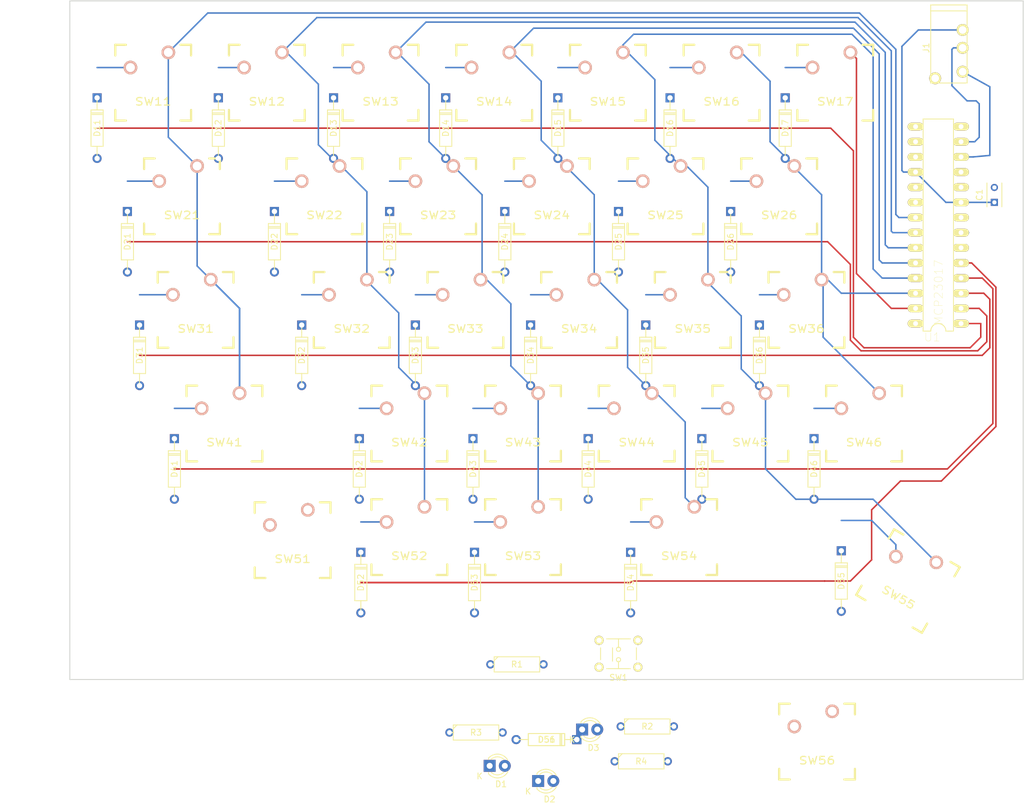
<source format=kicad_pcb>
(kicad_pcb (version 4) (host pcbnew 4.0.1-stable)

  (general
    (links 115)
    (no_connects 82)
    (area 24.131716 46.660999 197.433001 181.631)
    (thickness 1.6)
    (drawings 6)
    (tracks 259)
    (zones 0)
    (modules 73)
    (nets 58)
  )

  (page A4)
  (title_block
    (title hhskb_left)
  )

  (layers
    (0 F.Cu signal)
    (31 B.Cu signal)
    (32 B.Adhes user)
    (33 F.Adhes user)
    (34 B.Paste user)
    (35 F.Paste user)
    (36 B.SilkS user)
    (37 F.SilkS user)
    (38 B.Mask user)
    (39 F.Mask user)
    (40 Dwgs.User user)
    (41 Cmts.User user)
    (42 Eco1.User user)
    (43 Eco2.User user)
    (44 Edge.Cuts user)
    (45 Margin user)
    (46 B.CrtYd user)
    (47 F.CrtYd user)
    (48 B.Fab user)
    (49 F.Fab user)
  )

  (setup
    (last_trace_width 0.25)
    (trace_clearance 0.25)
    (zone_clearance 0.508)
    (zone_45_only no)
    (trace_min 0.2)
    (segment_width 0.2)
    (edge_width 0.15)
    (via_size 0.6)
    (via_drill 0.4)
    (via_min_size 0.4)
    (via_min_drill 0.3)
    (uvia_size 0.3)
    (uvia_drill 0.1)
    (uvias_allowed no)
    (uvia_min_size 0.2)
    (uvia_min_drill 0.1)
    (pcb_text_width 0.3)
    (pcb_text_size 1.5 1.5)
    (mod_edge_width 0.15)
    (mod_text_size 1 1)
    (mod_text_width 0.15)
    (pad_size 1.524 1.524)
    (pad_drill 0.762)
    (pad_to_mask_clearance 0.2)
    (aux_axis_origin 0 0)
    (visible_elements 7FFFFFFF)
    (pcbplotparams
      (layerselection 0x00030_80000001)
      (usegerberextensions false)
      (excludeedgelayer true)
      (linewidth 0.100000)
      (plotframeref false)
      (viasonmask false)
      (mode 1)
      (useauxorigin false)
      (hpglpennumber 1)
      (hpglpenspeed 20)
      (hpglpendiameter 15)
      (hpglpenoverlay 2)
      (psnegative false)
      (psa4output false)
      (plotreference true)
      (plotvalue true)
      (plotinvisibletext false)
      (padsonsilk false)
      (subtractmaskfromsilk false)
      (outputformat 1)
      (mirror false)
      (drillshape 1)
      (scaleselection 1)
      (outputdirectory ""))
  )

  (net 0 "")
  (net 1 VCC)
  (net 2 GND)
  (net 3 "Net-(D11-Pad2)")
  (net 4 /INPUT1)
  (net 5 "Net-(D12-Pad2)")
  (net 6 "Net-(D13-Pad2)")
  (net 7 "Net-(D14-Pad2)")
  (net 8 "Net-(D15-Pad2)")
  (net 9 "Net-(D16-Pad2)")
  (net 10 "Net-(D17-Pad2)")
  (net 11 "Net-(D21-Pad2)")
  (net 12 /INPUT2)
  (net 13 "Net-(D22-Pad2)")
  (net 14 "Net-(D23-Pad2)")
  (net 15 "Net-(D24-Pad2)")
  (net 16 "Net-(D25-Pad2)")
  (net 17 "Net-(D26-Pad2)")
  (net 18 "Net-(D31-Pad2)")
  (net 19 /INPUT3)
  (net 20 "Net-(D32-Pad2)")
  (net 21 "Net-(D33-Pad2)")
  (net 22 "Net-(D34-Pad2)")
  (net 23 "Net-(D35-Pad2)")
  (net 24 "Net-(D36-Pad2)")
  (net 25 "Net-(D41-Pad2)")
  (net 26 /INPUT4)
  (net 27 "Net-(D42-Pad2)")
  (net 28 "Net-(D43-Pad2)")
  (net 29 "Net-(D44-Pad2)")
  (net 30 "Net-(D45-Pad2)")
  (net 31 "Net-(D46-Pad2)")
  (net 32 "Net-(D52-Pad2)")
  (net 33 /INPUT5)
  (net 34 "Net-(D53-Pad2)")
  (net 35 "Net-(D54-Pad2)")
  (net 36 "Net-(D55-Pad2)")
  (net 37 /SDA)
  (net 38 /SCL)
  (net 39 /OUTPUT1)
  (net 40 /OUTPUT2)
  (net 41 /OUTPUT3)
  (net 42 /OUTPUT4)
  (net 43 /OUTPUT5)
  (net 44 /OUTPUT6)
  (net 45 /OUTPUT7)
  (net 46 "Net-(U1-Pad19)")
  (net 47 "Net-(U1-Pad20)")
  (net 48 "Net-(U1-Pad28)")
  (net 49 "Net-(D1-Pad2)")
  (net 50 "Net-(D2-Pad2)")
  (net 51 "Net-(D3-Pad2)")
  (net 52 "Net-(R1-Pad2)")
  (net 53 /LED1)
  (net 54 /LED2)
  (net 55 /LED3)
  (net 56 "Net-(D51-Pad2)")
  (net 57 "Net-(D56-Pad2)")

  (net_class Default "これは標準のネット クラスです。"
    (clearance 0.25)
    (trace_width 0.25)
    (via_dia 0.6)
    (via_drill 0.4)
    (uvia_dia 0.3)
    (uvia_drill 0.1)
    (add_net /INPUT1)
    (add_net /INPUT2)
    (add_net /INPUT3)
    (add_net /INPUT4)
    (add_net /INPUT5)
    (add_net /LED1)
    (add_net /LED2)
    (add_net /LED3)
    (add_net /OUTPUT1)
    (add_net /OUTPUT2)
    (add_net /OUTPUT3)
    (add_net /OUTPUT4)
    (add_net /OUTPUT5)
    (add_net /OUTPUT6)
    (add_net /OUTPUT7)
    (add_net /SCL)
    (add_net /SDA)
    (add_net GND)
    (add_net "Net-(D1-Pad2)")
    (add_net "Net-(D11-Pad2)")
    (add_net "Net-(D12-Pad2)")
    (add_net "Net-(D13-Pad2)")
    (add_net "Net-(D14-Pad2)")
    (add_net "Net-(D15-Pad2)")
    (add_net "Net-(D16-Pad2)")
    (add_net "Net-(D17-Pad2)")
    (add_net "Net-(D2-Pad2)")
    (add_net "Net-(D21-Pad2)")
    (add_net "Net-(D22-Pad2)")
    (add_net "Net-(D23-Pad2)")
    (add_net "Net-(D24-Pad2)")
    (add_net "Net-(D25-Pad2)")
    (add_net "Net-(D26-Pad2)")
    (add_net "Net-(D3-Pad2)")
    (add_net "Net-(D31-Pad2)")
    (add_net "Net-(D32-Pad2)")
    (add_net "Net-(D33-Pad2)")
    (add_net "Net-(D34-Pad2)")
    (add_net "Net-(D35-Pad2)")
    (add_net "Net-(D36-Pad2)")
    (add_net "Net-(D41-Pad2)")
    (add_net "Net-(D42-Pad2)")
    (add_net "Net-(D43-Pad2)")
    (add_net "Net-(D44-Pad2)")
    (add_net "Net-(D45-Pad2)")
    (add_net "Net-(D46-Pad2)")
    (add_net "Net-(D51-Pad2)")
    (add_net "Net-(D52-Pad2)")
    (add_net "Net-(D53-Pad2)")
    (add_net "Net-(D54-Pad2)")
    (add_net "Net-(D55-Pad2)")
    (add_net "Net-(D56-Pad2)")
    (add_net "Net-(R1-Pad2)")
    (add_net "Net-(U1-Pad19)")
    (add_net "Net-(U1-Pad20)")
    (add_net "Net-(U1-Pad28)")
    (add_net VCC)
  )

  (net_class vcc ""
    (clearance 0.25)
    (trace_width 1)
    (via_dia 0.6)
    (via_drill 0.4)
    (uvia_dia 0.3)
    (uvia_drill 0.1)
  )

  (module Capacitors_ThroughHole:C_Rect_L4_W2.5_P2.5 (layer F.Cu) (tedit 0) (tstamp 586E6C5A)
    (at 192.532 80.518 90)
    (descr "Film Capacitor Length 4mm x Width 2.5mm, Pitch 2.5mm")
    (tags Capacitor)
    (path /586BADDD)
    (fp_text reference C1 (at 1.25 -2.5 90) (layer F.SilkS)
      (effects (font (size 1 1) (thickness 0.15)))
    )
    (fp_text value 0.1 (at 1.25 2.5 90) (layer F.Fab)
      (effects (font (size 1 1) (thickness 0.15)))
    )
    (fp_line (start -1 -1.5) (end 3.5 -1.5) (layer F.CrtYd) (width 0.05))
    (fp_line (start 3.5 -1.5) (end 3.5 1.5) (layer F.CrtYd) (width 0.05))
    (fp_line (start 3.5 1.5) (end -1 1.5) (layer F.CrtYd) (width 0.05))
    (fp_line (start -1 1.5) (end -1 -1.5) (layer F.CrtYd) (width 0.05))
    (fp_line (start -0.75 -1.25) (end 3.25 -1.25) (layer F.SilkS) (width 0.15))
    (fp_line (start -0.75 1.25) (end 3.25 1.25) (layer F.SilkS) (width 0.15))
    (pad 1 thru_hole rect (at 0 0 90) (size 1.2 1.2) (drill 0.7) (layers *.Cu *.Mask)
      (net 1 VCC))
    (pad 2 thru_hole circle (at 2.5 0 90) (size 1.2 1.2) (drill 0.7) (layers *.Cu *.Mask)
      (net 2 GND))
  )

  (module MyFootprint:4pin_Jack (layer F.Cu) (tedit 586E4C2D) (tstamp 586E6E60)
    (at 184.912 54.61 270)
    (path /586AE598)
    (fp_text reference J1 (at 0 3.81 270) (layer F.SilkS)
      (effects (font (size 1 1) (thickness 0.15)))
    )
    (fp_text value 4pin_Jack (at 0 -3.81 270) (layer F.Fab)
      (effects (font (size 1 1) (thickness 0.15)))
    )
    (fp_line (start -6.2 -3.05) (end -7.2 -3.05) (layer F.SilkS) (width 0.15))
    (fp_line (start -7.2 -3.05) (end -7.2 3.05) (layer F.SilkS) (width 0.15))
    (fp_line (start -7.2 3.05) (end -6.2 3.05) (layer F.SilkS) (width 0.15))
    (fp_line (start -6.2 3.05) (end 5.9 3.05) (layer F.SilkS) (width 0.15))
    (fp_line (start -6.2 -3.05) (end 5.9 -3.05) (layer F.SilkS) (width 0.15))
    (fp_line (start -6.2 -3.05) (end -6.2 3.05) (layer F.SilkS) (width 0.15))
    (fp_line (start 5.9 3.05) (end 5.9 -3.05) (layer F.SilkS) (width 0.15))
    (pad 1 thru_hole circle (at -3 -2.3 270) (size 2 2) (drill 1.3) (layers *.Cu *.Mask F.SilkS)
      (net 1 VCC))
    (pad 2 thru_hole circle (at 0 -2.3 270) (size 2 2) (drill 1.3) (layers *.Cu *.Mask F.SilkS)
      (net 37 /SDA))
    (pad 4 thru_hole circle (at 5.1 2.3 270) (size 2 2) (drill 1.3) (layers *.Cu *.Mask F.SilkS)
      (net 2 GND))
    (pad 3 thru_hole circle (at 4 -2.3 270) (size 2 2) (drill 1.3) (layers *.Cu *.Mask F.SilkS)
      (net 38 /SCL))
  )

  (module MyFootprint:CHERRY_PLATE_100H (layer F.Cu) (tedit 549A12A1) (tstamp 586E6E7A)
    (at 51.562 60.452)
    (path /5867C078)
    (fp_text reference SW11 (at 0 3.175) (layer F.SilkS)
      (effects (font (size 1.27 1.524) (thickness 0.2032)))
    )
    (fp_text value SW_PUSH (at 0 5.08) (layer F.SilkS) hide
      (effects (font (size 1.27 1.524) (thickness 0.2032)))
    )
    (fp_text user 1.00u (at -5.715 8.255) (layer Dwgs.User)
      (effects (font (thickness 0.3048)))
    )
    (fp_line (start -6.35 -6.35) (end 6.35 -6.35) (layer Cmts.User) (width 0.1524))
    (fp_line (start 6.35 -6.35) (end 6.35 6.35) (layer Cmts.User) (width 0.1524))
    (fp_line (start 6.35 6.35) (end -6.35 6.35) (layer Cmts.User) (width 0.1524))
    (fp_line (start -6.35 6.35) (end -6.35 -6.35) (layer Cmts.User) (width 0.1524))
    (fp_line (start -9.398 -9.398) (end 9.398 -9.398) (layer Dwgs.User) (width 0.1524))
    (fp_line (start 9.398 -9.398) (end 9.398 9.398) (layer Dwgs.User) (width 0.1524))
    (fp_line (start 9.398 9.398) (end -9.398 9.398) (layer Dwgs.User) (width 0.1524))
    (fp_line (start -9.398 9.398) (end -9.398 -9.398) (layer Dwgs.User) (width 0.1524))
    (fp_line (start -6.35 -6.35) (end -4.572 -6.35) (layer F.SilkS) (width 0.381))
    (fp_line (start 4.572 -6.35) (end 6.35 -6.35) (layer F.SilkS) (width 0.381))
    (fp_line (start 6.35 -6.35) (end 6.35 -4.572) (layer F.SilkS) (width 0.381))
    (fp_line (start 6.35 4.572) (end 6.35 6.35) (layer F.SilkS) (width 0.381))
    (fp_line (start 6.35 6.35) (end 4.572 6.35) (layer F.SilkS) (width 0.381))
    (fp_line (start -4.572 6.35) (end -6.35 6.35) (layer F.SilkS) (width 0.381))
    (fp_line (start -6.35 6.35) (end -6.35 4.572) (layer F.SilkS) (width 0.381))
    (fp_line (start -6.35 -4.572) (end -6.35 -6.35) (layer F.SilkS) (width 0.381))
    (pad 1 thru_hole circle (at 2.54 -5.08) (size 2.286 2.286) (drill 1.4986) (layers *.Cu *.SilkS *.Mask)
      (net 39 /OUTPUT1))
    (pad 2 thru_hole circle (at -3.81 -2.54) (size 2.286 2.286) (drill 1.4986) (layers *.Cu *.SilkS *.Mask)
      (net 3 "Net-(D11-Pad2)"))
    (pad HOLE np_thru_hole circle (at 0 0) (size 3.9878 3.9878) (drill 3.9878) (layers *.Cu))
    (pad HOLE np_thru_hole circle (at -5.08 0) (size 1.7018 1.7018) (drill 1.7018) (layers *.Cu))
    (pad HOLE np_thru_hole circle (at 5.08 0) (size 1.7018 1.7018) (drill 1.7018) (layers *.Cu))
  )

  (module MyFootprint:CHERRY_PLATE_100H (layer F.Cu) (tedit 549A12A1) (tstamp 586E6E94)
    (at 70.612 60.452)
    (path /5867C1E5)
    (fp_text reference SW12 (at 0 3.175) (layer F.SilkS)
      (effects (font (size 1.27 1.524) (thickness 0.2032)))
    )
    (fp_text value SW_PUSH (at 0 5.08) (layer F.SilkS) hide
      (effects (font (size 1.27 1.524) (thickness 0.2032)))
    )
    (fp_text user 1.00u (at -5.715 8.255) (layer Dwgs.User)
      (effects (font (thickness 0.3048)))
    )
    (fp_line (start -6.35 -6.35) (end 6.35 -6.35) (layer Cmts.User) (width 0.1524))
    (fp_line (start 6.35 -6.35) (end 6.35 6.35) (layer Cmts.User) (width 0.1524))
    (fp_line (start 6.35 6.35) (end -6.35 6.35) (layer Cmts.User) (width 0.1524))
    (fp_line (start -6.35 6.35) (end -6.35 -6.35) (layer Cmts.User) (width 0.1524))
    (fp_line (start -9.398 -9.398) (end 9.398 -9.398) (layer Dwgs.User) (width 0.1524))
    (fp_line (start 9.398 -9.398) (end 9.398 9.398) (layer Dwgs.User) (width 0.1524))
    (fp_line (start 9.398 9.398) (end -9.398 9.398) (layer Dwgs.User) (width 0.1524))
    (fp_line (start -9.398 9.398) (end -9.398 -9.398) (layer Dwgs.User) (width 0.1524))
    (fp_line (start -6.35 -6.35) (end -4.572 -6.35) (layer F.SilkS) (width 0.381))
    (fp_line (start 4.572 -6.35) (end 6.35 -6.35) (layer F.SilkS) (width 0.381))
    (fp_line (start 6.35 -6.35) (end 6.35 -4.572) (layer F.SilkS) (width 0.381))
    (fp_line (start 6.35 4.572) (end 6.35 6.35) (layer F.SilkS) (width 0.381))
    (fp_line (start 6.35 6.35) (end 4.572 6.35) (layer F.SilkS) (width 0.381))
    (fp_line (start -4.572 6.35) (end -6.35 6.35) (layer F.SilkS) (width 0.381))
    (fp_line (start -6.35 6.35) (end -6.35 4.572) (layer F.SilkS) (width 0.381))
    (fp_line (start -6.35 -4.572) (end -6.35 -6.35) (layer F.SilkS) (width 0.381))
    (pad 1 thru_hole circle (at 2.54 -5.08) (size 2.286 2.286) (drill 1.4986) (layers *.Cu *.SilkS *.Mask)
      (net 40 /OUTPUT2))
    (pad 2 thru_hole circle (at -3.81 -2.54) (size 2.286 2.286) (drill 1.4986) (layers *.Cu *.SilkS *.Mask)
      (net 5 "Net-(D12-Pad2)"))
    (pad HOLE np_thru_hole circle (at 0 0) (size 3.9878 3.9878) (drill 3.9878) (layers *.Cu))
    (pad HOLE np_thru_hole circle (at -5.08 0) (size 1.7018 1.7018) (drill 1.7018) (layers *.Cu))
    (pad HOLE np_thru_hole circle (at 5.08 0) (size 1.7018 1.7018) (drill 1.7018) (layers *.Cu))
  )

  (module MyFootprint:CHERRY_PLATE_100H (layer F.Cu) (tedit 549A12A1) (tstamp 586E6EAE)
    (at 89.662 60.452)
    (path /5867C3DD)
    (fp_text reference SW13 (at 0 3.175) (layer F.SilkS)
      (effects (font (size 1.27 1.524) (thickness 0.2032)))
    )
    (fp_text value SW_PUSH (at 0 5.08) (layer F.SilkS) hide
      (effects (font (size 1.27 1.524) (thickness 0.2032)))
    )
    (fp_text user 1.00u (at -5.715 8.255) (layer Dwgs.User)
      (effects (font (thickness 0.3048)))
    )
    (fp_line (start -6.35 -6.35) (end 6.35 -6.35) (layer Cmts.User) (width 0.1524))
    (fp_line (start 6.35 -6.35) (end 6.35 6.35) (layer Cmts.User) (width 0.1524))
    (fp_line (start 6.35 6.35) (end -6.35 6.35) (layer Cmts.User) (width 0.1524))
    (fp_line (start -6.35 6.35) (end -6.35 -6.35) (layer Cmts.User) (width 0.1524))
    (fp_line (start -9.398 -9.398) (end 9.398 -9.398) (layer Dwgs.User) (width 0.1524))
    (fp_line (start 9.398 -9.398) (end 9.398 9.398) (layer Dwgs.User) (width 0.1524))
    (fp_line (start 9.398 9.398) (end -9.398 9.398) (layer Dwgs.User) (width 0.1524))
    (fp_line (start -9.398 9.398) (end -9.398 -9.398) (layer Dwgs.User) (width 0.1524))
    (fp_line (start -6.35 -6.35) (end -4.572 -6.35) (layer F.SilkS) (width 0.381))
    (fp_line (start 4.572 -6.35) (end 6.35 -6.35) (layer F.SilkS) (width 0.381))
    (fp_line (start 6.35 -6.35) (end 6.35 -4.572) (layer F.SilkS) (width 0.381))
    (fp_line (start 6.35 4.572) (end 6.35 6.35) (layer F.SilkS) (width 0.381))
    (fp_line (start 6.35 6.35) (end 4.572 6.35) (layer F.SilkS) (width 0.381))
    (fp_line (start -4.572 6.35) (end -6.35 6.35) (layer F.SilkS) (width 0.381))
    (fp_line (start -6.35 6.35) (end -6.35 4.572) (layer F.SilkS) (width 0.381))
    (fp_line (start -6.35 -4.572) (end -6.35 -6.35) (layer F.SilkS) (width 0.381))
    (pad 1 thru_hole circle (at 2.54 -5.08) (size 2.286 2.286) (drill 1.4986) (layers *.Cu *.SilkS *.Mask)
      (net 41 /OUTPUT3))
    (pad 2 thru_hole circle (at -3.81 -2.54) (size 2.286 2.286) (drill 1.4986) (layers *.Cu *.SilkS *.Mask)
      (net 6 "Net-(D13-Pad2)"))
    (pad HOLE np_thru_hole circle (at 0 0) (size 3.9878 3.9878) (drill 3.9878) (layers *.Cu))
    (pad HOLE np_thru_hole circle (at -5.08 0) (size 1.7018 1.7018) (drill 1.7018) (layers *.Cu))
    (pad HOLE np_thru_hole circle (at 5.08 0) (size 1.7018 1.7018) (drill 1.7018) (layers *.Cu))
  )

  (module MyFootprint:CHERRY_PLATE_100H (layer F.Cu) (tedit 549A12A1) (tstamp 586E6EC8)
    (at 108.712 60.452)
    (path /5867C3EF)
    (fp_text reference SW14 (at 0 3.175) (layer F.SilkS)
      (effects (font (size 1.27 1.524) (thickness 0.2032)))
    )
    (fp_text value SW_PUSH (at 0 5.08) (layer F.SilkS) hide
      (effects (font (size 1.27 1.524) (thickness 0.2032)))
    )
    (fp_text user 1.00u (at -5.715 8.255) (layer Dwgs.User)
      (effects (font (thickness 0.3048)))
    )
    (fp_line (start -6.35 -6.35) (end 6.35 -6.35) (layer Cmts.User) (width 0.1524))
    (fp_line (start 6.35 -6.35) (end 6.35 6.35) (layer Cmts.User) (width 0.1524))
    (fp_line (start 6.35 6.35) (end -6.35 6.35) (layer Cmts.User) (width 0.1524))
    (fp_line (start -6.35 6.35) (end -6.35 -6.35) (layer Cmts.User) (width 0.1524))
    (fp_line (start -9.398 -9.398) (end 9.398 -9.398) (layer Dwgs.User) (width 0.1524))
    (fp_line (start 9.398 -9.398) (end 9.398 9.398) (layer Dwgs.User) (width 0.1524))
    (fp_line (start 9.398 9.398) (end -9.398 9.398) (layer Dwgs.User) (width 0.1524))
    (fp_line (start -9.398 9.398) (end -9.398 -9.398) (layer Dwgs.User) (width 0.1524))
    (fp_line (start -6.35 -6.35) (end -4.572 -6.35) (layer F.SilkS) (width 0.381))
    (fp_line (start 4.572 -6.35) (end 6.35 -6.35) (layer F.SilkS) (width 0.381))
    (fp_line (start 6.35 -6.35) (end 6.35 -4.572) (layer F.SilkS) (width 0.381))
    (fp_line (start 6.35 4.572) (end 6.35 6.35) (layer F.SilkS) (width 0.381))
    (fp_line (start 6.35 6.35) (end 4.572 6.35) (layer F.SilkS) (width 0.381))
    (fp_line (start -4.572 6.35) (end -6.35 6.35) (layer F.SilkS) (width 0.381))
    (fp_line (start -6.35 6.35) (end -6.35 4.572) (layer F.SilkS) (width 0.381))
    (fp_line (start -6.35 -4.572) (end -6.35 -6.35) (layer F.SilkS) (width 0.381))
    (pad 1 thru_hole circle (at 2.54 -5.08) (size 2.286 2.286) (drill 1.4986) (layers *.Cu *.SilkS *.Mask)
      (net 42 /OUTPUT4))
    (pad 2 thru_hole circle (at -3.81 -2.54) (size 2.286 2.286) (drill 1.4986) (layers *.Cu *.SilkS *.Mask)
      (net 7 "Net-(D14-Pad2)"))
    (pad HOLE np_thru_hole circle (at 0 0) (size 3.9878 3.9878) (drill 3.9878) (layers *.Cu))
    (pad HOLE np_thru_hole circle (at -5.08 0) (size 1.7018 1.7018) (drill 1.7018) (layers *.Cu))
    (pad HOLE np_thru_hole circle (at 5.08 0) (size 1.7018 1.7018) (drill 1.7018) (layers *.Cu))
  )

  (module MyFootprint:CHERRY_PLATE_100H (layer F.Cu) (tedit 549A12A1) (tstamp 586E6EE2)
    (at 127.762 60.452)
    (path /5867C4A9)
    (fp_text reference SW15 (at 0 3.175) (layer F.SilkS)
      (effects (font (size 1.27 1.524) (thickness 0.2032)))
    )
    (fp_text value SW_PUSH (at 0 5.08) (layer F.SilkS) hide
      (effects (font (size 1.27 1.524) (thickness 0.2032)))
    )
    (fp_text user 1.00u (at -5.715 8.255) (layer Dwgs.User)
      (effects (font (thickness 0.3048)))
    )
    (fp_line (start -6.35 -6.35) (end 6.35 -6.35) (layer Cmts.User) (width 0.1524))
    (fp_line (start 6.35 -6.35) (end 6.35 6.35) (layer Cmts.User) (width 0.1524))
    (fp_line (start 6.35 6.35) (end -6.35 6.35) (layer Cmts.User) (width 0.1524))
    (fp_line (start -6.35 6.35) (end -6.35 -6.35) (layer Cmts.User) (width 0.1524))
    (fp_line (start -9.398 -9.398) (end 9.398 -9.398) (layer Dwgs.User) (width 0.1524))
    (fp_line (start 9.398 -9.398) (end 9.398 9.398) (layer Dwgs.User) (width 0.1524))
    (fp_line (start 9.398 9.398) (end -9.398 9.398) (layer Dwgs.User) (width 0.1524))
    (fp_line (start -9.398 9.398) (end -9.398 -9.398) (layer Dwgs.User) (width 0.1524))
    (fp_line (start -6.35 -6.35) (end -4.572 -6.35) (layer F.SilkS) (width 0.381))
    (fp_line (start 4.572 -6.35) (end 6.35 -6.35) (layer F.SilkS) (width 0.381))
    (fp_line (start 6.35 -6.35) (end 6.35 -4.572) (layer F.SilkS) (width 0.381))
    (fp_line (start 6.35 4.572) (end 6.35 6.35) (layer F.SilkS) (width 0.381))
    (fp_line (start 6.35 6.35) (end 4.572 6.35) (layer F.SilkS) (width 0.381))
    (fp_line (start -4.572 6.35) (end -6.35 6.35) (layer F.SilkS) (width 0.381))
    (fp_line (start -6.35 6.35) (end -6.35 4.572) (layer F.SilkS) (width 0.381))
    (fp_line (start -6.35 -4.572) (end -6.35 -6.35) (layer F.SilkS) (width 0.381))
    (pad 1 thru_hole circle (at 2.54 -5.08) (size 2.286 2.286) (drill 1.4986) (layers *.Cu *.SilkS *.Mask)
      (net 43 /OUTPUT5))
    (pad 2 thru_hole circle (at -3.81 -2.54) (size 2.286 2.286) (drill 1.4986) (layers *.Cu *.SilkS *.Mask)
      (net 8 "Net-(D15-Pad2)"))
    (pad HOLE np_thru_hole circle (at 0 0) (size 3.9878 3.9878) (drill 3.9878) (layers *.Cu))
    (pad HOLE np_thru_hole circle (at -5.08 0) (size 1.7018 1.7018) (drill 1.7018) (layers *.Cu))
    (pad HOLE np_thru_hole circle (at 5.08 0) (size 1.7018 1.7018) (drill 1.7018) (layers *.Cu))
  )

  (module MyFootprint:CHERRY_PLATE_100H (layer F.Cu) (tedit 549A12A1) (tstamp 586E6EFC)
    (at 146.812 60.452)
    (path /5867C4AF)
    (fp_text reference SW16 (at 0 3.175) (layer F.SilkS)
      (effects (font (size 1.27 1.524) (thickness 0.2032)))
    )
    (fp_text value SW_PUSH (at 0 5.08) (layer F.SilkS) hide
      (effects (font (size 1.27 1.524) (thickness 0.2032)))
    )
    (fp_text user 1.00u (at -5.715 8.255) (layer Dwgs.User)
      (effects (font (thickness 0.3048)))
    )
    (fp_line (start -6.35 -6.35) (end 6.35 -6.35) (layer Cmts.User) (width 0.1524))
    (fp_line (start 6.35 -6.35) (end 6.35 6.35) (layer Cmts.User) (width 0.1524))
    (fp_line (start 6.35 6.35) (end -6.35 6.35) (layer Cmts.User) (width 0.1524))
    (fp_line (start -6.35 6.35) (end -6.35 -6.35) (layer Cmts.User) (width 0.1524))
    (fp_line (start -9.398 -9.398) (end 9.398 -9.398) (layer Dwgs.User) (width 0.1524))
    (fp_line (start 9.398 -9.398) (end 9.398 9.398) (layer Dwgs.User) (width 0.1524))
    (fp_line (start 9.398 9.398) (end -9.398 9.398) (layer Dwgs.User) (width 0.1524))
    (fp_line (start -9.398 9.398) (end -9.398 -9.398) (layer Dwgs.User) (width 0.1524))
    (fp_line (start -6.35 -6.35) (end -4.572 -6.35) (layer F.SilkS) (width 0.381))
    (fp_line (start 4.572 -6.35) (end 6.35 -6.35) (layer F.SilkS) (width 0.381))
    (fp_line (start 6.35 -6.35) (end 6.35 -4.572) (layer F.SilkS) (width 0.381))
    (fp_line (start 6.35 4.572) (end 6.35 6.35) (layer F.SilkS) (width 0.381))
    (fp_line (start 6.35 6.35) (end 4.572 6.35) (layer F.SilkS) (width 0.381))
    (fp_line (start -4.572 6.35) (end -6.35 6.35) (layer F.SilkS) (width 0.381))
    (fp_line (start -6.35 6.35) (end -6.35 4.572) (layer F.SilkS) (width 0.381))
    (fp_line (start -6.35 -4.572) (end -6.35 -6.35) (layer F.SilkS) (width 0.381))
    (pad 1 thru_hole circle (at 2.54 -5.08) (size 2.286 2.286) (drill 1.4986) (layers *.Cu *.SilkS *.Mask)
      (net 44 /OUTPUT6))
    (pad 2 thru_hole circle (at -3.81 -2.54) (size 2.286 2.286) (drill 1.4986) (layers *.Cu *.SilkS *.Mask)
      (net 9 "Net-(D16-Pad2)"))
    (pad HOLE np_thru_hole circle (at 0 0) (size 3.9878 3.9878) (drill 3.9878) (layers *.Cu))
    (pad HOLE np_thru_hole circle (at -5.08 0) (size 1.7018 1.7018) (drill 1.7018) (layers *.Cu))
    (pad HOLE np_thru_hole circle (at 5.08 0) (size 1.7018 1.7018) (drill 1.7018) (layers *.Cu))
  )

  (module MyFootprint:CHERRY_PLATE_100H (layer F.Cu) (tedit 549A12A1) (tstamp 586E6F16)
    (at 165.862 60.452)
    (path /5867C3E9)
    (fp_text reference SW17 (at 0 3.175) (layer F.SilkS)
      (effects (font (size 1.27 1.524) (thickness 0.2032)))
    )
    (fp_text value SW_PUSH (at 0 5.08) (layer F.SilkS) hide
      (effects (font (size 1.27 1.524) (thickness 0.2032)))
    )
    (fp_text user 1.00u (at -5.715 8.255) (layer Dwgs.User)
      (effects (font (thickness 0.3048)))
    )
    (fp_line (start -6.35 -6.35) (end 6.35 -6.35) (layer Cmts.User) (width 0.1524))
    (fp_line (start 6.35 -6.35) (end 6.35 6.35) (layer Cmts.User) (width 0.1524))
    (fp_line (start 6.35 6.35) (end -6.35 6.35) (layer Cmts.User) (width 0.1524))
    (fp_line (start -6.35 6.35) (end -6.35 -6.35) (layer Cmts.User) (width 0.1524))
    (fp_line (start -9.398 -9.398) (end 9.398 -9.398) (layer Dwgs.User) (width 0.1524))
    (fp_line (start 9.398 -9.398) (end 9.398 9.398) (layer Dwgs.User) (width 0.1524))
    (fp_line (start 9.398 9.398) (end -9.398 9.398) (layer Dwgs.User) (width 0.1524))
    (fp_line (start -9.398 9.398) (end -9.398 -9.398) (layer Dwgs.User) (width 0.1524))
    (fp_line (start -6.35 -6.35) (end -4.572 -6.35) (layer F.SilkS) (width 0.381))
    (fp_line (start 4.572 -6.35) (end 6.35 -6.35) (layer F.SilkS) (width 0.381))
    (fp_line (start 6.35 -6.35) (end 6.35 -4.572) (layer F.SilkS) (width 0.381))
    (fp_line (start 6.35 4.572) (end 6.35 6.35) (layer F.SilkS) (width 0.381))
    (fp_line (start 6.35 6.35) (end 4.572 6.35) (layer F.SilkS) (width 0.381))
    (fp_line (start -4.572 6.35) (end -6.35 6.35) (layer F.SilkS) (width 0.381))
    (fp_line (start -6.35 6.35) (end -6.35 4.572) (layer F.SilkS) (width 0.381))
    (fp_line (start -6.35 -4.572) (end -6.35 -6.35) (layer F.SilkS) (width 0.381))
    (pad 1 thru_hole circle (at 2.54 -5.08) (size 2.286 2.286) (drill 1.4986) (layers *.Cu *.SilkS *.Mask)
      (net 45 /OUTPUT7))
    (pad 2 thru_hole circle (at -3.81 -2.54) (size 2.286 2.286) (drill 1.4986) (layers *.Cu *.SilkS *.Mask)
      (net 10 "Net-(D17-Pad2)"))
    (pad HOLE np_thru_hole circle (at 0 0) (size 3.9878 3.9878) (drill 3.9878) (layers *.Cu))
    (pad HOLE np_thru_hole circle (at -5.08 0) (size 1.7018 1.7018) (drill 1.7018) (layers *.Cu))
    (pad HOLE np_thru_hole circle (at 5.08 0) (size 1.7018 1.7018) (drill 1.7018) (layers *.Cu))
  )

  (module MyFootprint:CHERRY_PLATE_150H (layer F.Cu) (tedit 549A1302) (tstamp 586E6F30)
    (at 56.388 79.502)
    (path /5867D195)
    (fp_text reference SW21 (at 0 3.175) (layer F.SilkS)
      (effects (font (size 1.27 1.524) (thickness 0.2032)))
    )
    (fp_text value SW_PUSH (at 0 5.08) (layer F.SilkS) hide
      (effects (font (size 1.27 1.524) (thickness 0.2032)))
    )
    (fp_text user 1.50u (at -10.4775 8.255) (layer Dwgs.User)
      (effects (font (thickness 0.3048)))
    )
    (fp_line (start -6.35 -6.35) (end 6.35 -6.35) (layer Cmts.User) (width 0.1524))
    (fp_line (start 6.35 -6.35) (end 6.35 6.35) (layer Cmts.User) (width 0.1524))
    (fp_line (start 6.35 6.35) (end -6.35 6.35) (layer Cmts.User) (width 0.1524))
    (fp_line (start -6.35 6.35) (end -6.35 -6.35) (layer Cmts.User) (width 0.1524))
    (fp_line (start -14.1605 -9.398) (end 14.1605 -9.398) (layer Dwgs.User) (width 0.1524))
    (fp_line (start 14.1605 -9.398) (end 14.1605 9.398) (layer Dwgs.User) (width 0.1524))
    (fp_line (start 14.1605 9.398) (end -14.1605 9.398) (layer Dwgs.User) (width 0.1524))
    (fp_line (start -14.1605 9.398) (end -14.1605 -9.398) (layer Dwgs.User) (width 0.1524))
    (fp_line (start -6.35 -6.35) (end -4.572 -6.35) (layer F.SilkS) (width 0.381))
    (fp_line (start 4.572 -6.35) (end 6.35 -6.35) (layer F.SilkS) (width 0.381))
    (fp_line (start 6.35 -6.35) (end 6.35 -4.572) (layer F.SilkS) (width 0.381))
    (fp_line (start 6.35 4.572) (end 6.35 6.35) (layer F.SilkS) (width 0.381))
    (fp_line (start 6.35 6.35) (end 4.572 6.35) (layer F.SilkS) (width 0.381))
    (fp_line (start -4.572 6.35) (end -6.35 6.35) (layer F.SilkS) (width 0.381))
    (fp_line (start -6.35 6.35) (end -6.35 4.572) (layer F.SilkS) (width 0.381))
    (fp_line (start -6.35 -4.572) (end -6.35 -6.35) (layer F.SilkS) (width 0.381))
    (pad 1 thru_hole circle (at 2.54 -5.08) (size 2.286 2.286) (drill 1.4986) (layers *.Cu *.SilkS *.Mask)
      (net 39 /OUTPUT1))
    (pad 2 thru_hole circle (at -3.81 -2.54) (size 2.286 2.286) (drill 1.4986) (layers *.Cu *.SilkS *.Mask)
      (net 11 "Net-(D21-Pad2)"))
    (pad HOLE np_thru_hole circle (at 0 0) (size 3.9878 3.9878) (drill 3.9878) (layers *.Cu))
    (pad HOLE np_thru_hole circle (at -5.08 0) (size 1.7018 1.7018) (drill 1.7018) (layers *.Cu))
    (pad HOLE np_thru_hole circle (at 5.08 0) (size 1.7018 1.7018) (drill 1.7018) (layers *.Cu))
  )

  (module MyFootprint:CHERRY_PLATE_100H (layer F.Cu) (tedit 549A12A1) (tstamp 586E6F4A)
    (at 80.264 79.502)
    (path /5867D19B)
    (fp_text reference SW22 (at 0 3.175) (layer F.SilkS)
      (effects (font (size 1.27 1.524) (thickness 0.2032)))
    )
    (fp_text value SW_PUSH (at 0 5.08) (layer F.SilkS) hide
      (effects (font (size 1.27 1.524) (thickness 0.2032)))
    )
    (fp_text user 1.00u (at -5.715 8.255) (layer Dwgs.User)
      (effects (font (thickness 0.3048)))
    )
    (fp_line (start -6.35 -6.35) (end 6.35 -6.35) (layer Cmts.User) (width 0.1524))
    (fp_line (start 6.35 -6.35) (end 6.35 6.35) (layer Cmts.User) (width 0.1524))
    (fp_line (start 6.35 6.35) (end -6.35 6.35) (layer Cmts.User) (width 0.1524))
    (fp_line (start -6.35 6.35) (end -6.35 -6.35) (layer Cmts.User) (width 0.1524))
    (fp_line (start -9.398 -9.398) (end 9.398 -9.398) (layer Dwgs.User) (width 0.1524))
    (fp_line (start 9.398 -9.398) (end 9.398 9.398) (layer Dwgs.User) (width 0.1524))
    (fp_line (start 9.398 9.398) (end -9.398 9.398) (layer Dwgs.User) (width 0.1524))
    (fp_line (start -9.398 9.398) (end -9.398 -9.398) (layer Dwgs.User) (width 0.1524))
    (fp_line (start -6.35 -6.35) (end -4.572 -6.35) (layer F.SilkS) (width 0.381))
    (fp_line (start 4.572 -6.35) (end 6.35 -6.35) (layer F.SilkS) (width 0.381))
    (fp_line (start 6.35 -6.35) (end 6.35 -4.572) (layer F.SilkS) (width 0.381))
    (fp_line (start 6.35 4.572) (end 6.35 6.35) (layer F.SilkS) (width 0.381))
    (fp_line (start 6.35 6.35) (end 4.572 6.35) (layer F.SilkS) (width 0.381))
    (fp_line (start -4.572 6.35) (end -6.35 6.35) (layer F.SilkS) (width 0.381))
    (fp_line (start -6.35 6.35) (end -6.35 4.572) (layer F.SilkS) (width 0.381))
    (fp_line (start -6.35 -4.572) (end -6.35 -6.35) (layer F.SilkS) (width 0.381))
    (pad 1 thru_hole circle (at 2.54 -5.08) (size 2.286 2.286) (drill 1.4986) (layers *.Cu *.SilkS *.Mask)
      (net 40 /OUTPUT2))
    (pad 2 thru_hole circle (at -3.81 -2.54) (size 2.286 2.286) (drill 1.4986) (layers *.Cu *.SilkS *.Mask)
      (net 13 "Net-(D22-Pad2)"))
    (pad HOLE np_thru_hole circle (at 0 0) (size 3.9878 3.9878) (drill 3.9878) (layers *.Cu))
    (pad HOLE np_thru_hole circle (at -5.08 0) (size 1.7018 1.7018) (drill 1.7018) (layers *.Cu))
    (pad HOLE np_thru_hole circle (at 5.08 0) (size 1.7018 1.7018) (drill 1.7018) (layers *.Cu))
  )

  (module MyFootprint:CHERRY_PLATE_100H (layer F.Cu) (tedit 549A12A1) (tstamp 586E6F64)
    (at 99.314 79.502)
    (path /5867D1A1)
    (fp_text reference SW23 (at 0 3.175) (layer F.SilkS)
      (effects (font (size 1.27 1.524) (thickness 0.2032)))
    )
    (fp_text value SW_PUSH (at 0 5.08) (layer F.SilkS) hide
      (effects (font (size 1.27 1.524) (thickness 0.2032)))
    )
    (fp_text user 1.00u (at -5.715 8.255) (layer Dwgs.User)
      (effects (font (thickness 0.3048)))
    )
    (fp_line (start -6.35 -6.35) (end 6.35 -6.35) (layer Cmts.User) (width 0.1524))
    (fp_line (start 6.35 -6.35) (end 6.35 6.35) (layer Cmts.User) (width 0.1524))
    (fp_line (start 6.35 6.35) (end -6.35 6.35) (layer Cmts.User) (width 0.1524))
    (fp_line (start -6.35 6.35) (end -6.35 -6.35) (layer Cmts.User) (width 0.1524))
    (fp_line (start -9.398 -9.398) (end 9.398 -9.398) (layer Dwgs.User) (width 0.1524))
    (fp_line (start 9.398 -9.398) (end 9.398 9.398) (layer Dwgs.User) (width 0.1524))
    (fp_line (start 9.398 9.398) (end -9.398 9.398) (layer Dwgs.User) (width 0.1524))
    (fp_line (start -9.398 9.398) (end -9.398 -9.398) (layer Dwgs.User) (width 0.1524))
    (fp_line (start -6.35 -6.35) (end -4.572 -6.35) (layer F.SilkS) (width 0.381))
    (fp_line (start 4.572 -6.35) (end 6.35 -6.35) (layer F.SilkS) (width 0.381))
    (fp_line (start 6.35 -6.35) (end 6.35 -4.572) (layer F.SilkS) (width 0.381))
    (fp_line (start 6.35 4.572) (end 6.35 6.35) (layer F.SilkS) (width 0.381))
    (fp_line (start 6.35 6.35) (end 4.572 6.35) (layer F.SilkS) (width 0.381))
    (fp_line (start -4.572 6.35) (end -6.35 6.35) (layer F.SilkS) (width 0.381))
    (fp_line (start -6.35 6.35) (end -6.35 4.572) (layer F.SilkS) (width 0.381))
    (fp_line (start -6.35 -4.572) (end -6.35 -6.35) (layer F.SilkS) (width 0.381))
    (pad 1 thru_hole circle (at 2.54 -5.08) (size 2.286 2.286) (drill 1.4986) (layers *.Cu *.SilkS *.Mask)
      (net 41 /OUTPUT3))
    (pad 2 thru_hole circle (at -3.81 -2.54) (size 2.286 2.286) (drill 1.4986) (layers *.Cu *.SilkS *.Mask)
      (net 14 "Net-(D23-Pad2)"))
    (pad HOLE np_thru_hole circle (at 0 0) (size 3.9878 3.9878) (drill 3.9878) (layers *.Cu))
    (pad HOLE np_thru_hole circle (at -5.08 0) (size 1.7018 1.7018) (drill 1.7018) (layers *.Cu))
    (pad HOLE np_thru_hole circle (at 5.08 0) (size 1.7018 1.7018) (drill 1.7018) (layers *.Cu))
  )

  (module MyFootprint:CHERRY_PLATE_100H (layer F.Cu) (tedit 549A12A1) (tstamp 586E6F7E)
    (at 118.364 79.502)
    (path /5867D1AD)
    (fp_text reference SW24 (at 0 3.175) (layer F.SilkS)
      (effects (font (size 1.27 1.524) (thickness 0.2032)))
    )
    (fp_text value SW_PUSH (at 0 5.08) (layer F.SilkS) hide
      (effects (font (size 1.27 1.524) (thickness 0.2032)))
    )
    (fp_text user 1.00u (at -5.715 8.255) (layer Dwgs.User)
      (effects (font (thickness 0.3048)))
    )
    (fp_line (start -6.35 -6.35) (end 6.35 -6.35) (layer Cmts.User) (width 0.1524))
    (fp_line (start 6.35 -6.35) (end 6.35 6.35) (layer Cmts.User) (width 0.1524))
    (fp_line (start 6.35 6.35) (end -6.35 6.35) (layer Cmts.User) (width 0.1524))
    (fp_line (start -6.35 6.35) (end -6.35 -6.35) (layer Cmts.User) (width 0.1524))
    (fp_line (start -9.398 -9.398) (end 9.398 -9.398) (layer Dwgs.User) (width 0.1524))
    (fp_line (start 9.398 -9.398) (end 9.398 9.398) (layer Dwgs.User) (width 0.1524))
    (fp_line (start 9.398 9.398) (end -9.398 9.398) (layer Dwgs.User) (width 0.1524))
    (fp_line (start -9.398 9.398) (end -9.398 -9.398) (layer Dwgs.User) (width 0.1524))
    (fp_line (start -6.35 -6.35) (end -4.572 -6.35) (layer F.SilkS) (width 0.381))
    (fp_line (start 4.572 -6.35) (end 6.35 -6.35) (layer F.SilkS) (width 0.381))
    (fp_line (start 6.35 -6.35) (end 6.35 -4.572) (layer F.SilkS) (width 0.381))
    (fp_line (start 6.35 4.572) (end 6.35 6.35) (layer F.SilkS) (width 0.381))
    (fp_line (start 6.35 6.35) (end 4.572 6.35) (layer F.SilkS) (width 0.381))
    (fp_line (start -4.572 6.35) (end -6.35 6.35) (layer F.SilkS) (width 0.381))
    (fp_line (start -6.35 6.35) (end -6.35 4.572) (layer F.SilkS) (width 0.381))
    (fp_line (start -6.35 -4.572) (end -6.35 -6.35) (layer F.SilkS) (width 0.381))
    (pad 1 thru_hole circle (at 2.54 -5.08) (size 2.286 2.286) (drill 1.4986) (layers *.Cu *.SilkS *.Mask)
      (net 42 /OUTPUT4))
    (pad 2 thru_hole circle (at -3.81 -2.54) (size 2.286 2.286) (drill 1.4986) (layers *.Cu *.SilkS *.Mask)
      (net 15 "Net-(D24-Pad2)"))
    (pad HOLE np_thru_hole circle (at 0 0) (size 3.9878 3.9878) (drill 3.9878) (layers *.Cu))
    (pad HOLE np_thru_hole circle (at -5.08 0) (size 1.7018 1.7018) (drill 1.7018) (layers *.Cu))
    (pad HOLE np_thru_hole circle (at 5.08 0) (size 1.7018 1.7018) (drill 1.7018) (layers *.Cu))
  )

  (module MyFootprint:CHERRY_PLATE_100H (layer F.Cu) (tedit 549A12A1) (tstamp 586E6F98)
    (at 137.414 79.502)
    (path /5867D1B3)
    (fp_text reference SW25 (at 0 3.175) (layer F.SilkS)
      (effects (font (size 1.27 1.524) (thickness 0.2032)))
    )
    (fp_text value SW_PUSH (at 0 5.08) (layer F.SilkS) hide
      (effects (font (size 1.27 1.524) (thickness 0.2032)))
    )
    (fp_text user 1.00u (at -5.715 8.255) (layer Dwgs.User)
      (effects (font (thickness 0.3048)))
    )
    (fp_line (start -6.35 -6.35) (end 6.35 -6.35) (layer Cmts.User) (width 0.1524))
    (fp_line (start 6.35 -6.35) (end 6.35 6.35) (layer Cmts.User) (width 0.1524))
    (fp_line (start 6.35 6.35) (end -6.35 6.35) (layer Cmts.User) (width 0.1524))
    (fp_line (start -6.35 6.35) (end -6.35 -6.35) (layer Cmts.User) (width 0.1524))
    (fp_line (start -9.398 -9.398) (end 9.398 -9.398) (layer Dwgs.User) (width 0.1524))
    (fp_line (start 9.398 -9.398) (end 9.398 9.398) (layer Dwgs.User) (width 0.1524))
    (fp_line (start 9.398 9.398) (end -9.398 9.398) (layer Dwgs.User) (width 0.1524))
    (fp_line (start -9.398 9.398) (end -9.398 -9.398) (layer Dwgs.User) (width 0.1524))
    (fp_line (start -6.35 -6.35) (end -4.572 -6.35) (layer F.SilkS) (width 0.381))
    (fp_line (start 4.572 -6.35) (end 6.35 -6.35) (layer F.SilkS) (width 0.381))
    (fp_line (start 6.35 -6.35) (end 6.35 -4.572) (layer F.SilkS) (width 0.381))
    (fp_line (start 6.35 4.572) (end 6.35 6.35) (layer F.SilkS) (width 0.381))
    (fp_line (start 6.35 6.35) (end 4.572 6.35) (layer F.SilkS) (width 0.381))
    (fp_line (start -4.572 6.35) (end -6.35 6.35) (layer F.SilkS) (width 0.381))
    (fp_line (start -6.35 6.35) (end -6.35 4.572) (layer F.SilkS) (width 0.381))
    (fp_line (start -6.35 -4.572) (end -6.35 -6.35) (layer F.SilkS) (width 0.381))
    (pad 1 thru_hole circle (at 2.54 -5.08) (size 2.286 2.286) (drill 1.4986) (layers *.Cu *.SilkS *.Mask)
      (net 43 /OUTPUT5))
    (pad 2 thru_hole circle (at -3.81 -2.54) (size 2.286 2.286) (drill 1.4986) (layers *.Cu *.SilkS *.Mask)
      (net 16 "Net-(D25-Pad2)"))
    (pad HOLE np_thru_hole circle (at 0 0) (size 3.9878 3.9878) (drill 3.9878) (layers *.Cu))
    (pad HOLE np_thru_hole circle (at -5.08 0) (size 1.7018 1.7018) (drill 1.7018) (layers *.Cu))
    (pad HOLE np_thru_hole circle (at 5.08 0) (size 1.7018 1.7018) (drill 1.7018) (layers *.Cu))
  )

  (module MyFootprint:CHERRY_PLATE_100H (layer F.Cu) (tedit 549A12A1) (tstamp 586E6FB2)
    (at 156.464 79.502)
    (path /5867D1B9)
    (fp_text reference SW26 (at 0 3.175) (layer F.SilkS)
      (effects (font (size 1.27 1.524) (thickness 0.2032)))
    )
    (fp_text value SW_PUSH (at 0 5.08) (layer F.SilkS) hide
      (effects (font (size 1.27 1.524) (thickness 0.2032)))
    )
    (fp_text user 1.00u (at -5.715 8.255) (layer Dwgs.User)
      (effects (font (thickness 0.3048)))
    )
    (fp_line (start -6.35 -6.35) (end 6.35 -6.35) (layer Cmts.User) (width 0.1524))
    (fp_line (start 6.35 -6.35) (end 6.35 6.35) (layer Cmts.User) (width 0.1524))
    (fp_line (start 6.35 6.35) (end -6.35 6.35) (layer Cmts.User) (width 0.1524))
    (fp_line (start -6.35 6.35) (end -6.35 -6.35) (layer Cmts.User) (width 0.1524))
    (fp_line (start -9.398 -9.398) (end 9.398 -9.398) (layer Dwgs.User) (width 0.1524))
    (fp_line (start 9.398 -9.398) (end 9.398 9.398) (layer Dwgs.User) (width 0.1524))
    (fp_line (start 9.398 9.398) (end -9.398 9.398) (layer Dwgs.User) (width 0.1524))
    (fp_line (start -9.398 9.398) (end -9.398 -9.398) (layer Dwgs.User) (width 0.1524))
    (fp_line (start -6.35 -6.35) (end -4.572 -6.35) (layer F.SilkS) (width 0.381))
    (fp_line (start 4.572 -6.35) (end 6.35 -6.35) (layer F.SilkS) (width 0.381))
    (fp_line (start 6.35 -6.35) (end 6.35 -4.572) (layer F.SilkS) (width 0.381))
    (fp_line (start 6.35 4.572) (end 6.35 6.35) (layer F.SilkS) (width 0.381))
    (fp_line (start 6.35 6.35) (end 4.572 6.35) (layer F.SilkS) (width 0.381))
    (fp_line (start -4.572 6.35) (end -6.35 6.35) (layer F.SilkS) (width 0.381))
    (fp_line (start -6.35 6.35) (end -6.35 4.572) (layer F.SilkS) (width 0.381))
    (fp_line (start -6.35 -4.572) (end -6.35 -6.35) (layer F.SilkS) (width 0.381))
    (pad 1 thru_hole circle (at 2.54 -5.08) (size 2.286 2.286) (drill 1.4986) (layers *.Cu *.SilkS *.Mask)
      (net 44 /OUTPUT6))
    (pad 2 thru_hole circle (at -3.81 -2.54) (size 2.286 2.286) (drill 1.4986) (layers *.Cu *.SilkS *.Mask)
      (net 17 "Net-(D26-Pad2)"))
    (pad HOLE np_thru_hole circle (at 0 0) (size 3.9878 3.9878) (drill 3.9878) (layers *.Cu))
    (pad HOLE np_thru_hole circle (at -5.08 0) (size 1.7018 1.7018) (drill 1.7018) (layers *.Cu))
    (pad HOLE np_thru_hole circle (at 5.08 0) (size 1.7018 1.7018) (drill 1.7018) (layers *.Cu))
  )

  (module MyFootprint:CHERRY_PLATE_175H (layer F.Cu) (tedit 549A132B) (tstamp 586E6FCC)
    (at 58.674 98.552)
    (path /5867D5C2)
    (fp_text reference SW31 (at 0 3.175) (layer F.SilkS)
      (effects (font (size 1.27 1.524) (thickness 0.2032)))
    )
    (fp_text value SW_PUSH (at 0 5.08) (layer F.SilkS) hide
      (effects (font (size 1.27 1.524) (thickness 0.2032)))
    )
    (fp_text user 1.75u (at -12.86002 8.255) (layer Dwgs.User)
      (effects (font (thickness 0.3048)))
    )
    (fp_line (start -6.35 -6.35) (end 6.35 -6.35) (layer Cmts.User) (width 0.1524))
    (fp_line (start 6.35 -6.35) (end 6.35 6.35) (layer Cmts.User) (width 0.1524))
    (fp_line (start 6.35 6.35) (end -6.35 6.35) (layer Cmts.User) (width 0.1524))
    (fp_line (start -6.35 6.35) (end -6.35 -6.35) (layer Cmts.User) (width 0.1524))
    (fp_line (start -16.54302 -9.398) (end 16.54302 -9.398) (layer Dwgs.User) (width 0.1524))
    (fp_line (start 16.54302 -9.398) (end 16.54302 9.398) (layer Dwgs.User) (width 0.1524))
    (fp_line (start 16.54302 9.398) (end -16.54302 9.398) (layer Dwgs.User) (width 0.1524))
    (fp_line (start -16.54302 9.398) (end -16.54302 -9.398) (layer Dwgs.User) (width 0.1524))
    (fp_line (start -6.35 -6.35) (end -4.572 -6.35) (layer F.SilkS) (width 0.381))
    (fp_line (start 4.572 -6.35) (end 6.35 -6.35) (layer F.SilkS) (width 0.381))
    (fp_line (start 6.35 -6.35) (end 6.35 -4.572) (layer F.SilkS) (width 0.381))
    (fp_line (start 6.35 4.572) (end 6.35 6.35) (layer F.SilkS) (width 0.381))
    (fp_line (start 6.35 6.35) (end 4.572 6.35) (layer F.SilkS) (width 0.381))
    (fp_line (start -4.572 6.35) (end -6.35 6.35) (layer F.SilkS) (width 0.381))
    (fp_line (start -6.35 6.35) (end -6.35 4.572) (layer F.SilkS) (width 0.381))
    (fp_line (start -6.35 -4.572) (end -6.35 -6.35) (layer F.SilkS) (width 0.381))
    (pad 1 thru_hole circle (at 2.54 -5.08) (size 2.286 2.286) (drill 1.4986) (layers *.Cu *.SilkS *.Mask)
      (net 39 /OUTPUT1))
    (pad 2 thru_hole circle (at -3.81 -2.54) (size 2.286 2.286) (drill 1.4986) (layers *.Cu *.SilkS *.Mask)
      (net 18 "Net-(D31-Pad2)"))
    (pad HOLE np_thru_hole circle (at 0 0) (size 3.9878 3.9878) (drill 3.9878) (layers *.Cu))
    (pad HOLE np_thru_hole circle (at -5.08 0) (size 1.7018 1.7018) (drill 1.7018) (layers *.Cu))
    (pad HOLE np_thru_hole circle (at 5.08 0) (size 1.7018 1.7018) (drill 1.7018) (layers *.Cu))
  )

  (module MyFootprint:CHERRY_PLATE_100H (layer F.Cu) (tedit 549A12A1) (tstamp 586E6FE6)
    (at 84.836 98.552)
    (path /5867D5C8)
    (fp_text reference SW32 (at 0 3.175) (layer F.SilkS)
      (effects (font (size 1.27 1.524) (thickness 0.2032)))
    )
    (fp_text value SW_PUSH (at 0 5.08) (layer F.SilkS) hide
      (effects (font (size 1.27 1.524) (thickness 0.2032)))
    )
    (fp_text user 1.00u (at -5.715 8.255) (layer Dwgs.User)
      (effects (font (thickness 0.3048)))
    )
    (fp_line (start -6.35 -6.35) (end 6.35 -6.35) (layer Cmts.User) (width 0.1524))
    (fp_line (start 6.35 -6.35) (end 6.35 6.35) (layer Cmts.User) (width 0.1524))
    (fp_line (start 6.35 6.35) (end -6.35 6.35) (layer Cmts.User) (width 0.1524))
    (fp_line (start -6.35 6.35) (end -6.35 -6.35) (layer Cmts.User) (width 0.1524))
    (fp_line (start -9.398 -9.398) (end 9.398 -9.398) (layer Dwgs.User) (width 0.1524))
    (fp_line (start 9.398 -9.398) (end 9.398 9.398) (layer Dwgs.User) (width 0.1524))
    (fp_line (start 9.398 9.398) (end -9.398 9.398) (layer Dwgs.User) (width 0.1524))
    (fp_line (start -9.398 9.398) (end -9.398 -9.398) (layer Dwgs.User) (width 0.1524))
    (fp_line (start -6.35 -6.35) (end -4.572 -6.35) (layer F.SilkS) (width 0.381))
    (fp_line (start 4.572 -6.35) (end 6.35 -6.35) (layer F.SilkS) (width 0.381))
    (fp_line (start 6.35 -6.35) (end 6.35 -4.572) (layer F.SilkS) (width 0.381))
    (fp_line (start 6.35 4.572) (end 6.35 6.35) (layer F.SilkS) (width 0.381))
    (fp_line (start 6.35 6.35) (end 4.572 6.35) (layer F.SilkS) (width 0.381))
    (fp_line (start -4.572 6.35) (end -6.35 6.35) (layer F.SilkS) (width 0.381))
    (fp_line (start -6.35 6.35) (end -6.35 4.572) (layer F.SilkS) (width 0.381))
    (fp_line (start -6.35 -4.572) (end -6.35 -6.35) (layer F.SilkS) (width 0.381))
    (pad 1 thru_hole circle (at 2.54 -5.08) (size 2.286 2.286) (drill 1.4986) (layers *.Cu *.SilkS *.Mask)
      (net 40 /OUTPUT2))
    (pad 2 thru_hole circle (at -3.81 -2.54) (size 2.286 2.286) (drill 1.4986) (layers *.Cu *.SilkS *.Mask)
      (net 20 "Net-(D32-Pad2)"))
    (pad HOLE np_thru_hole circle (at 0 0) (size 3.9878 3.9878) (drill 3.9878) (layers *.Cu))
    (pad HOLE np_thru_hole circle (at -5.08 0) (size 1.7018 1.7018) (drill 1.7018) (layers *.Cu))
    (pad HOLE np_thru_hole circle (at 5.08 0) (size 1.7018 1.7018) (drill 1.7018) (layers *.Cu))
  )

  (module MyFootprint:CHERRY_PLATE_100H (layer F.Cu) (tedit 549A12A1) (tstamp 586E7000)
    (at 103.886 98.552)
    (path /5867D5CE)
    (fp_text reference SW33 (at 0 3.175) (layer F.SilkS)
      (effects (font (size 1.27 1.524) (thickness 0.2032)))
    )
    (fp_text value SW_PUSH (at 0 5.08) (layer F.SilkS) hide
      (effects (font (size 1.27 1.524) (thickness 0.2032)))
    )
    (fp_text user 1.00u (at -5.715 8.255) (layer Dwgs.User)
      (effects (font (thickness 0.3048)))
    )
    (fp_line (start -6.35 -6.35) (end 6.35 -6.35) (layer Cmts.User) (width 0.1524))
    (fp_line (start 6.35 -6.35) (end 6.35 6.35) (layer Cmts.User) (width 0.1524))
    (fp_line (start 6.35 6.35) (end -6.35 6.35) (layer Cmts.User) (width 0.1524))
    (fp_line (start -6.35 6.35) (end -6.35 -6.35) (layer Cmts.User) (width 0.1524))
    (fp_line (start -9.398 -9.398) (end 9.398 -9.398) (layer Dwgs.User) (width 0.1524))
    (fp_line (start 9.398 -9.398) (end 9.398 9.398) (layer Dwgs.User) (width 0.1524))
    (fp_line (start 9.398 9.398) (end -9.398 9.398) (layer Dwgs.User) (width 0.1524))
    (fp_line (start -9.398 9.398) (end -9.398 -9.398) (layer Dwgs.User) (width 0.1524))
    (fp_line (start -6.35 -6.35) (end -4.572 -6.35) (layer F.SilkS) (width 0.381))
    (fp_line (start 4.572 -6.35) (end 6.35 -6.35) (layer F.SilkS) (width 0.381))
    (fp_line (start 6.35 -6.35) (end 6.35 -4.572) (layer F.SilkS) (width 0.381))
    (fp_line (start 6.35 4.572) (end 6.35 6.35) (layer F.SilkS) (width 0.381))
    (fp_line (start 6.35 6.35) (end 4.572 6.35) (layer F.SilkS) (width 0.381))
    (fp_line (start -4.572 6.35) (end -6.35 6.35) (layer F.SilkS) (width 0.381))
    (fp_line (start -6.35 6.35) (end -6.35 4.572) (layer F.SilkS) (width 0.381))
    (fp_line (start -6.35 -4.572) (end -6.35 -6.35) (layer F.SilkS) (width 0.381))
    (pad 1 thru_hole circle (at 2.54 -5.08) (size 2.286 2.286) (drill 1.4986) (layers *.Cu *.SilkS *.Mask)
      (net 41 /OUTPUT3))
    (pad 2 thru_hole circle (at -3.81 -2.54) (size 2.286 2.286) (drill 1.4986) (layers *.Cu *.SilkS *.Mask)
      (net 21 "Net-(D33-Pad2)"))
    (pad HOLE np_thru_hole circle (at 0 0) (size 3.9878 3.9878) (drill 3.9878) (layers *.Cu))
    (pad HOLE np_thru_hole circle (at -5.08 0) (size 1.7018 1.7018) (drill 1.7018) (layers *.Cu))
    (pad HOLE np_thru_hole circle (at 5.08 0) (size 1.7018 1.7018) (drill 1.7018) (layers *.Cu))
  )

  (module MyFootprint:CHERRY_PLATE_100H (layer F.Cu) (tedit 549A12A1) (tstamp 586E701A)
    (at 122.936 98.552)
    (path /5867D5D4)
    (fp_text reference SW34 (at 0 3.175) (layer F.SilkS)
      (effects (font (size 1.27 1.524) (thickness 0.2032)))
    )
    (fp_text value SW_PUSH (at 0 5.08) (layer F.SilkS) hide
      (effects (font (size 1.27 1.524) (thickness 0.2032)))
    )
    (fp_text user 1.00u (at -5.715 8.255) (layer Dwgs.User)
      (effects (font (thickness 0.3048)))
    )
    (fp_line (start -6.35 -6.35) (end 6.35 -6.35) (layer Cmts.User) (width 0.1524))
    (fp_line (start 6.35 -6.35) (end 6.35 6.35) (layer Cmts.User) (width 0.1524))
    (fp_line (start 6.35 6.35) (end -6.35 6.35) (layer Cmts.User) (width 0.1524))
    (fp_line (start -6.35 6.35) (end -6.35 -6.35) (layer Cmts.User) (width 0.1524))
    (fp_line (start -9.398 -9.398) (end 9.398 -9.398) (layer Dwgs.User) (width 0.1524))
    (fp_line (start 9.398 -9.398) (end 9.398 9.398) (layer Dwgs.User) (width 0.1524))
    (fp_line (start 9.398 9.398) (end -9.398 9.398) (layer Dwgs.User) (width 0.1524))
    (fp_line (start -9.398 9.398) (end -9.398 -9.398) (layer Dwgs.User) (width 0.1524))
    (fp_line (start -6.35 -6.35) (end -4.572 -6.35) (layer F.SilkS) (width 0.381))
    (fp_line (start 4.572 -6.35) (end 6.35 -6.35) (layer F.SilkS) (width 0.381))
    (fp_line (start 6.35 -6.35) (end 6.35 -4.572) (layer F.SilkS) (width 0.381))
    (fp_line (start 6.35 4.572) (end 6.35 6.35) (layer F.SilkS) (width 0.381))
    (fp_line (start 6.35 6.35) (end 4.572 6.35) (layer F.SilkS) (width 0.381))
    (fp_line (start -4.572 6.35) (end -6.35 6.35) (layer F.SilkS) (width 0.381))
    (fp_line (start -6.35 6.35) (end -6.35 4.572) (layer F.SilkS) (width 0.381))
    (fp_line (start -6.35 -4.572) (end -6.35 -6.35) (layer F.SilkS) (width 0.381))
    (pad 1 thru_hole circle (at 2.54 -5.08) (size 2.286 2.286) (drill 1.4986) (layers *.Cu *.SilkS *.Mask)
      (net 42 /OUTPUT4))
    (pad 2 thru_hole circle (at -3.81 -2.54) (size 2.286 2.286) (drill 1.4986) (layers *.Cu *.SilkS *.Mask)
      (net 22 "Net-(D34-Pad2)"))
    (pad HOLE np_thru_hole circle (at 0 0) (size 3.9878 3.9878) (drill 3.9878) (layers *.Cu))
    (pad HOLE np_thru_hole circle (at -5.08 0) (size 1.7018 1.7018) (drill 1.7018) (layers *.Cu))
    (pad HOLE np_thru_hole circle (at 5.08 0) (size 1.7018 1.7018) (drill 1.7018) (layers *.Cu))
  )

  (module MyFootprint:CHERRY_PLATE_100H (layer F.Cu) (tedit 549A12A1) (tstamp 586E7034)
    (at 141.986 98.552)
    (path /5867D5DA)
    (fp_text reference SW35 (at 0 3.175) (layer F.SilkS)
      (effects (font (size 1.27 1.524) (thickness 0.2032)))
    )
    (fp_text value SW_PUSH (at 0 5.08) (layer F.SilkS) hide
      (effects (font (size 1.27 1.524) (thickness 0.2032)))
    )
    (fp_text user 1.00u (at -5.715 8.255) (layer Dwgs.User)
      (effects (font (thickness 0.3048)))
    )
    (fp_line (start -6.35 -6.35) (end 6.35 -6.35) (layer Cmts.User) (width 0.1524))
    (fp_line (start 6.35 -6.35) (end 6.35 6.35) (layer Cmts.User) (width 0.1524))
    (fp_line (start 6.35 6.35) (end -6.35 6.35) (layer Cmts.User) (width 0.1524))
    (fp_line (start -6.35 6.35) (end -6.35 -6.35) (layer Cmts.User) (width 0.1524))
    (fp_line (start -9.398 -9.398) (end 9.398 -9.398) (layer Dwgs.User) (width 0.1524))
    (fp_line (start 9.398 -9.398) (end 9.398 9.398) (layer Dwgs.User) (width 0.1524))
    (fp_line (start 9.398 9.398) (end -9.398 9.398) (layer Dwgs.User) (width 0.1524))
    (fp_line (start -9.398 9.398) (end -9.398 -9.398) (layer Dwgs.User) (width 0.1524))
    (fp_line (start -6.35 -6.35) (end -4.572 -6.35) (layer F.SilkS) (width 0.381))
    (fp_line (start 4.572 -6.35) (end 6.35 -6.35) (layer F.SilkS) (width 0.381))
    (fp_line (start 6.35 -6.35) (end 6.35 -4.572) (layer F.SilkS) (width 0.381))
    (fp_line (start 6.35 4.572) (end 6.35 6.35) (layer F.SilkS) (width 0.381))
    (fp_line (start 6.35 6.35) (end 4.572 6.35) (layer F.SilkS) (width 0.381))
    (fp_line (start -4.572 6.35) (end -6.35 6.35) (layer F.SilkS) (width 0.381))
    (fp_line (start -6.35 6.35) (end -6.35 4.572) (layer F.SilkS) (width 0.381))
    (fp_line (start -6.35 -4.572) (end -6.35 -6.35) (layer F.SilkS) (width 0.381))
    (pad 1 thru_hole circle (at 2.54 -5.08) (size 2.286 2.286) (drill 1.4986) (layers *.Cu *.SilkS *.Mask)
      (net 43 /OUTPUT5))
    (pad 2 thru_hole circle (at -3.81 -2.54) (size 2.286 2.286) (drill 1.4986) (layers *.Cu *.SilkS *.Mask)
      (net 23 "Net-(D35-Pad2)"))
    (pad HOLE np_thru_hole circle (at 0 0) (size 3.9878 3.9878) (drill 3.9878) (layers *.Cu))
    (pad HOLE np_thru_hole circle (at -5.08 0) (size 1.7018 1.7018) (drill 1.7018) (layers *.Cu))
    (pad HOLE np_thru_hole circle (at 5.08 0) (size 1.7018 1.7018) (drill 1.7018) (layers *.Cu))
  )

  (module MyFootprint:CHERRY_PLATE_100H (layer F.Cu) (tedit 549A12A1) (tstamp 586E704E)
    (at 161.036 98.552)
    (path /5867D5E0)
    (fp_text reference SW36 (at 0 3.175) (layer F.SilkS)
      (effects (font (size 1.27 1.524) (thickness 0.2032)))
    )
    (fp_text value SW_PUSH (at 0 5.08) (layer F.SilkS) hide
      (effects (font (size 1.27 1.524) (thickness 0.2032)))
    )
    (fp_text user 1.00u (at -5.715 8.255) (layer Dwgs.User)
      (effects (font (thickness 0.3048)))
    )
    (fp_line (start -6.35 -6.35) (end 6.35 -6.35) (layer Cmts.User) (width 0.1524))
    (fp_line (start 6.35 -6.35) (end 6.35 6.35) (layer Cmts.User) (width 0.1524))
    (fp_line (start 6.35 6.35) (end -6.35 6.35) (layer Cmts.User) (width 0.1524))
    (fp_line (start -6.35 6.35) (end -6.35 -6.35) (layer Cmts.User) (width 0.1524))
    (fp_line (start -9.398 -9.398) (end 9.398 -9.398) (layer Dwgs.User) (width 0.1524))
    (fp_line (start 9.398 -9.398) (end 9.398 9.398) (layer Dwgs.User) (width 0.1524))
    (fp_line (start 9.398 9.398) (end -9.398 9.398) (layer Dwgs.User) (width 0.1524))
    (fp_line (start -9.398 9.398) (end -9.398 -9.398) (layer Dwgs.User) (width 0.1524))
    (fp_line (start -6.35 -6.35) (end -4.572 -6.35) (layer F.SilkS) (width 0.381))
    (fp_line (start 4.572 -6.35) (end 6.35 -6.35) (layer F.SilkS) (width 0.381))
    (fp_line (start 6.35 -6.35) (end 6.35 -4.572) (layer F.SilkS) (width 0.381))
    (fp_line (start 6.35 4.572) (end 6.35 6.35) (layer F.SilkS) (width 0.381))
    (fp_line (start 6.35 6.35) (end 4.572 6.35) (layer F.SilkS) (width 0.381))
    (fp_line (start -4.572 6.35) (end -6.35 6.35) (layer F.SilkS) (width 0.381))
    (fp_line (start -6.35 6.35) (end -6.35 4.572) (layer F.SilkS) (width 0.381))
    (fp_line (start -6.35 -4.572) (end -6.35 -6.35) (layer F.SilkS) (width 0.381))
    (pad 1 thru_hole circle (at 2.54 -5.08) (size 2.286 2.286) (drill 1.4986) (layers *.Cu *.SilkS *.Mask)
      (net 44 /OUTPUT6))
    (pad 2 thru_hole circle (at -3.81 -2.54) (size 2.286 2.286) (drill 1.4986) (layers *.Cu *.SilkS *.Mask)
      (net 24 "Net-(D36-Pad2)"))
    (pad HOLE np_thru_hole circle (at 0 0) (size 3.9878 3.9878) (drill 3.9878) (layers *.Cu))
    (pad HOLE np_thru_hole circle (at -5.08 0) (size 1.7018 1.7018) (drill 1.7018) (layers *.Cu))
    (pad HOLE np_thru_hole circle (at 5.08 0) (size 1.7018 1.7018) (drill 1.7018) (layers *.Cu))
  )

  (module MyFootprint:CHERRY_PLATE_225H (layer F.Cu) (tedit 549A1378) (tstamp 586E7068)
    (at 63.5 117.602)
    (path /5867DDFF)
    (fp_text reference SW41 (at 0 3.175) (layer F.SilkS)
      (effects (font (size 1.27 1.524) (thickness 0.2032)))
    )
    (fp_text value SW_PUSH (at 0 5.08) (layer F.SilkS) hide
      (effects (font (size 1.27 1.524) (thickness 0.2032)))
    )
    (fp_text user 2.25u (at -17.62252 8.255) (layer Dwgs.User)
      (effects (font (thickness 0.3048)))
    )
    (fp_line (start -6.35 -6.35) (end 6.35 -6.35) (layer Cmts.User) (width 0.1524))
    (fp_line (start 6.35 -6.35) (end 6.35 6.35) (layer Cmts.User) (width 0.1524))
    (fp_line (start 6.35 6.35) (end -6.35 6.35) (layer Cmts.User) (width 0.1524))
    (fp_line (start -6.35 6.35) (end -6.35 -6.35) (layer Cmts.User) (width 0.1524))
    (fp_line (start -21.30552 -9.398) (end 21.30552 -9.398) (layer Dwgs.User) (width 0.1524))
    (fp_line (start 21.30552 -9.398) (end 21.30552 9.398) (layer Dwgs.User) (width 0.1524))
    (fp_line (start 21.30552 9.398) (end -21.30552 9.398) (layer Dwgs.User) (width 0.1524))
    (fp_line (start -21.30552 9.398) (end -21.30552 -9.398) (layer Dwgs.User) (width 0.1524))
    (fp_line (start -6.35 -6.35) (end -4.572 -6.35) (layer F.SilkS) (width 0.381))
    (fp_line (start 4.572 -6.35) (end 6.35 -6.35) (layer F.SilkS) (width 0.381))
    (fp_line (start 6.35 -6.35) (end 6.35 -4.572) (layer F.SilkS) (width 0.381))
    (fp_line (start 6.35 4.572) (end 6.35 6.35) (layer F.SilkS) (width 0.381))
    (fp_line (start 6.35 6.35) (end 4.572 6.35) (layer F.SilkS) (width 0.381))
    (fp_line (start -4.572 6.35) (end -6.35 6.35) (layer F.SilkS) (width 0.381))
    (fp_line (start -6.35 6.35) (end -6.35 4.572) (layer F.SilkS) (width 0.381))
    (fp_line (start -6.35 -4.572) (end -6.35 -6.35) (layer F.SilkS) (width 0.381))
    (pad 1 thru_hole circle (at 2.54 -5.08) (size 2.286 2.286) (drill 1.4986) (layers *.Cu *.SilkS *.Mask)
      (net 39 /OUTPUT1))
    (pad 2 thru_hole circle (at -3.81 -2.54) (size 2.286 2.286) (drill 1.4986) (layers *.Cu *.SilkS *.Mask)
      (net 25 "Net-(D41-Pad2)"))
    (pad HOLE np_thru_hole circle (at 0 0) (size 3.9878 3.9878) (drill 3.9878) (layers *.Cu))
    (pad HOLE np_thru_hole circle (at -5.08 0) (size 1.7018 1.7018) (drill 1.7018) (layers *.Cu))
    (pad HOLE np_thru_hole circle (at 5.08 0) (size 1.7018 1.7018) (drill 1.7018) (layers *.Cu))
  )

  (module MyFootprint:CHERRY_PLATE_100H (layer F.Cu) (tedit 549A12A1) (tstamp 586E7082)
    (at 94.488 117.602)
    (path /5867DE05)
    (fp_text reference SW42 (at 0 3.175) (layer F.SilkS)
      (effects (font (size 1.27 1.524) (thickness 0.2032)))
    )
    (fp_text value SW_PUSH (at 0 5.08) (layer F.SilkS) hide
      (effects (font (size 1.27 1.524) (thickness 0.2032)))
    )
    (fp_text user 1.00u (at -5.715 8.255) (layer Dwgs.User)
      (effects (font (thickness 0.3048)))
    )
    (fp_line (start -6.35 -6.35) (end 6.35 -6.35) (layer Cmts.User) (width 0.1524))
    (fp_line (start 6.35 -6.35) (end 6.35 6.35) (layer Cmts.User) (width 0.1524))
    (fp_line (start 6.35 6.35) (end -6.35 6.35) (layer Cmts.User) (width 0.1524))
    (fp_line (start -6.35 6.35) (end -6.35 -6.35) (layer Cmts.User) (width 0.1524))
    (fp_line (start -9.398 -9.398) (end 9.398 -9.398) (layer Dwgs.User) (width 0.1524))
    (fp_line (start 9.398 -9.398) (end 9.398 9.398) (layer Dwgs.User) (width 0.1524))
    (fp_line (start 9.398 9.398) (end -9.398 9.398) (layer Dwgs.User) (width 0.1524))
    (fp_line (start -9.398 9.398) (end -9.398 -9.398) (layer Dwgs.User) (width 0.1524))
    (fp_line (start -6.35 -6.35) (end -4.572 -6.35) (layer F.SilkS) (width 0.381))
    (fp_line (start 4.572 -6.35) (end 6.35 -6.35) (layer F.SilkS) (width 0.381))
    (fp_line (start 6.35 -6.35) (end 6.35 -4.572) (layer F.SilkS) (width 0.381))
    (fp_line (start 6.35 4.572) (end 6.35 6.35) (layer F.SilkS) (width 0.381))
    (fp_line (start 6.35 6.35) (end 4.572 6.35) (layer F.SilkS) (width 0.381))
    (fp_line (start -4.572 6.35) (end -6.35 6.35) (layer F.SilkS) (width 0.381))
    (fp_line (start -6.35 6.35) (end -6.35 4.572) (layer F.SilkS) (width 0.381))
    (fp_line (start -6.35 -4.572) (end -6.35 -6.35) (layer F.SilkS) (width 0.381))
    (pad 1 thru_hole circle (at 2.54 -5.08) (size 2.286 2.286) (drill 1.4986) (layers *.Cu *.SilkS *.Mask)
      (net 40 /OUTPUT2))
    (pad 2 thru_hole circle (at -3.81 -2.54) (size 2.286 2.286) (drill 1.4986) (layers *.Cu *.SilkS *.Mask)
      (net 27 "Net-(D42-Pad2)"))
    (pad HOLE np_thru_hole circle (at 0 0) (size 3.9878 3.9878) (drill 3.9878) (layers *.Cu))
    (pad HOLE np_thru_hole circle (at -5.08 0) (size 1.7018 1.7018) (drill 1.7018) (layers *.Cu))
    (pad HOLE np_thru_hole circle (at 5.08 0) (size 1.7018 1.7018) (drill 1.7018) (layers *.Cu))
  )

  (module MyFootprint:CHERRY_PLATE_100H (layer F.Cu) (tedit 549A12A1) (tstamp 586E709C)
    (at 113.538 117.602)
    (path /5867DE0B)
    (fp_text reference SW43 (at 0 3.175) (layer F.SilkS)
      (effects (font (size 1.27 1.524) (thickness 0.2032)))
    )
    (fp_text value SW_PUSH (at 0 5.08) (layer F.SilkS) hide
      (effects (font (size 1.27 1.524) (thickness 0.2032)))
    )
    (fp_text user 1.00u (at -5.715 8.255) (layer Dwgs.User)
      (effects (font (thickness 0.3048)))
    )
    (fp_line (start -6.35 -6.35) (end 6.35 -6.35) (layer Cmts.User) (width 0.1524))
    (fp_line (start 6.35 -6.35) (end 6.35 6.35) (layer Cmts.User) (width 0.1524))
    (fp_line (start 6.35 6.35) (end -6.35 6.35) (layer Cmts.User) (width 0.1524))
    (fp_line (start -6.35 6.35) (end -6.35 -6.35) (layer Cmts.User) (width 0.1524))
    (fp_line (start -9.398 -9.398) (end 9.398 -9.398) (layer Dwgs.User) (width 0.1524))
    (fp_line (start 9.398 -9.398) (end 9.398 9.398) (layer Dwgs.User) (width 0.1524))
    (fp_line (start 9.398 9.398) (end -9.398 9.398) (layer Dwgs.User) (width 0.1524))
    (fp_line (start -9.398 9.398) (end -9.398 -9.398) (layer Dwgs.User) (width 0.1524))
    (fp_line (start -6.35 -6.35) (end -4.572 -6.35) (layer F.SilkS) (width 0.381))
    (fp_line (start 4.572 -6.35) (end 6.35 -6.35) (layer F.SilkS) (width 0.381))
    (fp_line (start 6.35 -6.35) (end 6.35 -4.572) (layer F.SilkS) (width 0.381))
    (fp_line (start 6.35 4.572) (end 6.35 6.35) (layer F.SilkS) (width 0.381))
    (fp_line (start 6.35 6.35) (end 4.572 6.35) (layer F.SilkS) (width 0.381))
    (fp_line (start -4.572 6.35) (end -6.35 6.35) (layer F.SilkS) (width 0.381))
    (fp_line (start -6.35 6.35) (end -6.35 4.572) (layer F.SilkS) (width 0.381))
    (fp_line (start -6.35 -4.572) (end -6.35 -6.35) (layer F.SilkS) (width 0.381))
    (pad 1 thru_hole circle (at 2.54 -5.08) (size 2.286 2.286) (drill 1.4986) (layers *.Cu *.SilkS *.Mask)
      (net 41 /OUTPUT3))
    (pad 2 thru_hole circle (at -3.81 -2.54) (size 2.286 2.286) (drill 1.4986) (layers *.Cu *.SilkS *.Mask)
      (net 28 "Net-(D43-Pad2)"))
    (pad HOLE np_thru_hole circle (at 0 0) (size 3.9878 3.9878) (drill 3.9878) (layers *.Cu))
    (pad HOLE np_thru_hole circle (at -5.08 0) (size 1.7018 1.7018) (drill 1.7018) (layers *.Cu))
    (pad HOLE np_thru_hole circle (at 5.08 0) (size 1.7018 1.7018) (drill 1.7018) (layers *.Cu))
  )

  (module MyFootprint:CHERRY_PLATE_100H (layer F.Cu) (tedit 549A12A1) (tstamp 586E70B6)
    (at 132.588 117.602)
    (path /5867DE11)
    (fp_text reference SW44 (at 0 3.175) (layer F.SilkS)
      (effects (font (size 1.27 1.524) (thickness 0.2032)))
    )
    (fp_text value SW_PUSH (at 0 5.08) (layer F.SilkS) hide
      (effects (font (size 1.27 1.524) (thickness 0.2032)))
    )
    (fp_text user 1.00u (at -5.715 8.255) (layer Dwgs.User)
      (effects (font (thickness 0.3048)))
    )
    (fp_line (start -6.35 -6.35) (end 6.35 -6.35) (layer Cmts.User) (width 0.1524))
    (fp_line (start 6.35 -6.35) (end 6.35 6.35) (layer Cmts.User) (width 0.1524))
    (fp_line (start 6.35 6.35) (end -6.35 6.35) (layer Cmts.User) (width 0.1524))
    (fp_line (start -6.35 6.35) (end -6.35 -6.35) (layer Cmts.User) (width 0.1524))
    (fp_line (start -9.398 -9.398) (end 9.398 -9.398) (layer Dwgs.User) (width 0.1524))
    (fp_line (start 9.398 -9.398) (end 9.398 9.398) (layer Dwgs.User) (width 0.1524))
    (fp_line (start 9.398 9.398) (end -9.398 9.398) (layer Dwgs.User) (width 0.1524))
    (fp_line (start -9.398 9.398) (end -9.398 -9.398) (layer Dwgs.User) (width 0.1524))
    (fp_line (start -6.35 -6.35) (end -4.572 -6.35) (layer F.SilkS) (width 0.381))
    (fp_line (start 4.572 -6.35) (end 6.35 -6.35) (layer F.SilkS) (width 0.381))
    (fp_line (start 6.35 -6.35) (end 6.35 -4.572) (layer F.SilkS) (width 0.381))
    (fp_line (start 6.35 4.572) (end 6.35 6.35) (layer F.SilkS) (width 0.381))
    (fp_line (start 6.35 6.35) (end 4.572 6.35) (layer F.SilkS) (width 0.381))
    (fp_line (start -4.572 6.35) (end -6.35 6.35) (layer F.SilkS) (width 0.381))
    (fp_line (start -6.35 6.35) (end -6.35 4.572) (layer F.SilkS) (width 0.381))
    (fp_line (start -6.35 -4.572) (end -6.35 -6.35) (layer F.SilkS) (width 0.381))
    (pad 1 thru_hole circle (at 2.54 -5.08) (size 2.286 2.286) (drill 1.4986) (layers *.Cu *.SilkS *.Mask)
      (net 42 /OUTPUT4))
    (pad 2 thru_hole circle (at -3.81 -2.54) (size 2.286 2.286) (drill 1.4986) (layers *.Cu *.SilkS *.Mask)
      (net 29 "Net-(D44-Pad2)"))
    (pad HOLE np_thru_hole circle (at 0 0) (size 3.9878 3.9878) (drill 3.9878) (layers *.Cu))
    (pad HOLE np_thru_hole circle (at -5.08 0) (size 1.7018 1.7018) (drill 1.7018) (layers *.Cu))
    (pad HOLE np_thru_hole circle (at 5.08 0) (size 1.7018 1.7018) (drill 1.7018) (layers *.Cu))
  )

  (module MyFootprint:CHERRY_PLATE_100H (layer F.Cu) (tedit 549A12A1) (tstamp 586E70D0)
    (at 151.638 117.602)
    (path /5867DE17)
    (fp_text reference SW45 (at 0 3.175) (layer F.SilkS)
      (effects (font (size 1.27 1.524) (thickness 0.2032)))
    )
    (fp_text value SW_PUSH (at 0 5.08) (layer F.SilkS) hide
      (effects (font (size 1.27 1.524) (thickness 0.2032)))
    )
    (fp_text user 1.00u (at -5.715 8.255) (layer Dwgs.User)
      (effects (font (thickness 0.3048)))
    )
    (fp_line (start -6.35 -6.35) (end 6.35 -6.35) (layer Cmts.User) (width 0.1524))
    (fp_line (start 6.35 -6.35) (end 6.35 6.35) (layer Cmts.User) (width 0.1524))
    (fp_line (start 6.35 6.35) (end -6.35 6.35) (layer Cmts.User) (width 0.1524))
    (fp_line (start -6.35 6.35) (end -6.35 -6.35) (layer Cmts.User) (width 0.1524))
    (fp_line (start -9.398 -9.398) (end 9.398 -9.398) (layer Dwgs.User) (width 0.1524))
    (fp_line (start 9.398 -9.398) (end 9.398 9.398) (layer Dwgs.User) (width 0.1524))
    (fp_line (start 9.398 9.398) (end -9.398 9.398) (layer Dwgs.User) (width 0.1524))
    (fp_line (start -9.398 9.398) (end -9.398 -9.398) (layer Dwgs.User) (width 0.1524))
    (fp_line (start -6.35 -6.35) (end -4.572 -6.35) (layer F.SilkS) (width 0.381))
    (fp_line (start 4.572 -6.35) (end 6.35 -6.35) (layer F.SilkS) (width 0.381))
    (fp_line (start 6.35 -6.35) (end 6.35 -4.572) (layer F.SilkS) (width 0.381))
    (fp_line (start 6.35 4.572) (end 6.35 6.35) (layer F.SilkS) (width 0.381))
    (fp_line (start 6.35 6.35) (end 4.572 6.35) (layer F.SilkS) (width 0.381))
    (fp_line (start -4.572 6.35) (end -6.35 6.35) (layer F.SilkS) (width 0.381))
    (fp_line (start -6.35 6.35) (end -6.35 4.572) (layer F.SilkS) (width 0.381))
    (fp_line (start -6.35 -4.572) (end -6.35 -6.35) (layer F.SilkS) (width 0.381))
    (pad 1 thru_hole circle (at 2.54 -5.08) (size 2.286 2.286) (drill 1.4986) (layers *.Cu *.SilkS *.Mask)
      (net 43 /OUTPUT5))
    (pad 2 thru_hole circle (at -3.81 -2.54) (size 2.286 2.286) (drill 1.4986) (layers *.Cu *.SilkS *.Mask)
      (net 30 "Net-(D45-Pad2)"))
    (pad HOLE np_thru_hole circle (at 0 0) (size 3.9878 3.9878) (drill 3.9878) (layers *.Cu))
    (pad HOLE np_thru_hole circle (at -5.08 0) (size 1.7018 1.7018) (drill 1.7018) (layers *.Cu))
    (pad HOLE np_thru_hole circle (at 5.08 0) (size 1.7018 1.7018) (drill 1.7018) (layers *.Cu))
  )

  (module MyFootprint:CHERRY_PLATE_100H (layer F.Cu) (tedit 549A12A1) (tstamp 586E70EA)
    (at 170.688 117.602)
    (path /5867DE1D)
    (fp_text reference SW46 (at 0 3.175) (layer F.SilkS)
      (effects (font (size 1.27 1.524) (thickness 0.2032)))
    )
    (fp_text value SW_PUSH (at 0 5.08) (layer F.SilkS) hide
      (effects (font (size 1.27 1.524) (thickness 0.2032)))
    )
    (fp_text user 1.00u (at -5.715 8.255) (layer Dwgs.User)
      (effects (font (thickness 0.3048)))
    )
    (fp_line (start -6.35 -6.35) (end 6.35 -6.35) (layer Cmts.User) (width 0.1524))
    (fp_line (start 6.35 -6.35) (end 6.35 6.35) (layer Cmts.User) (width 0.1524))
    (fp_line (start 6.35 6.35) (end -6.35 6.35) (layer Cmts.User) (width 0.1524))
    (fp_line (start -6.35 6.35) (end -6.35 -6.35) (layer Cmts.User) (width 0.1524))
    (fp_line (start -9.398 -9.398) (end 9.398 -9.398) (layer Dwgs.User) (width 0.1524))
    (fp_line (start 9.398 -9.398) (end 9.398 9.398) (layer Dwgs.User) (width 0.1524))
    (fp_line (start 9.398 9.398) (end -9.398 9.398) (layer Dwgs.User) (width 0.1524))
    (fp_line (start -9.398 9.398) (end -9.398 -9.398) (layer Dwgs.User) (width 0.1524))
    (fp_line (start -6.35 -6.35) (end -4.572 -6.35) (layer F.SilkS) (width 0.381))
    (fp_line (start 4.572 -6.35) (end 6.35 -6.35) (layer F.SilkS) (width 0.381))
    (fp_line (start 6.35 -6.35) (end 6.35 -4.572) (layer F.SilkS) (width 0.381))
    (fp_line (start 6.35 4.572) (end 6.35 6.35) (layer F.SilkS) (width 0.381))
    (fp_line (start 6.35 6.35) (end 4.572 6.35) (layer F.SilkS) (width 0.381))
    (fp_line (start -4.572 6.35) (end -6.35 6.35) (layer F.SilkS) (width 0.381))
    (fp_line (start -6.35 6.35) (end -6.35 4.572) (layer F.SilkS) (width 0.381))
    (fp_line (start -6.35 -4.572) (end -6.35 -6.35) (layer F.SilkS) (width 0.381))
    (pad 1 thru_hole circle (at 2.54 -5.08) (size 2.286 2.286) (drill 1.4986) (layers *.Cu *.SilkS *.Mask)
      (net 44 /OUTPUT6))
    (pad 2 thru_hole circle (at -3.81 -2.54) (size 2.286 2.286) (drill 1.4986) (layers *.Cu *.SilkS *.Mask)
      (net 31 "Net-(D46-Pad2)"))
    (pad HOLE np_thru_hole circle (at 0 0) (size 3.9878 3.9878) (drill 3.9878) (layers *.Cu))
    (pad HOLE np_thru_hole circle (at -5.08 0) (size 1.7018 1.7018) (drill 1.7018) (layers *.Cu))
    (pad HOLE np_thru_hole circle (at 5.08 0) (size 1.7018 1.7018) (drill 1.7018) (layers *.Cu))
  )

  (module MyFootprint:CHERRY_PLATE_100H (layer F.Cu) (tedit 549A12A1) (tstamp 586E7104)
    (at 94.488 136.652)
    (path /5867E181)
    (fp_text reference SW52 (at 0 3.175) (layer F.SilkS)
      (effects (font (size 1.27 1.524) (thickness 0.2032)))
    )
    (fp_text value SW_PUSH (at 0 5.08) (layer F.SilkS) hide
      (effects (font (size 1.27 1.524) (thickness 0.2032)))
    )
    (fp_text user 1.00u (at -5.715 8.255) (layer Dwgs.User)
      (effects (font (thickness 0.3048)))
    )
    (fp_line (start -6.35 -6.35) (end 6.35 -6.35) (layer Cmts.User) (width 0.1524))
    (fp_line (start 6.35 -6.35) (end 6.35 6.35) (layer Cmts.User) (width 0.1524))
    (fp_line (start 6.35 6.35) (end -6.35 6.35) (layer Cmts.User) (width 0.1524))
    (fp_line (start -6.35 6.35) (end -6.35 -6.35) (layer Cmts.User) (width 0.1524))
    (fp_line (start -9.398 -9.398) (end 9.398 -9.398) (layer Dwgs.User) (width 0.1524))
    (fp_line (start 9.398 -9.398) (end 9.398 9.398) (layer Dwgs.User) (width 0.1524))
    (fp_line (start 9.398 9.398) (end -9.398 9.398) (layer Dwgs.User) (width 0.1524))
    (fp_line (start -9.398 9.398) (end -9.398 -9.398) (layer Dwgs.User) (width 0.1524))
    (fp_line (start -6.35 -6.35) (end -4.572 -6.35) (layer F.SilkS) (width 0.381))
    (fp_line (start 4.572 -6.35) (end 6.35 -6.35) (layer F.SilkS) (width 0.381))
    (fp_line (start 6.35 -6.35) (end 6.35 -4.572) (layer F.SilkS) (width 0.381))
    (fp_line (start 6.35 4.572) (end 6.35 6.35) (layer F.SilkS) (width 0.381))
    (fp_line (start 6.35 6.35) (end 4.572 6.35) (layer F.SilkS) (width 0.381))
    (fp_line (start -4.572 6.35) (end -6.35 6.35) (layer F.SilkS) (width 0.381))
    (fp_line (start -6.35 6.35) (end -6.35 4.572) (layer F.SilkS) (width 0.381))
    (fp_line (start -6.35 -4.572) (end -6.35 -6.35) (layer F.SilkS) (width 0.381))
    (pad 1 thru_hole circle (at 2.54 -5.08) (size 2.286 2.286) (drill 1.4986) (layers *.Cu *.SilkS *.Mask)
      (net 40 /OUTPUT2))
    (pad 2 thru_hole circle (at -3.81 -2.54) (size 2.286 2.286) (drill 1.4986) (layers *.Cu *.SilkS *.Mask)
      (net 32 "Net-(D52-Pad2)"))
    (pad HOLE np_thru_hole circle (at 0 0) (size 3.9878 3.9878) (drill 3.9878) (layers *.Cu))
    (pad HOLE np_thru_hole circle (at -5.08 0) (size 1.7018 1.7018) (drill 1.7018) (layers *.Cu))
    (pad HOLE np_thru_hole circle (at 5.08 0) (size 1.7018 1.7018) (drill 1.7018) (layers *.Cu))
  )

  (module MyFootprint:CHERRY_PLATE_100H (layer F.Cu) (tedit 549A12A1) (tstamp 586E711E)
    (at 113.538 136.652)
    (path /5867E187)
    (fp_text reference SW53 (at 0 3.175) (layer F.SilkS)
      (effects (font (size 1.27 1.524) (thickness 0.2032)))
    )
    (fp_text value SW_PUSH (at 0 5.08) (layer F.SilkS) hide
      (effects (font (size 1.27 1.524) (thickness 0.2032)))
    )
    (fp_text user 1.00u (at -5.715 8.255) (layer Dwgs.User)
      (effects (font (thickness 0.3048)))
    )
    (fp_line (start -6.35 -6.35) (end 6.35 -6.35) (layer Cmts.User) (width 0.1524))
    (fp_line (start 6.35 -6.35) (end 6.35 6.35) (layer Cmts.User) (width 0.1524))
    (fp_line (start 6.35 6.35) (end -6.35 6.35) (layer Cmts.User) (width 0.1524))
    (fp_line (start -6.35 6.35) (end -6.35 -6.35) (layer Cmts.User) (width 0.1524))
    (fp_line (start -9.398 -9.398) (end 9.398 -9.398) (layer Dwgs.User) (width 0.1524))
    (fp_line (start 9.398 -9.398) (end 9.398 9.398) (layer Dwgs.User) (width 0.1524))
    (fp_line (start 9.398 9.398) (end -9.398 9.398) (layer Dwgs.User) (width 0.1524))
    (fp_line (start -9.398 9.398) (end -9.398 -9.398) (layer Dwgs.User) (width 0.1524))
    (fp_line (start -6.35 -6.35) (end -4.572 -6.35) (layer F.SilkS) (width 0.381))
    (fp_line (start 4.572 -6.35) (end 6.35 -6.35) (layer F.SilkS) (width 0.381))
    (fp_line (start 6.35 -6.35) (end 6.35 -4.572) (layer F.SilkS) (width 0.381))
    (fp_line (start 6.35 4.572) (end 6.35 6.35) (layer F.SilkS) (width 0.381))
    (fp_line (start 6.35 6.35) (end 4.572 6.35) (layer F.SilkS) (width 0.381))
    (fp_line (start -4.572 6.35) (end -6.35 6.35) (layer F.SilkS) (width 0.381))
    (fp_line (start -6.35 6.35) (end -6.35 4.572) (layer F.SilkS) (width 0.381))
    (fp_line (start -6.35 -4.572) (end -6.35 -6.35) (layer F.SilkS) (width 0.381))
    (pad 1 thru_hole circle (at 2.54 -5.08) (size 2.286 2.286) (drill 1.4986) (layers *.Cu *.SilkS *.Mask)
      (net 41 /OUTPUT3))
    (pad 2 thru_hole circle (at -3.81 -2.54) (size 2.286 2.286) (drill 1.4986) (layers *.Cu *.SilkS *.Mask)
      (net 34 "Net-(D53-Pad2)"))
    (pad HOLE np_thru_hole circle (at 0 0) (size 3.9878 3.9878) (drill 3.9878) (layers *.Cu))
    (pad HOLE np_thru_hole circle (at -5.08 0) (size 1.7018 1.7018) (drill 1.7018) (layers *.Cu))
    (pad HOLE np_thru_hole circle (at 5.08 0) (size 1.7018 1.7018) (drill 1.7018) (layers *.Cu))
  )

  (module MyFootprint:CHERRY_PLATE_175H (layer F.Cu) (tedit 549A132B) (tstamp 586E7138)
    (at 139.7 136.652)
    (path /5867E18D)
    (fp_text reference SW54 (at 0 3.175) (layer F.SilkS)
      (effects (font (size 1.27 1.524) (thickness 0.2032)))
    )
    (fp_text value SW_PUSH (at 0 5.08) (layer F.SilkS) hide
      (effects (font (size 1.27 1.524) (thickness 0.2032)))
    )
    (fp_text user 1.75u (at -12.86002 8.255) (layer Dwgs.User)
      (effects (font (thickness 0.3048)))
    )
    (fp_line (start -6.35 -6.35) (end 6.35 -6.35) (layer Cmts.User) (width 0.1524))
    (fp_line (start 6.35 -6.35) (end 6.35 6.35) (layer Cmts.User) (width 0.1524))
    (fp_line (start 6.35 6.35) (end -6.35 6.35) (layer Cmts.User) (width 0.1524))
    (fp_line (start -6.35 6.35) (end -6.35 -6.35) (layer Cmts.User) (width 0.1524))
    (fp_line (start -16.54302 -9.398) (end 16.54302 -9.398) (layer Dwgs.User) (width 0.1524))
    (fp_line (start 16.54302 -9.398) (end 16.54302 9.398) (layer Dwgs.User) (width 0.1524))
    (fp_line (start 16.54302 9.398) (end -16.54302 9.398) (layer Dwgs.User) (width 0.1524))
    (fp_line (start -16.54302 9.398) (end -16.54302 -9.398) (layer Dwgs.User) (width 0.1524))
    (fp_line (start -6.35 -6.35) (end -4.572 -6.35) (layer F.SilkS) (width 0.381))
    (fp_line (start 4.572 -6.35) (end 6.35 -6.35) (layer F.SilkS) (width 0.381))
    (fp_line (start 6.35 -6.35) (end 6.35 -4.572) (layer F.SilkS) (width 0.381))
    (fp_line (start 6.35 4.572) (end 6.35 6.35) (layer F.SilkS) (width 0.381))
    (fp_line (start 6.35 6.35) (end 4.572 6.35) (layer F.SilkS) (width 0.381))
    (fp_line (start -4.572 6.35) (end -6.35 6.35) (layer F.SilkS) (width 0.381))
    (fp_line (start -6.35 6.35) (end -6.35 4.572) (layer F.SilkS) (width 0.381))
    (fp_line (start -6.35 -4.572) (end -6.35 -6.35) (layer F.SilkS) (width 0.381))
    (pad 1 thru_hole circle (at 2.54 -5.08) (size 2.286 2.286) (drill 1.4986) (layers *.Cu *.SilkS *.Mask)
      (net 42 /OUTPUT4))
    (pad 2 thru_hole circle (at -3.81 -2.54) (size 2.286 2.286) (drill 1.4986) (layers *.Cu *.SilkS *.Mask)
      (net 35 "Net-(D54-Pad2)"))
    (pad HOLE np_thru_hole circle (at 0 0) (size 3.9878 3.9878) (drill 3.9878) (layers *.Cu))
    (pad HOLE np_thru_hole circle (at -5.08 0) (size 1.7018 1.7018) (drill 1.7018) (layers *.Cu))
    (pad HOLE np_thru_hole circle (at 5.08 0) (size 1.7018 1.7018) (drill 1.7018) (layers *.Cu))
  )

  (module MyFootprint:CHERRY_PLATE_175H (layer F.Cu) (tedit 549A132B) (tstamp 586E7152)
    (at 178.054 144.018 330)
    (path /5867E193)
    (fp_text reference SW55 (at 0 3.175 330) (layer F.SilkS)
      (effects (font (size 1.27 1.524) (thickness 0.2032)))
    )
    (fp_text value SW_PUSH (at 0 5.08 330) (layer F.SilkS) hide
      (effects (font (size 1.27 1.524) (thickness 0.2032)))
    )
    (fp_text user 1.75u (at -12.86002 8.255 330) (layer Dwgs.User)
      (effects (font (thickness 0.3048)))
    )
    (fp_line (start -6.35 -6.35) (end 6.35 -6.35) (layer Cmts.User) (width 0.1524))
    (fp_line (start 6.35 -6.35) (end 6.35 6.35) (layer Cmts.User) (width 0.1524))
    (fp_line (start 6.35 6.35) (end -6.35 6.35) (layer Cmts.User) (width 0.1524))
    (fp_line (start -6.35 6.35) (end -6.35 -6.35) (layer Cmts.User) (width 0.1524))
    (fp_line (start -16.54302 -9.398) (end 16.54302 -9.398) (layer Dwgs.User) (width 0.1524))
    (fp_line (start 16.54302 -9.398) (end 16.54302 9.398) (layer Dwgs.User) (width 0.1524))
    (fp_line (start 16.54302 9.398) (end -16.54302 9.398) (layer Dwgs.User) (width 0.1524))
    (fp_line (start -16.54302 9.398) (end -16.54302 -9.398) (layer Dwgs.User) (width 0.1524))
    (fp_line (start -6.35 -6.35) (end -4.572 -6.35) (layer F.SilkS) (width 0.381))
    (fp_line (start 4.572 -6.35) (end 6.35 -6.35) (layer F.SilkS) (width 0.381))
    (fp_line (start 6.35 -6.35) (end 6.35 -4.572) (layer F.SilkS) (width 0.381))
    (fp_line (start 6.35 4.572) (end 6.35 6.35) (layer F.SilkS) (width 0.381))
    (fp_line (start 6.35 6.35) (end 4.572 6.35) (layer F.SilkS) (width 0.381))
    (fp_line (start -4.572 6.35) (end -6.35 6.35) (layer F.SilkS) (width 0.381))
    (fp_line (start -6.35 6.35) (end -6.35 4.572) (layer F.SilkS) (width 0.381))
    (fp_line (start -6.35 -4.572) (end -6.35 -6.35) (layer F.SilkS) (width 0.381))
    (pad 1 thru_hole circle (at 2.54 -5.08 330) (size 2.286 2.286) (drill 1.4986) (layers *.Cu *.SilkS *.Mask)
      (net 43 /OUTPUT5))
    (pad 2 thru_hole circle (at -3.81 -2.54 330) (size 2.286 2.286) (drill 1.4986) (layers *.Cu *.SilkS *.Mask)
      (net 36 "Net-(D55-Pad2)"))
    (pad HOLE np_thru_hole circle (at 0 0 330) (size 3.9878 3.9878) (drill 3.9878) (layers *.Cu))
    (pad HOLE np_thru_hole circle (at -5.08 0 330) (size 1.7018 1.7018) (drill 1.7018) (layers *.Cu))
    (pad HOLE np_thru_hole circle (at 5.08 0 330) (size 1.7018 1.7018) (drill 1.7018) (layers *.Cu))
  )

  (module MyFootprint:DIL28-3 (layer F.Cu) (tedit 0) (tstamp 586E7178)
    (at 183.134 84.328 90)
    (descr "<B>Dual In Line</B><p>package type P")
    (path /5868C555)
    (solder_mask_margin 0.1)
    (fp_text reference U1 (at -18.796 -1.016 180) (layer F.SilkS)
      (effects (font (size 1.4 1.4) (thickness 0.05)))
    )
    (fp_text value MCP23017 (at -11.303 0.0508 90) (layer F.SilkS)
      (effects (font (size 1.4 1.4) (thickness 0.05)))
    )
    (fp_line (start -17.78 1.27) (end -17.78 2.54) (layer F.SilkS) (width 0.1524))
    (fp_arc (start -17.78 0) (end -17.78 1.27) (angle -180) (layer F.SilkS) (width 0.1524))
    (fp_line (start 17.78 2.54) (end 17.78 -2.54) (layer F.SilkS) (width 0.1524))
    (fp_line (start -17.78 -2.54) (end -17.78 -1.27) (layer F.SilkS) (width 0.1524))
    (fp_line (start -17.78 -2.54) (end 17.78 -2.54) (layer F.SilkS) (width 0.1524))
    (fp_line (start -17.653 2.54) (end 17.78 2.54) (layer F.SilkS) (width 0.1524))
    (pad 1 thru_hole oval (at -16.51 3.81 180) (size 2.6416 1.3208) (drill 0.8128) (layers *.Cu *.Mask F.SilkS)
      (net 4 /INPUT1) (solder_mask_margin 0.2))
    (pad 2 thru_hole oval (at -13.97 3.81 180) (size 2.6416 1.3208) (drill 0.8128) (layers *.Cu *.Mask F.SilkS)
      (net 12 /INPUT2) (solder_mask_margin 0.2))
    (pad 3 thru_hole oval (at -11.43 3.81 180) (size 2.6416 1.3208) (drill 0.8128) (layers *.Cu *.Mask F.SilkS)
      (net 19 /INPUT3) (solder_mask_margin 0.2))
    (pad 4 thru_hole oval (at -8.89 3.81 180) (size 2.6416 1.3208) (drill 0.8128) (layers *.Cu *.Mask F.SilkS)
      (net 26 /INPUT4) (solder_mask_margin 0.2))
    (pad 5 thru_hole oval (at -6.35 3.81 180) (size 2.6416 1.3208) (drill 0.8128) (layers *.Cu *.Mask F.SilkS)
      (net 33 /INPUT5) (solder_mask_margin 0.2))
    (pad 6 thru_hole oval (at -3.81 3.81 180) (size 2.6416 1.3208) (drill 0.8128) (layers *.Cu *.Mask F.SilkS)
      (net 53 /LED1) (solder_mask_margin 0.2))
    (pad 7 thru_hole oval (at -1.27 3.81 180) (size 2.6416 1.3208) (drill 0.8128) (layers *.Cu *.Mask F.SilkS)
      (net 54 /LED2) (solder_mask_margin 0.2))
    (pad 8 thru_hole oval (at 1.27 3.81 180) (size 2.6416 1.3208) (drill 0.8128) (layers *.Cu *.Mask F.SilkS)
      (net 55 /LED3) (solder_mask_margin 0.2))
    (pad 9 thru_hole oval (at 3.81 3.81 180) (size 2.6416 1.3208) (drill 0.8128) (layers *.Cu *.Mask F.SilkS)
      (net 1 VCC) (solder_mask_margin 0.2))
    (pad 10 thru_hole oval (at 6.35 3.81 180) (size 2.6416 1.3208) (drill 0.8128) (layers *.Cu *.Mask F.SilkS)
      (net 2 GND) (solder_mask_margin 0.2))
    (pad 11 thru_hole oval (at 8.89 3.81 180) (size 2.6416 1.3208) (drill 0.8128) (layers *.Cu *.Mask F.SilkS)
      (solder_mask_margin 0.2))
    (pad 12 thru_hole oval (at 11.43 3.81 180) (size 2.6416 1.3208) (drill 0.8128) (layers *.Cu *.Mask F.SilkS)
      (net 38 /SCL) (solder_mask_margin 0.2))
    (pad 13 thru_hole oval (at 13.97 3.81 180) (size 2.6416 1.3208) (drill 0.8128) (layers *.Cu *.Mask F.SilkS)
      (net 37 /SDA) (solder_mask_margin 0.2))
    (pad 14 thru_hole oval (at 16.51 3.81 180) (size 2.6416 1.3208) (drill 0.8128) (layers *.Cu *.Mask F.SilkS)
      (solder_mask_margin 0.2))
    (pad 15 thru_hole oval (at 16.51 -3.81 180) (size 2.6416 1.3208) (drill 0.8128) (layers *.Cu *.Mask F.SilkS)
      (net 2 GND) (solder_mask_margin 0.2))
    (pad 16 thru_hole oval (at 13.97 -3.81 180) (size 2.6416 1.3208) (drill 0.8128) (layers *.Cu *.Mask F.SilkS)
      (net 2 GND) (solder_mask_margin 0.2))
    (pad 17 thru_hole oval (at 11.43 -3.81 180) (size 2.6416 1.3208) (drill 0.8128) (layers *.Cu *.Mask F.SilkS)
      (net 2 GND) (solder_mask_margin 0.2))
    (pad 18 thru_hole oval (at 8.89 -3.81 180) (size 2.6416 1.3208) (drill 0.8128) (layers *.Cu *.Mask F.SilkS)
      (net 52 "Net-(R1-Pad2)") (solder_mask_margin 0.2))
    (pad 19 thru_hole oval (at 6.35 -3.81 180) (size 2.6416 1.3208) (drill 0.8128) (layers *.Cu *.Mask F.SilkS)
      (net 46 "Net-(U1-Pad19)") (solder_mask_margin 0.2))
    (pad 20 thru_hole oval (at 3.81 -3.81 180) (size 2.6416 1.3208) (drill 0.8128) (layers *.Cu *.Mask F.SilkS)
      (net 47 "Net-(U1-Pad20)") (solder_mask_margin 0.2))
    (pad 21 thru_hole oval (at 1.27 -3.81 180) (size 2.6416 1.3208) (drill 0.8128) (layers *.Cu *.Mask F.SilkS)
      (net 39 /OUTPUT1) (solder_mask_margin 0.2))
    (pad 22 thru_hole oval (at -1.27 -3.81 180) (size 2.6416 1.3208) (drill 0.8128) (layers *.Cu *.Mask F.SilkS)
      (net 40 /OUTPUT2) (solder_mask_margin 0.2))
    (pad 23 thru_hole oval (at -3.81 -3.81 180) (size 2.6416 1.3208) (drill 0.8128) (layers *.Cu *.Mask F.SilkS)
      (net 41 /OUTPUT3) (solder_mask_margin 0.2))
    (pad 24 thru_hole oval (at -6.35 -3.81 180) (size 2.6416 1.3208) (drill 0.8128) (layers *.Cu *.Mask F.SilkS)
      (net 42 /OUTPUT4) (solder_mask_margin 0.2))
    (pad 25 thru_hole oval (at -8.89 -3.81 180) (size 2.6416 1.3208) (drill 0.8128) (layers *.Cu *.Mask F.SilkS)
      (net 43 /OUTPUT5) (solder_mask_margin 0.2))
    (pad 26 thru_hole oval (at -11.43 -3.81 180) (size 2.6416 1.3208) (drill 0.8128) (layers *.Cu *.Mask F.SilkS)
      (net 44 /OUTPUT6) (solder_mask_margin 0.2))
    (pad 27 thru_hole oval (at -13.97 -3.81 180) (size 2.6416 1.3208) (drill 0.8128) (layers *.Cu *.Mask F.SilkS)
      (net 45 /OUTPUT7) (solder_mask_margin 0.2))
    (pad 28 thru_hole oval (at -16.51 -3.81 180) (size 2.6416 1.3208) (drill 0.8128) (layers *.Cu *.Mask F.SilkS)
      (net 48 "Net-(U1-Pad28)") (solder_mask_margin 0.2))
  )

  (module LEDs:LED-3MM (layer F.Cu) (tedit 559B82F6) (tstamp 587B7E5F)
    (at 107.95 175.006)
    (descr "LED 3mm round vertical")
    (tags "LED  3mm round vertical")
    (path /5877355F)
    (fp_text reference D1 (at 1.91 3.06) (layer F.SilkS)
      (effects (font (size 1 1) (thickness 0.15)))
    )
    (fp_text value LED (at 1.3 -2.9) (layer F.Fab)
      (effects (font (size 1 1) (thickness 0.15)))
    )
    (fp_line (start -1.2 2.3) (end 3.8 2.3) (layer F.CrtYd) (width 0.05))
    (fp_line (start 3.8 2.3) (end 3.8 -2.2) (layer F.CrtYd) (width 0.05))
    (fp_line (start 3.8 -2.2) (end -1.2 -2.2) (layer F.CrtYd) (width 0.05))
    (fp_line (start -1.2 -2.2) (end -1.2 2.3) (layer F.CrtYd) (width 0.05))
    (fp_line (start -0.199 1.314) (end -0.199 1.114) (layer F.SilkS) (width 0.15))
    (fp_line (start -0.199 -1.28) (end -0.199 -1.1) (layer F.SilkS) (width 0.15))
    (fp_arc (start 1.301 0.034) (end -0.199 -1.286) (angle 108.5) (layer F.SilkS) (width 0.15))
    (fp_arc (start 1.301 0.034) (end 0.25 -1.1) (angle 85.7) (layer F.SilkS) (width 0.15))
    (fp_arc (start 1.311 0.034) (end 3.051 0.994) (angle 110) (layer F.SilkS) (width 0.15))
    (fp_arc (start 1.301 0.034) (end 2.335 1.094) (angle 87.5) (layer F.SilkS) (width 0.15))
    (fp_text user K (at -1.69 1.74) (layer F.SilkS)
      (effects (font (size 1 1) (thickness 0.15)))
    )
    (pad 1 thru_hole rect (at 0 0 90) (size 2 2) (drill 1.00076) (layers *.Cu *.Mask)
      (net 2 GND))
    (pad 2 thru_hole circle (at 2.54 0) (size 2 2) (drill 1.00076) (layers *.Cu *.Mask)
      (net 49 "Net-(D1-Pad2)"))
    (model LEDs.3dshapes/LED-3MM.wrl
      (at (xyz 0.05 0 0))
      (scale (xyz 1 1 1))
      (rotate (xyz 0 0 90))
    )
  )

  (module LEDs:LED-3MM (layer F.Cu) (tedit 559B82F6) (tstamp 587B7E65)
    (at 116.078 177.546)
    (descr "LED 3mm round vertical")
    (tags "LED  3mm round vertical")
    (path /587739F9)
    (fp_text reference D2 (at 1.91 3.06) (layer F.SilkS)
      (effects (font (size 1 1) (thickness 0.15)))
    )
    (fp_text value LED (at 1.3 -2.9) (layer F.Fab)
      (effects (font (size 1 1) (thickness 0.15)))
    )
    (fp_line (start -1.2 2.3) (end 3.8 2.3) (layer F.CrtYd) (width 0.05))
    (fp_line (start 3.8 2.3) (end 3.8 -2.2) (layer F.CrtYd) (width 0.05))
    (fp_line (start 3.8 -2.2) (end -1.2 -2.2) (layer F.CrtYd) (width 0.05))
    (fp_line (start -1.2 -2.2) (end -1.2 2.3) (layer F.CrtYd) (width 0.05))
    (fp_line (start -0.199 1.314) (end -0.199 1.114) (layer F.SilkS) (width 0.15))
    (fp_line (start -0.199 -1.28) (end -0.199 -1.1) (layer F.SilkS) (width 0.15))
    (fp_arc (start 1.301 0.034) (end -0.199 -1.286) (angle 108.5) (layer F.SilkS) (width 0.15))
    (fp_arc (start 1.301 0.034) (end 0.25 -1.1) (angle 85.7) (layer F.SilkS) (width 0.15))
    (fp_arc (start 1.311 0.034) (end 3.051 0.994) (angle 110) (layer F.SilkS) (width 0.15))
    (fp_arc (start 1.301 0.034) (end 2.335 1.094) (angle 87.5) (layer F.SilkS) (width 0.15))
    (fp_text user K (at -1.69 1.74) (layer F.SilkS)
      (effects (font (size 1 1) (thickness 0.15)))
    )
    (pad 1 thru_hole rect (at 0 0 90) (size 2 2) (drill 1.00076) (layers *.Cu *.Mask)
      (net 2 GND))
    (pad 2 thru_hole circle (at 2.54 0) (size 2 2) (drill 1.00076) (layers *.Cu *.Mask)
      (net 50 "Net-(D2-Pad2)"))
    (model LEDs.3dshapes/LED-3MM.wrl
      (at (xyz 0.05 0 0))
      (scale (xyz 1 1 1))
      (rotate (xyz 0 0 90))
    )
  )

  (module LEDs:LED-3MM (layer F.Cu) (tedit 559B82F6) (tstamp 587B7E6B)
    (at 123.444 168.91)
    (descr "LED 3mm round vertical")
    (tags "LED  3mm round vertical")
    (path /58773B95)
    (fp_text reference D3 (at 1.91 3.06) (layer F.SilkS)
      (effects (font (size 1 1) (thickness 0.15)))
    )
    (fp_text value LED (at 1.3 -2.9) (layer F.Fab)
      (effects (font (size 1 1) (thickness 0.15)))
    )
    (fp_line (start -1.2 2.3) (end 3.8 2.3) (layer F.CrtYd) (width 0.05))
    (fp_line (start 3.8 2.3) (end 3.8 -2.2) (layer F.CrtYd) (width 0.05))
    (fp_line (start 3.8 -2.2) (end -1.2 -2.2) (layer F.CrtYd) (width 0.05))
    (fp_line (start -1.2 -2.2) (end -1.2 2.3) (layer F.CrtYd) (width 0.05))
    (fp_line (start -0.199 1.314) (end -0.199 1.114) (layer F.SilkS) (width 0.15))
    (fp_line (start -0.199 -1.28) (end -0.199 -1.1) (layer F.SilkS) (width 0.15))
    (fp_arc (start 1.301 0.034) (end -0.199 -1.286) (angle 108.5) (layer F.SilkS) (width 0.15))
    (fp_arc (start 1.301 0.034) (end 0.25 -1.1) (angle 85.7) (layer F.SilkS) (width 0.15))
    (fp_arc (start 1.311 0.034) (end 3.051 0.994) (angle 110) (layer F.SilkS) (width 0.15))
    (fp_arc (start 1.301 0.034) (end 2.335 1.094) (angle 87.5) (layer F.SilkS) (width 0.15))
    (fp_text user K (at -1.69 1.74) (layer F.SilkS)
      (effects (font (size 1 1) (thickness 0.15)))
    )
    (pad 1 thru_hole rect (at 0 0 90) (size 2 2) (drill 1.00076) (layers *.Cu *.Mask)
      (net 2 GND))
    (pad 2 thru_hole circle (at 2.54 0) (size 2 2) (drill 1.00076) (layers *.Cu *.Mask)
      (net 51 "Net-(D3-Pad2)"))
    (model LEDs.3dshapes/LED-3MM.wrl
      (at (xyz 0.05 0 0))
      (scale (xyz 1 1 1))
      (rotate (xyz 0 0 90))
    )
  )

  (module Discret:R3-5 (layer F.Cu) (tedit 0) (tstamp 587B7E71)
    (at 112.522 157.988)
    (path /58765EB7)
    (fp_text reference R1 (at 0 0) (layer F.SilkS)
      (effects (font (size 1 1) (thickness 0.15)))
    )
    (fp_text value 10k (at 0 0) (layer F.Fab)
      (effects (font (size 1 1) (thickness 0.15)))
    )
    (fp_line (start -3.81 -0.635) (end -3.81 1.27) (layer F.SilkS) (width 0.15))
    (fp_line (start -3.81 1.27) (end 3.81 1.27) (layer F.SilkS) (width 0.15))
    (fp_line (start 3.81 1.27) (end 3.81 -1.27) (layer F.SilkS) (width 0.15))
    (fp_line (start 3.81 -1.27) (end -3.81 -1.27) (layer F.SilkS) (width 0.15))
    (fp_line (start -3.81 -1.27) (end -3.81 -0.635) (layer F.SilkS) (width 0.15))
    (fp_line (start -4.445 0) (end -3.81 0) (layer F.SilkS) (width 0.15))
    (fp_line (start 3.81 0) (end 4.445 0) (layer F.SilkS) (width 0.15))
    (fp_line (start -3.81 -0.635) (end -3.175 -1.27) (layer F.SilkS) (width 0.15))
    (pad 1 thru_hole circle (at -4.445 0) (size 1.397 1.397) (drill 0.8128) (layers *.Cu *.Mask)
      (net 1 VCC))
    (pad 2 thru_hole circle (at 4.445 0) (size 1.397 1.397) (drill 0.8128) (layers *.Cu *.Mask)
      (net 52 "Net-(R1-Pad2)"))
    (model Discret.3dshapes/R3-5.wrl
      (at (xyz 0 0 0))
      (scale (xyz 0.35 0.35 0.3))
      (rotate (xyz 0 0 0))
    )
  )

  (module Discret:R3-5 (layer F.Cu) (tedit 0) (tstamp 587B7E77)
    (at 134.366 168.402)
    (path /58773624)
    (fp_text reference R2 (at 0 0) (layer F.SilkS)
      (effects (font (size 1 1) (thickness 0.15)))
    )
    (fp_text value 330 (at 0 0) (layer F.Fab)
      (effects (font (size 1 1) (thickness 0.15)))
    )
    (fp_line (start -3.81 -0.635) (end -3.81 1.27) (layer F.SilkS) (width 0.15))
    (fp_line (start -3.81 1.27) (end 3.81 1.27) (layer F.SilkS) (width 0.15))
    (fp_line (start 3.81 1.27) (end 3.81 -1.27) (layer F.SilkS) (width 0.15))
    (fp_line (start 3.81 -1.27) (end -3.81 -1.27) (layer F.SilkS) (width 0.15))
    (fp_line (start -3.81 -1.27) (end -3.81 -0.635) (layer F.SilkS) (width 0.15))
    (fp_line (start -4.445 0) (end -3.81 0) (layer F.SilkS) (width 0.15))
    (fp_line (start 3.81 0) (end 4.445 0) (layer F.SilkS) (width 0.15))
    (fp_line (start -3.81 -0.635) (end -3.175 -1.27) (layer F.SilkS) (width 0.15))
    (pad 1 thru_hole circle (at -4.445 0) (size 1.397 1.397) (drill 0.8128) (layers *.Cu *.Mask)
      (net 53 /LED1))
    (pad 2 thru_hole circle (at 4.445 0) (size 1.397 1.397) (drill 0.8128) (layers *.Cu *.Mask)
      (net 49 "Net-(D1-Pad2)"))
    (model Discret.3dshapes/R3-5.wrl
      (at (xyz 0 0 0))
      (scale (xyz 0.35 0.35 0.3))
      (rotate (xyz 0 0 0))
    )
  )

  (module Discret:R3-5 (layer F.Cu) (tedit 0) (tstamp 587B7E7D)
    (at 105.664 169.418)
    (path /587739FF)
    (fp_text reference R3 (at 0 0) (layer F.SilkS)
      (effects (font (size 1 1) (thickness 0.15)))
    )
    (fp_text value 330 (at 0 0) (layer F.Fab)
      (effects (font (size 1 1) (thickness 0.15)))
    )
    (fp_line (start -3.81 -0.635) (end -3.81 1.27) (layer F.SilkS) (width 0.15))
    (fp_line (start -3.81 1.27) (end 3.81 1.27) (layer F.SilkS) (width 0.15))
    (fp_line (start 3.81 1.27) (end 3.81 -1.27) (layer F.SilkS) (width 0.15))
    (fp_line (start 3.81 -1.27) (end -3.81 -1.27) (layer F.SilkS) (width 0.15))
    (fp_line (start -3.81 -1.27) (end -3.81 -0.635) (layer F.SilkS) (width 0.15))
    (fp_line (start -4.445 0) (end -3.81 0) (layer F.SilkS) (width 0.15))
    (fp_line (start 3.81 0) (end 4.445 0) (layer F.SilkS) (width 0.15))
    (fp_line (start -3.81 -0.635) (end -3.175 -1.27) (layer F.SilkS) (width 0.15))
    (pad 1 thru_hole circle (at -4.445 0) (size 1.397 1.397) (drill 0.8128) (layers *.Cu *.Mask)
      (net 54 /LED2))
    (pad 2 thru_hole circle (at 4.445 0) (size 1.397 1.397) (drill 0.8128) (layers *.Cu *.Mask)
      (net 50 "Net-(D2-Pad2)"))
    (model Discret.3dshapes/R3-5.wrl
      (at (xyz 0 0 0))
      (scale (xyz 0.35 0.35 0.3))
      (rotate (xyz 0 0 0))
    )
  )

  (module Discret:R3-5 (layer F.Cu) (tedit 0) (tstamp 587B7E83)
    (at 133.35 174.244)
    (path /58773A93)
    (fp_text reference R4 (at 0 0) (layer F.SilkS)
      (effects (font (size 1 1) (thickness 0.15)))
    )
    (fp_text value 330 (at 0 0) (layer F.Fab)
      (effects (font (size 1 1) (thickness 0.15)))
    )
    (fp_line (start -3.81 -0.635) (end -3.81 1.27) (layer F.SilkS) (width 0.15))
    (fp_line (start -3.81 1.27) (end 3.81 1.27) (layer F.SilkS) (width 0.15))
    (fp_line (start 3.81 1.27) (end 3.81 -1.27) (layer F.SilkS) (width 0.15))
    (fp_line (start 3.81 -1.27) (end -3.81 -1.27) (layer F.SilkS) (width 0.15))
    (fp_line (start -3.81 -1.27) (end -3.81 -0.635) (layer F.SilkS) (width 0.15))
    (fp_line (start -4.445 0) (end -3.81 0) (layer F.SilkS) (width 0.15))
    (fp_line (start 3.81 0) (end 4.445 0) (layer F.SilkS) (width 0.15))
    (fp_line (start -3.81 -0.635) (end -3.175 -1.27) (layer F.SilkS) (width 0.15))
    (pad 1 thru_hole circle (at -4.445 0) (size 1.397 1.397) (drill 0.8128) (layers *.Cu *.Mask)
      (net 55 /LED3))
    (pad 2 thru_hole circle (at 4.445 0) (size 1.397 1.397) (drill 0.8128) (layers *.Cu *.Mask)
      (net 51 "Net-(D3-Pad2)"))
    (model Discret.3dshapes/R3-5.wrl
      (at (xyz 0 0 0))
      (scale (xyz 0.35 0.35 0.3))
      (rotate (xyz 0 0 0))
    )
  )

  (module MyFootprint:tactswitch (layer F.Cu) (tedit 587B7C89) (tstamp 587B7E94)
    (at 129.54 156.21)
    (path /58765C7D)
    (fp_text reference SW1 (at 0 4) (layer F.SilkS)
      (effects (font (size 1 1) (thickness 0.15)))
    )
    (fp_text value SW_PUSH_SMALL (at 0 -4) (layer F.Fab)
      (effects (font (size 1 1) (thickness 0.15)))
    )
    (fp_line (start -1 -1) (end -1 1.25) (layer F.SilkS) (width 0.15))
    (fp_line (start 0 1.25) (end 0 2.5) (layer F.SilkS) (width 0.15))
    (fp_line (start 0 -1) (end 0 -2.5) (layer F.SilkS) (width 0.15))
    (fp_circle (center 0 1) (end 0.25 1.25) (layer F.SilkS) (width 0.15))
    (fp_circle (center 0 -0.75) (end 0.25 -0.5) (layer F.SilkS) (width 0.15))
    (fp_line (start -2 2.5) (end 2 2.5) (layer F.SilkS) (width 0.15))
    (fp_line (start -2 -2.5) (end 2 -2.5) (layer F.SilkS) (width 0.15))
    (fp_line (start 3 -1) (end 3 1) (layer F.SilkS) (width 0.15))
    (fp_line (start -3 -1) (end -3 1) (layer F.SilkS) (width 0.15))
    (pad 2 thru_hole circle (at 3.25 -2.25) (size 1.524 1.524) (drill 0.9) (layers *.Cu *.Mask F.SilkS)
      (net 2 GND))
    (pad 1 thru_hole circle (at -3.25 -2.25) (size 1.524 1.524) (drill 0.9) (layers *.Cu *.Mask F.SilkS)
      (net 52 "Net-(R1-Pad2)"))
    (pad 3 thru_hole circle (at -3.25 2.25) (size 1.524 1.524) (drill 0.9) (layers *.Cu *.Mask F.SilkS))
    (pad 4 thru_hole circle (at 3.25 2.25) (size 1.524 1.524) (drill 0.9) (layers *.Cu *.Mask F.SilkS))
  )

  (module MyFootprint:CHERRY_PLATE_100H (layer F.Cu) (tedit 549A12A1) (tstamp 587B82C9)
    (at 74.93 137.16)
    (path /5876AB69)
    (fp_text reference SW51 (at 0 3.175) (layer F.SilkS)
      (effects (font (size 1.27 1.524) (thickness 0.2032)))
    )
    (fp_text value SW_PUSH (at 0 5.08) (layer F.SilkS) hide
      (effects (font (size 1.27 1.524) (thickness 0.2032)))
    )
    (fp_text user 1.00u (at -5.715 8.255) (layer Dwgs.User)
      (effects (font (thickness 0.3048)))
    )
    (fp_line (start -6.35 -6.35) (end 6.35 -6.35) (layer Cmts.User) (width 0.1524))
    (fp_line (start 6.35 -6.35) (end 6.35 6.35) (layer Cmts.User) (width 0.1524))
    (fp_line (start 6.35 6.35) (end -6.35 6.35) (layer Cmts.User) (width 0.1524))
    (fp_line (start -6.35 6.35) (end -6.35 -6.35) (layer Cmts.User) (width 0.1524))
    (fp_line (start -9.398 -9.398) (end 9.398 -9.398) (layer Dwgs.User) (width 0.1524))
    (fp_line (start 9.398 -9.398) (end 9.398 9.398) (layer Dwgs.User) (width 0.1524))
    (fp_line (start 9.398 9.398) (end -9.398 9.398) (layer Dwgs.User) (width 0.1524))
    (fp_line (start -9.398 9.398) (end -9.398 -9.398) (layer Dwgs.User) (width 0.1524))
    (fp_line (start -6.35 -6.35) (end -4.572 -6.35) (layer F.SilkS) (width 0.381))
    (fp_line (start 4.572 -6.35) (end 6.35 -6.35) (layer F.SilkS) (width 0.381))
    (fp_line (start 6.35 -6.35) (end 6.35 -4.572) (layer F.SilkS) (width 0.381))
    (fp_line (start 6.35 4.572) (end 6.35 6.35) (layer F.SilkS) (width 0.381))
    (fp_line (start 6.35 6.35) (end 4.572 6.35) (layer F.SilkS) (width 0.381))
    (fp_line (start -4.572 6.35) (end -6.35 6.35) (layer F.SilkS) (width 0.381))
    (fp_line (start -6.35 6.35) (end -6.35 4.572) (layer F.SilkS) (width 0.381))
    (fp_line (start -6.35 -4.572) (end -6.35 -6.35) (layer F.SilkS) (width 0.381))
    (pad 1 thru_hole circle (at 2.54 -5.08) (size 2.286 2.286) (drill 1.4986) (layers *.Cu *.SilkS *.Mask)
      (net 39 /OUTPUT1))
    (pad 2 thru_hole circle (at -3.81 -2.54) (size 2.286 2.286) (drill 1.4986) (layers *.Cu *.SilkS *.Mask)
      (net 56 "Net-(D51-Pad2)"))
    (pad HOLE np_thru_hole circle (at 0 0) (size 3.9878 3.9878) (drill 3.9878) (layers *.Cu))
    (pad HOLE np_thru_hole circle (at -5.08 0) (size 1.7018 1.7018) (drill 1.7018) (layers *.Cu))
    (pad HOLE np_thru_hole circle (at 5.08 0) (size 1.7018 1.7018) (drill 1.7018) (layers *.Cu))
  )

  (module MyFootprint:CHERRY_PLATE_100H (layer F.Cu) (tedit 549A12A1) (tstamp 587B82D1)
    (at 162.814 170.942)
    (path /5876D75A)
    (fp_text reference SW56 (at 0 3.175) (layer F.SilkS)
      (effects (font (size 1.27 1.524) (thickness 0.2032)))
    )
    (fp_text value SW_PUSH (at 0 5.08) (layer F.SilkS) hide
      (effects (font (size 1.27 1.524) (thickness 0.2032)))
    )
    (fp_text user 1.00u (at -5.715 8.255) (layer Dwgs.User)
      (effects (font (thickness 0.3048)))
    )
    (fp_line (start -6.35 -6.35) (end 6.35 -6.35) (layer Cmts.User) (width 0.1524))
    (fp_line (start 6.35 -6.35) (end 6.35 6.35) (layer Cmts.User) (width 0.1524))
    (fp_line (start 6.35 6.35) (end -6.35 6.35) (layer Cmts.User) (width 0.1524))
    (fp_line (start -6.35 6.35) (end -6.35 -6.35) (layer Cmts.User) (width 0.1524))
    (fp_line (start -9.398 -9.398) (end 9.398 -9.398) (layer Dwgs.User) (width 0.1524))
    (fp_line (start 9.398 -9.398) (end 9.398 9.398) (layer Dwgs.User) (width 0.1524))
    (fp_line (start 9.398 9.398) (end -9.398 9.398) (layer Dwgs.User) (width 0.1524))
    (fp_line (start -9.398 9.398) (end -9.398 -9.398) (layer Dwgs.User) (width 0.1524))
    (fp_line (start -6.35 -6.35) (end -4.572 -6.35) (layer F.SilkS) (width 0.381))
    (fp_line (start 4.572 -6.35) (end 6.35 -6.35) (layer F.SilkS) (width 0.381))
    (fp_line (start 6.35 -6.35) (end 6.35 -4.572) (layer F.SilkS) (width 0.381))
    (fp_line (start 6.35 4.572) (end 6.35 6.35) (layer F.SilkS) (width 0.381))
    (fp_line (start 6.35 6.35) (end 4.572 6.35) (layer F.SilkS) (width 0.381))
    (fp_line (start -4.572 6.35) (end -6.35 6.35) (layer F.SilkS) (width 0.381))
    (fp_line (start -6.35 6.35) (end -6.35 4.572) (layer F.SilkS) (width 0.381))
    (fp_line (start -6.35 -4.572) (end -6.35 -6.35) (layer F.SilkS) (width 0.381))
    (pad 1 thru_hole circle (at 2.54 -5.08) (size 2.286 2.286) (drill 1.4986) (layers *.Cu *.SilkS *.Mask)
      (net 44 /OUTPUT6))
    (pad 2 thru_hole circle (at -3.81 -2.54) (size 2.286 2.286) (drill 1.4986) (layers *.Cu *.SilkS *.Mask)
      (net 57 "Net-(D56-Pad2)"))
    (pad HOLE np_thru_hole circle (at 0 0) (size 3.9878 3.9878) (drill 3.9878) (layers *.Cu))
    (pad HOLE np_thru_hole circle (at -5.08 0) (size 1.7018 1.7018) (drill 1.7018) (layers *.Cu))
    (pad HOLE np_thru_hole circle (at 5.08 0) (size 1.7018 1.7018) (drill 1.7018) (layers *.Cu))
  )

  (module Discret:DO-41 (layer F.Cu) (tedit 0) (tstamp 587B859A)
    (at 117.475 170.603001)
    (descr "Diode 3 pas")
    (tags "DIODE DEV")
    (path /5876AC5F)
    (fp_text reference D51 (at 0 0) (layer F.SilkS)
      (effects (font (size 1 1) (thickness 0.15)))
    )
    (fp_text value D (at 0 0) (layer F.Fab)
      (effects (font (size 1 1) (thickness 0.15)))
    )
    (fp_line (start -3.81 0) (end -5.08 0) (layer F.SilkS) (width 0.15))
    (fp_line (start 3.81 0) (end 5.08 0) (layer F.SilkS) (width 0.15))
    (fp_line (start 3.81 0) (end 3.048 0) (layer F.SilkS) (width 0.15))
    (fp_line (start 3.048 0) (end 3.048 -1.016) (layer F.SilkS) (width 0.15))
    (fp_line (start 3.048 -1.016) (end -3.048 -1.016) (layer F.SilkS) (width 0.15))
    (fp_line (start -3.048 -1.016) (end -3.048 0) (layer F.SilkS) (width 0.15))
    (fp_line (start -3.048 0) (end -3.81 0) (layer F.SilkS) (width 0.15))
    (fp_line (start -3.048 0) (end -3.048 1.016) (layer F.SilkS) (width 0.15))
    (fp_line (start -3.048 1.016) (end 3.048 1.016) (layer F.SilkS) (width 0.15))
    (fp_line (start 3.048 1.016) (end 3.048 0) (layer F.SilkS) (width 0.15))
    (fp_line (start 2.54 -1.016) (end 2.54 1.016) (layer F.SilkS) (width 0.15))
    (fp_line (start 2.286 1.016) (end 2.286 -1.016) (layer F.SilkS) (width 0.15))
    (pad 1 thru_hole rect (at 5.08 0) (size 1.524 1.524) (drill 0.889) (layers *.Cu *.Mask)
      (net 33 /INPUT5))
    (pad 2 thru_hole circle (at -5.08 0) (size 1.524 1.524) (drill 0.889) (layers *.Cu *.Mask)
      (net 56 "Net-(D51-Pad2)"))
  )

  (module Discret:DO-41 (layer F.Cu) (tedit 0) (tstamp 587B85A0)
    (at 117.475 170.603001)
    (descr "Diode 3 pas")
    (tags "DIODE DEV")
    (path /5876D870)
    (fp_text reference D56 (at 0 0) (layer F.SilkS)
      (effects (font (size 1 1) (thickness 0.15)))
    )
    (fp_text value D (at 0 0) (layer F.Fab)
      (effects (font (size 1 1) (thickness 0.15)))
    )
    (fp_line (start -3.81 0) (end -5.08 0) (layer F.SilkS) (width 0.15))
    (fp_line (start 3.81 0) (end 5.08 0) (layer F.SilkS) (width 0.15))
    (fp_line (start 3.81 0) (end 3.048 0) (layer F.SilkS) (width 0.15))
    (fp_line (start 3.048 0) (end 3.048 -1.016) (layer F.SilkS) (width 0.15))
    (fp_line (start 3.048 -1.016) (end -3.048 -1.016) (layer F.SilkS) (width 0.15))
    (fp_line (start -3.048 -1.016) (end -3.048 0) (layer F.SilkS) (width 0.15))
    (fp_line (start -3.048 0) (end -3.81 0) (layer F.SilkS) (width 0.15))
    (fp_line (start -3.048 0) (end -3.048 1.016) (layer F.SilkS) (width 0.15))
    (fp_line (start -3.048 1.016) (end 3.048 1.016) (layer F.SilkS) (width 0.15))
    (fp_line (start 3.048 1.016) (end 3.048 0) (layer F.SilkS) (width 0.15))
    (fp_line (start 2.54 -1.016) (end 2.54 1.016) (layer F.SilkS) (width 0.15))
    (fp_line (start 2.286 1.016) (end 2.286 -1.016) (layer F.SilkS) (width 0.15))
    (pad 1 thru_hole rect (at 5.08 0) (size 1.524 1.524) (drill 0.889) (layers *.Cu *.Mask)
      (net 33 /INPUT5))
    (pad 2 thru_hole circle (at -5.08 0) (size 1.524 1.524) (drill 0.889) (layers *.Cu *.Mask)
      (net 57 "Net-(D56-Pad2)"))
  )

  (module Discret:DO-41 (layer F.Cu) (tedit 0) (tstamp 587B8642)
    (at 42.164 68.072 90)
    (descr "Diode 3 pas")
    (tags "DIODE DEV")
    (path /5867FBCE)
    (fp_text reference D11 (at 0 0 90) (layer F.SilkS)
      (effects (font (size 1 1) (thickness 0.15)))
    )
    (fp_text value D (at 0 0 90) (layer F.Fab)
      (effects (font (size 1 1) (thickness 0.15)))
    )
    (fp_line (start -3.81 0) (end -5.08 0) (layer F.SilkS) (width 0.15))
    (fp_line (start 3.81 0) (end 5.08 0) (layer F.SilkS) (width 0.15))
    (fp_line (start 3.81 0) (end 3.048 0) (layer F.SilkS) (width 0.15))
    (fp_line (start 3.048 0) (end 3.048 -1.016) (layer F.SilkS) (width 0.15))
    (fp_line (start 3.048 -1.016) (end -3.048 -1.016) (layer F.SilkS) (width 0.15))
    (fp_line (start -3.048 -1.016) (end -3.048 0) (layer F.SilkS) (width 0.15))
    (fp_line (start -3.048 0) (end -3.81 0) (layer F.SilkS) (width 0.15))
    (fp_line (start -3.048 0) (end -3.048 1.016) (layer F.SilkS) (width 0.15))
    (fp_line (start -3.048 1.016) (end 3.048 1.016) (layer F.SilkS) (width 0.15))
    (fp_line (start 3.048 1.016) (end 3.048 0) (layer F.SilkS) (width 0.15))
    (fp_line (start 2.54 -1.016) (end 2.54 1.016) (layer F.SilkS) (width 0.15))
    (fp_line (start 2.286 1.016) (end 2.286 -1.016) (layer F.SilkS) (width 0.15))
    (pad 1 thru_hole rect (at 5.08 0 90) (size 1.524 1.524) (drill 0.889) (layers *.Cu *.Mask)
      (net 4 /INPUT1))
    (pad 2 thru_hole circle (at -5.08 0 90) (size 1.524 1.524) (drill 0.889) (layers *.Cu *.Mask)
      (net 3 "Net-(D11-Pad2)"))
  )

  (module Discret:DO-41 (layer F.Cu) (tedit 0) (tstamp 587B8647)
    (at 62.484 68.072 90)
    (descr "Diode 3 pas")
    (tags "DIODE DEV")
    (path /5867FCB4)
    (fp_text reference D12 (at 0 0 90) (layer F.SilkS)
      (effects (font (size 1 1) (thickness 0.15)))
    )
    (fp_text value D (at 0 0 90) (layer F.Fab)
      (effects (font (size 1 1) (thickness 0.15)))
    )
    (fp_line (start -3.81 0) (end -5.08 0) (layer F.SilkS) (width 0.15))
    (fp_line (start 3.81 0) (end 5.08 0) (layer F.SilkS) (width 0.15))
    (fp_line (start 3.81 0) (end 3.048 0) (layer F.SilkS) (width 0.15))
    (fp_line (start 3.048 0) (end 3.048 -1.016) (layer F.SilkS) (width 0.15))
    (fp_line (start 3.048 -1.016) (end -3.048 -1.016) (layer F.SilkS) (width 0.15))
    (fp_line (start -3.048 -1.016) (end -3.048 0) (layer F.SilkS) (width 0.15))
    (fp_line (start -3.048 0) (end -3.81 0) (layer F.SilkS) (width 0.15))
    (fp_line (start -3.048 0) (end -3.048 1.016) (layer F.SilkS) (width 0.15))
    (fp_line (start -3.048 1.016) (end 3.048 1.016) (layer F.SilkS) (width 0.15))
    (fp_line (start 3.048 1.016) (end 3.048 0) (layer F.SilkS) (width 0.15))
    (fp_line (start 2.54 -1.016) (end 2.54 1.016) (layer F.SilkS) (width 0.15))
    (fp_line (start 2.286 1.016) (end 2.286 -1.016) (layer F.SilkS) (width 0.15))
    (pad 1 thru_hole rect (at 5.08 0 90) (size 1.524 1.524) (drill 0.889) (layers *.Cu *.Mask)
      (net 4 /INPUT1))
    (pad 2 thru_hole circle (at -5.08 0 90) (size 1.524 1.524) (drill 0.889) (layers *.Cu *.Mask)
      (net 5 "Net-(D12-Pad2)"))
  )

  (module Discret:DO-41 (layer F.Cu) (tedit 0) (tstamp 587B864C)
    (at 81.788 68.072 90)
    (descr "Diode 3 pas")
    (tags "DIODE DEV")
    (path /5867FEFB)
    (fp_text reference D13 (at 0 0 90) (layer F.SilkS)
      (effects (font (size 1 1) (thickness 0.15)))
    )
    (fp_text value D (at 0 0 90) (layer F.Fab)
      (effects (font (size 1 1) (thickness 0.15)))
    )
    (fp_line (start -3.81 0) (end -5.08 0) (layer F.SilkS) (width 0.15))
    (fp_line (start 3.81 0) (end 5.08 0) (layer F.SilkS) (width 0.15))
    (fp_line (start 3.81 0) (end 3.048 0) (layer F.SilkS) (width 0.15))
    (fp_line (start 3.048 0) (end 3.048 -1.016) (layer F.SilkS) (width 0.15))
    (fp_line (start 3.048 -1.016) (end -3.048 -1.016) (layer F.SilkS) (width 0.15))
    (fp_line (start -3.048 -1.016) (end -3.048 0) (layer F.SilkS) (width 0.15))
    (fp_line (start -3.048 0) (end -3.81 0) (layer F.SilkS) (width 0.15))
    (fp_line (start -3.048 0) (end -3.048 1.016) (layer F.SilkS) (width 0.15))
    (fp_line (start -3.048 1.016) (end 3.048 1.016) (layer F.SilkS) (width 0.15))
    (fp_line (start 3.048 1.016) (end 3.048 0) (layer F.SilkS) (width 0.15))
    (fp_line (start 2.54 -1.016) (end 2.54 1.016) (layer F.SilkS) (width 0.15))
    (fp_line (start 2.286 1.016) (end 2.286 -1.016) (layer F.SilkS) (width 0.15))
    (pad 1 thru_hole rect (at 5.08 0 90) (size 1.524 1.524) (drill 0.889) (layers *.Cu *.Mask)
      (net 4 /INPUT1))
    (pad 2 thru_hole circle (at -5.08 0 90) (size 1.524 1.524) (drill 0.889) (layers *.Cu *.Mask)
      (net 6 "Net-(D13-Pad2)"))
  )

  (module Discret:DO-41 (layer F.Cu) (tedit 0) (tstamp 587B8651)
    (at 100.584 68.072 90)
    (descr "Diode 3 pas")
    (tags "DIODE DEV")
    (path /5867FF89)
    (fp_text reference D14 (at 0 0 90) (layer F.SilkS)
      (effects (font (size 1 1) (thickness 0.15)))
    )
    (fp_text value D (at 0 0 90) (layer F.Fab)
      (effects (font (size 1 1) (thickness 0.15)))
    )
    (fp_line (start -3.81 0) (end -5.08 0) (layer F.SilkS) (width 0.15))
    (fp_line (start 3.81 0) (end 5.08 0) (layer F.SilkS) (width 0.15))
    (fp_line (start 3.81 0) (end 3.048 0) (layer F.SilkS) (width 0.15))
    (fp_line (start 3.048 0) (end 3.048 -1.016) (layer F.SilkS) (width 0.15))
    (fp_line (start 3.048 -1.016) (end -3.048 -1.016) (layer F.SilkS) (width 0.15))
    (fp_line (start -3.048 -1.016) (end -3.048 0) (layer F.SilkS) (width 0.15))
    (fp_line (start -3.048 0) (end -3.81 0) (layer F.SilkS) (width 0.15))
    (fp_line (start -3.048 0) (end -3.048 1.016) (layer F.SilkS) (width 0.15))
    (fp_line (start -3.048 1.016) (end 3.048 1.016) (layer F.SilkS) (width 0.15))
    (fp_line (start 3.048 1.016) (end 3.048 0) (layer F.SilkS) (width 0.15))
    (fp_line (start 2.54 -1.016) (end 2.54 1.016) (layer F.SilkS) (width 0.15))
    (fp_line (start 2.286 1.016) (end 2.286 -1.016) (layer F.SilkS) (width 0.15))
    (pad 1 thru_hole rect (at 5.08 0 90) (size 1.524 1.524) (drill 0.889) (layers *.Cu *.Mask)
      (net 4 /INPUT1))
    (pad 2 thru_hole circle (at -5.08 0 90) (size 1.524 1.524) (drill 0.889) (layers *.Cu *.Mask)
      (net 7 "Net-(D14-Pad2)"))
  )

  (module Discret:DO-41 (layer F.Cu) (tedit 0) (tstamp 587B8656)
    (at 119.38 68.072 90)
    (descr "Diode 3 pas")
    (tags "DIODE DEV")
    (path /5868002C)
    (fp_text reference D15 (at 0 0 90) (layer F.SilkS)
      (effects (font (size 1 1) (thickness 0.15)))
    )
    (fp_text value D (at 0 0 90) (layer F.Fab)
      (effects (font (size 1 1) (thickness 0.15)))
    )
    (fp_line (start -3.81 0) (end -5.08 0) (layer F.SilkS) (width 0.15))
    (fp_line (start 3.81 0) (end 5.08 0) (layer F.SilkS) (width 0.15))
    (fp_line (start 3.81 0) (end 3.048 0) (layer F.SilkS) (width 0.15))
    (fp_line (start 3.048 0) (end 3.048 -1.016) (layer F.SilkS) (width 0.15))
    (fp_line (start 3.048 -1.016) (end -3.048 -1.016) (layer F.SilkS) (width 0.15))
    (fp_line (start -3.048 -1.016) (end -3.048 0) (layer F.SilkS) (width 0.15))
    (fp_line (start -3.048 0) (end -3.81 0) (layer F.SilkS) (width 0.15))
    (fp_line (start -3.048 0) (end -3.048 1.016) (layer F.SilkS) (width 0.15))
    (fp_line (start -3.048 1.016) (end 3.048 1.016) (layer F.SilkS) (width 0.15))
    (fp_line (start 3.048 1.016) (end 3.048 0) (layer F.SilkS) (width 0.15))
    (fp_line (start 2.54 -1.016) (end 2.54 1.016) (layer F.SilkS) (width 0.15))
    (fp_line (start 2.286 1.016) (end 2.286 -1.016) (layer F.SilkS) (width 0.15))
    (pad 1 thru_hole rect (at 5.08 0 90) (size 1.524 1.524) (drill 0.889) (layers *.Cu *.Mask)
      (net 4 /INPUT1))
    (pad 2 thru_hole circle (at -5.08 0 90) (size 1.524 1.524) (drill 0.889) (layers *.Cu *.Mask)
      (net 8 "Net-(D15-Pad2)"))
  )

  (module Discret:DO-41 (layer F.Cu) (tedit 0) (tstamp 587B865B)
    (at 138.176 68.072 90)
    (descr "Diode 3 pas")
    (tags "DIODE DEV")
    (path /586800C8)
    (fp_text reference D16 (at 0 0 90) (layer F.SilkS)
      (effects (font (size 1 1) (thickness 0.15)))
    )
    (fp_text value D (at 0 0 90) (layer F.Fab)
      (effects (font (size 1 1) (thickness 0.15)))
    )
    (fp_line (start -3.81 0) (end -5.08 0) (layer F.SilkS) (width 0.15))
    (fp_line (start 3.81 0) (end 5.08 0) (layer F.SilkS) (width 0.15))
    (fp_line (start 3.81 0) (end 3.048 0) (layer F.SilkS) (width 0.15))
    (fp_line (start 3.048 0) (end 3.048 -1.016) (layer F.SilkS) (width 0.15))
    (fp_line (start 3.048 -1.016) (end -3.048 -1.016) (layer F.SilkS) (width 0.15))
    (fp_line (start -3.048 -1.016) (end -3.048 0) (layer F.SilkS) (width 0.15))
    (fp_line (start -3.048 0) (end -3.81 0) (layer F.SilkS) (width 0.15))
    (fp_line (start -3.048 0) (end -3.048 1.016) (layer F.SilkS) (width 0.15))
    (fp_line (start -3.048 1.016) (end 3.048 1.016) (layer F.SilkS) (width 0.15))
    (fp_line (start 3.048 1.016) (end 3.048 0) (layer F.SilkS) (width 0.15))
    (fp_line (start 2.54 -1.016) (end 2.54 1.016) (layer F.SilkS) (width 0.15))
    (fp_line (start 2.286 1.016) (end 2.286 -1.016) (layer F.SilkS) (width 0.15))
    (pad 1 thru_hole rect (at 5.08 0 90) (size 1.524 1.524) (drill 0.889) (layers *.Cu *.Mask)
      (net 4 /INPUT1))
    (pad 2 thru_hole circle (at -5.08 0 90) (size 1.524 1.524) (drill 0.889) (layers *.Cu *.Mask)
      (net 9 "Net-(D16-Pad2)"))
  )

  (module Discret:DO-41 (layer F.Cu) (tedit 0) (tstamp 587B8660)
    (at 157.48 68.072 90)
    (descr "Diode 3 pas")
    (tags "DIODE DEV")
    (path /58680163)
    (fp_text reference D17 (at 0 0 90) (layer F.SilkS)
      (effects (font (size 1 1) (thickness 0.15)))
    )
    (fp_text value D (at 0 0 90) (layer F.Fab)
      (effects (font (size 1 1) (thickness 0.15)))
    )
    (fp_line (start -3.81 0) (end -5.08 0) (layer F.SilkS) (width 0.15))
    (fp_line (start 3.81 0) (end 5.08 0) (layer F.SilkS) (width 0.15))
    (fp_line (start 3.81 0) (end 3.048 0) (layer F.SilkS) (width 0.15))
    (fp_line (start 3.048 0) (end 3.048 -1.016) (layer F.SilkS) (width 0.15))
    (fp_line (start 3.048 -1.016) (end -3.048 -1.016) (layer F.SilkS) (width 0.15))
    (fp_line (start -3.048 -1.016) (end -3.048 0) (layer F.SilkS) (width 0.15))
    (fp_line (start -3.048 0) (end -3.81 0) (layer F.SilkS) (width 0.15))
    (fp_line (start -3.048 0) (end -3.048 1.016) (layer F.SilkS) (width 0.15))
    (fp_line (start -3.048 1.016) (end 3.048 1.016) (layer F.SilkS) (width 0.15))
    (fp_line (start 3.048 1.016) (end 3.048 0) (layer F.SilkS) (width 0.15))
    (fp_line (start 2.54 -1.016) (end 2.54 1.016) (layer F.SilkS) (width 0.15))
    (fp_line (start 2.286 1.016) (end 2.286 -1.016) (layer F.SilkS) (width 0.15))
    (pad 1 thru_hole rect (at 5.08 0 90) (size 1.524 1.524) (drill 0.889) (layers *.Cu *.Mask)
      (net 4 /INPUT1))
    (pad 2 thru_hole circle (at -5.08 0 90) (size 1.524 1.524) (drill 0.889) (layers *.Cu *.Mask)
      (net 10 "Net-(D17-Pad2)"))
  )

  (module Discret:DO-41 (layer F.Cu) (tedit 0) (tstamp 587B8665)
    (at 47.244 87.122 90)
    (descr "Diode 3 pas")
    (tags "DIODE DEV")
    (path /58680436)
    (fp_text reference D21 (at 0 0 90) (layer F.SilkS)
      (effects (font (size 1 1) (thickness 0.15)))
    )
    (fp_text value D (at 0 0 90) (layer F.Fab)
      (effects (font (size 1 1) (thickness 0.15)))
    )
    (fp_line (start -3.81 0) (end -5.08 0) (layer F.SilkS) (width 0.15))
    (fp_line (start 3.81 0) (end 5.08 0) (layer F.SilkS) (width 0.15))
    (fp_line (start 3.81 0) (end 3.048 0) (layer F.SilkS) (width 0.15))
    (fp_line (start 3.048 0) (end 3.048 -1.016) (layer F.SilkS) (width 0.15))
    (fp_line (start 3.048 -1.016) (end -3.048 -1.016) (layer F.SilkS) (width 0.15))
    (fp_line (start -3.048 -1.016) (end -3.048 0) (layer F.SilkS) (width 0.15))
    (fp_line (start -3.048 0) (end -3.81 0) (layer F.SilkS) (width 0.15))
    (fp_line (start -3.048 0) (end -3.048 1.016) (layer F.SilkS) (width 0.15))
    (fp_line (start -3.048 1.016) (end 3.048 1.016) (layer F.SilkS) (width 0.15))
    (fp_line (start 3.048 1.016) (end 3.048 0) (layer F.SilkS) (width 0.15))
    (fp_line (start 2.54 -1.016) (end 2.54 1.016) (layer F.SilkS) (width 0.15))
    (fp_line (start 2.286 1.016) (end 2.286 -1.016) (layer F.SilkS) (width 0.15))
    (pad 1 thru_hole rect (at 5.08 0 90) (size 1.524 1.524) (drill 0.889) (layers *.Cu *.Mask)
      (net 12 /INPUT2))
    (pad 2 thru_hole circle (at -5.08 0 90) (size 1.524 1.524) (drill 0.889) (layers *.Cu *.Mask)
      (net 11 "Net-(D21-Pad2)"))
  )

  (module Discret:DO-41 (layer F.Cu) (tedit 0) (tstamp 587B866A)
    (at 71.882 87.122 90)
    (descr "Diode 3 pas")
    (tags "DIODE DEV")
    (path /5868043C)
    (fp_text reference D22 (at 0 0 90) (layer F.SilkS)
      (effects (font (size 1 1) (thickness 0.15)))
    )
    (fp_text value D (at 0 0 90) (layer F.Fab)
      (effects (font (size 1 1) (thickness 0.15)))
    )
    (fp_line (start -3.81 0) (end -5.08 0) (layer F.SilkS) (width 0.15))
    (fp_line (start 3.81 0) (end 5.08 0) (layer F.SilkS) (width 0.15))
    (fp_line (start 3.81 0) (end 3.048 0) (layer F.SilkS) (width 0.15))
    (fp_line (start 3.048 0) (end 3.048 -1.016) (layer F.SilkS) (width 0.15))
    (fp_line (start 3.048 -1.016) (end -3.048 -1.016) (layer F.SilkS) (width 0.15))
    (fp_line (start -3.048 -1.016) (end -3.048 0) (layer F.SilkS) (width 0.15))
    (fp_line (start -3.048 0) (end -3.81 0) (layer F.SilkS) (width 0.15))
    (fp_line (start -3.048 0) (end -3.048 1.016) (layer F.SilkS) (width 0.15))
    (fp_line (start -3.048 1.016) (end 3.048 1.016) (layer F.SilkS) (width 0.15))
    (fp_line (start 3.048 1.016) (end 3.048 0) (layer F.SilkS) (width 0.15))
    (fp_line (start 2.54 -1.016) (end 2.54 1.016) (layer F.SilkS) (width 0.15))
    (fp_line (start 2.286 1.016) (end 2.286 -1.016) (layer F.SilkS) (width 0.15))
    (pad 1 thru_hole rect (at 5.08 0 90) (size 1.524 1.524) (drill 0.889) (layers *.Cu *.Mask)
      (net 12 /INPUT2))
    (pad 2 thru_hole circle (at -5.08 0 90) (size 1.524 1.524) (drill 0.889) (layers *.Cu *.Mask)
      (net 13 "Net-(D22-Pad2)"))
  )

  (module Discret:DO-41 (layer F.Cu) (tedit 0) (tstamp 587B866F)
    (at 91.186 87.122 90)
    (descr "Diode 3 pas")
    (tags "DIODE DEV")
    (path /58680442)
    (fp_text reference D23 (at 0 0 90) (layer F.SilkS)
      (effects (font (size 1 1) (thickness 0.15)))
    )
    (fp_text value D (at 0 0 90) (layer F.Fab)
      (effects (font (size 1 1) (thickness 0.15)))
    )
    (fp_line (start -3.81 0) (end -5.08 0) (layer F.SilkS) (width 0.15))
    (fp_line (start 3.81 0) (end 5.08 0) (layer F.SilkS) (width 0.15))
    (fp_line (start 3.81 0) (end 3.048 0) (layer F.SilkS) (width 0.15))
    (fp_line (start 3.048 0) (end 3.048 -1.016) (layer F.SilkS) (width 0.15))
    (fp_line (start 3.048 -1.016) (end -3.048 -1.016) (layer F.SilkS) (width 0.15))
    (fp_line (start -3.048 -1.016) (end -3.048 0) (layer F.SilkS) (width 0.15))
    (fp_line (start -3.048 0) (end -3.81 0) (layer F.SilkS) (width 0.15))
    (fp_line (start -3.048 0) (end -3.048 1.016) (layer F.SilkS) (width 0.15))
    (fp_line (start -3.048 1.016) (end 3.048 1.016) (layer F.SilkS) (width 0.15))
    (fp_line (start 3.048 1.016) (end 3.048 0) (layer F.SilkS) (width 0.15))
    (fp_line (start 2.54 -1.016) (end 2.54 1.016) (layer F.SilkS) (width 0.15))
    (fp_line (start 2.286 1.016) (end 2.286 -1.016) (layer F.SilkS) (width 0.15))
    (pad 1 thru_hole rect (at 5.08 0 90) (size 1.524 1.524) (drill 0.889) (layers *.Cu *.Mask)
      (net 12 /INPUT2))
    (pad 2 thru_hole circle (at -5.08 0 90) (size 1.524 1.524) (drill 0.889) (layers *.Cu *.Mask)
      (net 14 "Net-(D23-Pad2)"))
  )

  (module Discret:DO-41 (layer F.Cu) (tedit 0) (tstamp 587B8674)
    (at 110.49 87.122 90)
    (descr "Diode 3 pas")
    (tags "DIODE DEV")
    (path /58680448)
    (fp_text reference D24 (at 0 0 90) (layer F.SilkS)
      (effects (font (size 1 1) (thickness 0.15)))
    )
    (fp_text value D (at 0 0 90) (layer F.Fab)
      (effects (font (size 1 1) (thickness 0.15)))
    )
    (fp_line (start -3.81 0) (end -5.08 0) (layer F.SilkS) (width 0.15))
    (fp_line (start 3.81 0) (end 5.08 0) (layer F.SilkS) (width 0.15))
    (fp_line (start 3.81 0) (end 3.048 0) (layer F.SilkS) (width 0.15))
    (fp_line (start 3.048 0) (end 3.048 -1.016) (layer F.SilkS) (width 0.15))
    (fp_line (start 3.048 -1.016) (end -3.048 -1.016) (layer F.SilkS) (width 0.15))
    (fp_line (start -3.048 -1.016) (end -3.048 0) (layer F.SilkS) (width 0.15))
    (fp_line (start -3.048 0) (end -3.81 0) (layer F.SilkS) (width 0.15))
    (fp_line (start -3.048 0) (end -3.048 1.016) (layer F.SilkS) (width 0.15))
    (fp_line (start -3.048 1.016) (end 3.048 1.016) (layer F.SilkS) (width 0.15))
    (fp_line (start 3.048 1.016) (end 3.048 0) (layer F.SilkS) (width 0.15))
    (fp_line (start 2.54 -1.016) (end 2.54 1.016) (layer F.SilkS) (width 0.15))
    (fp_line (start 2.286 1.016) (end 2.286 -1.016) (layer F.SilkS) (width 0.15))
    (pad 1 thru_hole rect (at 5.08 0 90) (size 1.524 1.524) (drill 0.889) (layers *.Cu *.Mask)
      (net 12 /INPUT2))
    (pad 2 thru_hole circle (at -5.08 0 90) (size 1.524 1.524) (drill 0.889) (layers *.Cu *.Mask)
      (net 15 "Net-(D24-Pad2)"))
  )

  (module Discret:DO-41 (layer F.Cu) (tedit 0) (tstamp 587B8679)
    (at 129.54 87.122 90)
    (descr "Diode 3 pas")
    (tags "DIODE DEV")
    (path /5868044E)
    (fp_text reference D25 (at 0 0 90) (layer F.SilkS)
      (effects (font (size 1 1) (thickness 0.15)))
    )
    (fp_text value D (at 0 0 90) (layer F.Fab)
      (effects (font (size 1 1) (thickness 0.15)))
    )
    (fp_line (start -3.81 0) (end -5.08 0) (layer F.SilkS) (width 0.15))
    (fp_line (start 3.81 0) (end 5.08 0) (layer F.SilkS) (width 0.15))
    (fp_line (start 3.81 0) (end 3.048 0) (layer F.SilkS) (width 0.15))
    (fp_line (start 3.048 0) (end 3.048 -1.016) (layer F.SilkS) (width 0.15))
    (fp_line (start 3.048 -1.016) (end -3.048 -1.016) (layer F.SilkS) (width 0.15))
    (fp_line (start -3.048 -1.016) (end -3.048 0) (layer F.SilkS) (width 0.15))
    (fp_line (start -3.048 0) (end -3.81 0) (layer F.SilkS) (width 0.15))
    (fp_line (start -3.048 0) (end -3.048 1.016) (layer F.SilkS) (width 0.15))
    (fp_line (start -3.048 1.016) (end 3.048 1.016) (layer F.SilkS) (width 0.15))
    (fp_line (start 3.048 1.016) (end 3.048 0) (layer F.SilkS) (width 0.15))
    (fp_line (start 2.54 -1.016) (end 2.54 1.016) (layer F.SilkS) (width 0.15))
    (fp_line (start 2.286 1.016) (end 2.286 -1.016) (layer F.SilkS) (width 0.15))
    (pad 1 thru_hole rect (at 5.08 0 90) (size 1.524 1.524) (drill 0.889) (layers *.Cu *.Mask)
      (net 12 /INPUT2))
    (pad 2 thru_hole circle (at -5.08 0 90) (size 1.524 1.524) (drill 0.889) (layers *.Cu *.Mask)
      (net 16 "Net-(D25-Pad2)"))
  )

  (module Discret:DO-41 (layer F.Cu) (tedit 0) (tstamp 587B867E)
    (at 148.336 87.122 90)
    (descr "Diode 3 pas")
    (tags "DIODE DEV")
    (path /58680454)
    (fp_text reference D26 (at 0 0 90) (layer F.SilkS)
      (effects (font (size 1 1) (thickness 0.15)))
    )
    (fp_text value D (at 0 0 90) (layer F.Fab)
      (effects (font (size 1 1) (thickness 0.15)))
    )
    (fp_line (start -3.81 0) (end -5.08 0) (layer F.SilkS) (width 0.15))
    (fp_line (start 3.81 0) (end 5.08 0) (layer F.SilkS) (width 0.15))
    (fp_line (start 3.81 0) (end 3.048 0) (layer F.SilkS) (width 0.15))
    (fp_line (start 3.048 0) (end 3.048 -1.016) (layer F.SilkS) (width 0.15))
    (fp_line (start 3.048 -1.016) (end -3.048 -1.016) (layer F.SilkS) (width 0.15))
    (fp_line (start -3.048 -1.016) (end -3.048 0) (layer F.SilkS) (width 0.15))
    (fp_line (start -3.048 0) (end -3.81 0) (layer F.SilkS) (width 0.15))
    (fp_line (start -3.048 0) (end -3.048 1.016) (layer F.SilkS) (width 0.15))
    (fp_line (start -3.048 1.016) (end 3.048 1.016) (layer F.SilkS) (width 0.15))
    (fp_line (start 3.048 1.016) (end 3.048 0) (layer F.SilkS) (width 0.15))
    (fp_line (start 2.54 -1.016) (end 2.54 1.016) (layer F.SilkS) (width 0.15))
    (fp_line (start 2.286 1.016) (end 2.286 -1.016) (layer F.SilkS) (width 0.15))
    (pad 1 thru_hole rect (at 5.08 0 90) (size 1.524 1.524) (drill 0.889) (layers *.Cu *.Mask)
      (net 12 /INPUT2))
    (pad 2 thru_hole circle (at -5.08 0 90) (size 1.524 1.524) (drill 0.889) (layers *.Cu *.Mask)
      (net 17 "Net-(D26-Pad2)"))
  )

  (module Discret:DO-41 (layer F.Cu) (tedit 0) (tstamp 587B8683)
    (at 49.276 106.172 90)
    (descr "Diode 3 pas")
    (tags "DIODE DEV")
    (path /58680594)
    (fp_text reference D31 (at 0 0 90) (layer F.SilkS)
      (effects (font (size 1 1) (thickness 0.15)))
    )
    (fp_text value D (at 0 0 90) (layer F.Fab)
      (effects (font (size 1 1) (thickness 0.15)))
    )
    (fp_line (start -3.81 0) (end -5.08 0) (layer F.SilkS) (width 0.15))
    (fp_line (start 3.81 0) (end 5.08 0) (layer F.SilkS) (width 0.15))
    (fp_line (start 3.81 0) (end 3.048 0) (layer F.SilkS) (width 0.15))
    (fp_line (start 3.048 0) (end 3.048 -1.016) (layer F.SilkS) (width 0.15))
    (fp_line (start 3.048 -1.016) (end -3.048 -1.016) (layer F.SilkS) (width 0.15))
    (fp_line (start -3.048 -1.016) (end -3.048 0) (layer F.SilkS) (width 0.15))
    (fp_line (start -3.048 0) (end -3.81 0) (layer F.SilkS) (width 0.15))
    (fp_line (start -3.048 0) (end -3.048 1.016) (layer F.SilkS) (width 0.15))
    (fp_line (start -3.048 1.016) (end 3.048 1.016) (layer F.SilkS) (width 0.15))
    (fp_line (start 3.048 1.016) (end 3.048 0) (layer F.SilkS) (width 0.15))
    (fp_line (start 2.54 -1.016) (end 2.54 1.016) (layer F.SilkS) (width 0.15))
    (fp_line (start 2.286 1.016) (end 2.286 -1.016) (layer F.SilkS) (width 0.15))
    (pad 1 thru_hole rect (at 5.08 0 90) (size 1.524 1.524) (drill 0.889) (layers *.Cu *.Mask)
      (net 19 /INPUT3))
    (pad 2 thru_hole circle (at -5.08 0 90) (size 1.524 1.524) (drill 0.889) (layers *.Cu *.Mask)
      (net 18 "Net-(D31-Pad2)"))
  )

  (module Discret:DO-41 (layer F.Cu) (tedit 0) (tstamp 587B8688)
    (at 76.454 106.172 90)
    (descr "Diode 3 pas")
    (tags "DIODE DEV")
    (path /5868059A)
    (fp_text reference D32 (at 0 0 90) (layer F.SilkS)
      (effects (font (size 1 1) (thickness 0.15)))
    )
    (fp_text value D (at 0 0 90) (layer F.Fab)
      (effects (font (size 1 1) (thickness 0.15)))
    )
    (fp_line (start -3.81 0) (end -5.08 0) (layer F.SilkS) (width 0.15))
    (fp_line (start 3.81 0) (end 5.08 0) (layer F.SilkS) (width 0.15))
    (fp_line (start 3.81 0) (end 3.048 0) (layer F.SilkS) (width 0.15))
    (fp_line (start 3.048 0) (end 3.048 -1.016) (layer F.SilkS) (width 0.15))
    (fp_line (start 3.048 -1.016) (end -3.048 -1.016) (layer F.SilkS) (width 0.15))
    (fp_line (start -3.048 -1.016) (end -3.048 0) (layer F.SilkS) (width 0.15))
    (fp_line (start -3.048 0) (end -3.81 0) (layer F.SilkS) (width 0.15))
    (fp_line (start -3.048 0) (end -3.048 1.016) (layer F.SilkS) (width 0.15))
    (fp_line (start -3.048 1.016) (end 3.048 1.016) (layer F.SilkS) (width 0.15))
    (fp_line (start 3.048 1.016) (end 3.048 0) (layer F.SilkS) (width 0.15))
    (fp_line (start 2.54 -1.016) (end 2.54 1.016) (layer F.SilkS) (width 0.15))
    (fp_line (start 2.286 1.016) (end 2.286 -1.016) (layer F.SilkS) (width 0.15))
    (pad 1 thru_hole rect (at 5.08 0 90) (size 1.524 1.524) (drill 0.889) (layers *.Cu *.Mask)
      (net 19 /INPUT3))
    (pad 2 thru_hole circle (at -5.08 0 90) (size 1.524 1.524) (drill 0.889) (layers *.Cu *.Mask)
      (net 20 "Net-(D32-Pad2)"))
  )

  (module Discret:DO-41 (layer F.Cu) (tedit 0) (tstamp 587B868D)
    (at 95.504 106.172 90)
    (descr "Diode 3 pas")
    (tags "DIODE DEV")
    (path /586805A0)
    (fp_text reference D33 (at 0 0 90) (layer F.SilkS)
      (effects (font (size 1 1) (thickness 0.15)))
    )
    (fp_text value D (at 0 0 90) (layer F.Fab)
      (effects (font (size 1 1) (thickness 0.15)))
    )
    (fp_line (start -3.81 0) (end -5.08 0) (layer F.SilkS) (width 0.15))
    (fp_line (start 3.81 0) (end 5.08 0) (layer F.SilkS) (width 0.15))
    (fp_line (start 3.81 0) (end 3.048 0) (layer F.SilkS) (width 0.15))
    (fp_line (start 3.048 0) (end 3.048 -1.016) (layer F.SilkS) (width 0.15))
    (fp_line (start 3.048 -1.016) (end -3.048 -1.016) (layer F.SilkS) (width 0.15))
    (fp_line (start -3.048 -1.016) (end -3.048 0) (layer F.SilkS) (width 0.15))
    (fp_line (start -3.048 0) (end -3.81 0) (layer F.SilkS) (width 0.15))
    (fp_line (start -3.048 0) (end -3.048 1.016) (layer F.SilkS) (width 0.15))
    (fp_line (start -3.048 1.016) (end 3.048 1.016) (layer F.SilkS) (width 0.15))
    (fp_line (start 3.048 1.016) (end 3.048 0) (layer F.SilkS) (width 0.15))
    (fp_line (start 2.54 -1.016) (end 2.54 1.016) (layer F.SilkS) (width 0.15))
    (fp_line (start 2.286 1.016) (end 2.286 -1.016) (layer F.SilkS) (width 0.15))
    (pad 1 thru_hole rect (at 5.08 0 90) (size 1.524 1.524) (drill 0.889) (layers *.Cu *.Mask)
      (net 19 /INPUT3))
    (pad 2 thru_hole circle (at -5.08 0 90) (size 1.524 1.524) (drill 0.889) (layers *.Cu *.Mask)
      (net 21 "Net-(D33-Pad2)"))
  )

  (module Discret:DO-41 (layer F.Cu) (tedit 0) (tstamp 587B8692)
    (at 114.808 106.172 90)
    (descr "Diode 3 pas")
    (tags "DIODE DEV")
    (path /586805A6)
    (fp_text reference D34 (at 0 0 90) (layer F.SilkS)
      (effects (font (size 1 1) (thickness 0.15)))
    )
    (fp_text value D (at 0 0 90) (layer F.Fab)
      (effects (font (size 1 1) (thickness 0.15)))
    )
    (fp_line (start -3.81 0) (end -5.08 0) (layer F.SilkS) (width 0.15))
    (fp_line (start 3.81 0) (end 5.08 0) (layer F.SilkS) (width 0.15))
    (fp_line (start 3.81 0) (end 3.048 0) (layer F.SilkS) (width 0.15))
    (fp_line (start 3.048 0) (end 3.048 -1.016) (layer F.SilkS) (width 0.15))
    (fp_line (start 3.048 -1.016) (end -3.048 -1.016) (layer F.SilkS) (width 0.15))
    (fp_line (start -3.048 -1.016) (end -3.048 0) (layer F.SilkS) (width 0.15))
    (fp_line (start -3.048 0) (end -3.81 0) (layer F.SilkS) (width 0.15))
    (fp_line (start -3.048 0) (end -3.048 1.016) (layer F.SilkS) (width 0.15))
    (fp_line (start -3.048 1.016) (end 3.048 1.016) (layer F.SilkS) (width 0.15))
    (fp_line (start 3.048 1.016) (end 3.048 0) (layer F.SilkS) (width 0.15))
    (fp_line (start 2.54 -1.016) (end 2.54 1.016) (layer F.SilkS) (width 0.15))
    (fp_line (start 2.286 1.016) (end 2.286 -1.016) (layer F.SilkS) (width 0.15))
    (pad 1 thru_hole rect (at 5.08 0 90) (size 1.524 1.524) (drill 0.889) (layers *.Cu *.Mask)
      (net 19 /INPUT3))
    (pad 2 thru_hole circle (at -5.08 0 90) (size 1.524 1.524) (drill 0.889) (layers *.Cu *.Mask)
      (net 22 "Net-(D34-Pad2)"))
  )

  (module Discret:DO-41 (layer F.Cu) (tedit 0) (tstamp 587B8697)
    (at 134.112 106.172 90)
    (descr "Diode 3 pas")
    (tags "DIODE DEV")
    (path /586805AC)
    (fp_text reference D35 (at 0 0 90) (layer F.SilkS)
      (effects (font (size 1 1) (thickness 0.15)))
    )
    (fp_text value D (at 0 0 90) (layer F.Fab)
      (effects (font (size 1 1) (thickness 0.15)))
    )
    (fp_line (start -3.81 0) (end -5.08 0) (layer F.SilkS) (width 0.15))
    (fp_line (start 3.81 0) (end 5.08 0) (layer F.SilkS) (width 0.15))
    (fp_line (start 3.81 0) (end 3.048 0) (layer F.SilkS) (width 0.15))
    (fp_line (start 3.048 0) (end 3.048 -1.016) (layer F.SilkS) (width 0.15))
    (fp_line (start 3.048 -1.016) (end -3.048 -1.016) (layer F.SilkS) (width 0.15))
    (fp_line (start -3.048 -1.016) (end -3.048 0) (layer F.SilkS) (width 0.15))
    (fp_line (start -3.048 0) (end -3.81 0) (layer F.SilkS) (width 0.15))
    (fp_line (start -3.048 0) (end -3.048 1.016) (layer F.SilkS) (width 0.15))
    (fp_line (start -3.048 1.016) (end 3.048 1.016) (layer F.SilkS) (width 0.15))
    (fp_line (start 3.048 1.016) (end 3.048 0) (layer F.SilkS) (width 0.15))
    (fp_line (start 2.54 -1.016) (end 2.54 1.016) (layer F.SilkS) (width 0.15))
    (fp_line (start 2.286 1.016) (end 2.286 -1.016) (layer F.SilkS) (width 0.15))
    (pad 1 thru_hole rect (at 5.08 0 90) (size 1.524 1.524) (drill 0.889) (layers *.Cu *.Mask)
      (net 19 /INPUT3))
    (pad 2 thru_hole circle (at -5.08 0 90) (size 1.524 1.524) (drill 0.889) (layers *.Cu *.Mask)
      (net 23 "Net-(D35-Pad2)"))
  )

  (module Discret:DO-41 (layer F.Cu) (tedit 0) (tstamp 587B869C)
    (at 153.162 106.172 90)
    (descr "Diode 3 pas")
    (tags "DIODE DEV")
    (path /586805B2)
    (fp_text reference D36 (at 0 0 90) (layer F.SilkS)
      (effects (font (size 1 1) (thickness 0.15)))
    )
    (fp_text value D (at 0 0 90) (layer F.Fab)
      (effects (font (size 1 1) (thickness 0.15)))
    )
    (fp_line (start -3.81 0) (end -5.08 0) (layer F.SilkS) (width 0.15))
    (fp_line (start 3.81 0) (end 5.08 0) (layer F.SilkS) (width 0.15))
    (fp_line (start 3.81 0) (end 3.048 0) (layer F.SilkS) (width 0.15))
    (fp_line (start 3.048 0) (end 3.048 -1.016) (layer F.SilkS) (width 0.15))
    (fp_line (start 3.048 -1.016) (end -3.048 -1.016) (layer F.SilkS) (width 0.15))
    (fp_line (start -3.048 -1.016) (end -3.048 0) (layer F.SilkS) (width 0.15))
    (fp_line (start -3.048 0) (end -3.81 0) (layer F.SilkS) (width 0.15))
    (fp_line (start -3.048 0) (end -3.048 1.016) (layer F.SilkS) (width 0.15))
    (fp_line (start -3.048 1.016) (end 3.048 1.016) (layer F.SilkS) (width 0.15))
    (fp_line (start 3.048 1.016) (end 3.048 0) (layer F.SilkS) (width 0.15))
    (fp_line (start 2.54 -1.016) (end 2.54 1.016) (layer F.SilkS) (width 0.15))
    (fp_line (start 2.286 1.016) (end 2.286 -1.016) (layer F.SilkS) (width 0.15))
    (pad 1 thru_hole rect (at 5.08 0 90) (size 1.524 1.524) (drill 0.889) (layers *.Cu *.Mask)
      (net 19 /INPUT3))
    (pad 2 thru_hole circle (at -5.08 0 90) (size 1.524 1.524) (drill 0.889) (layers *.Cu *.Mask)
      (net 24 "Net-(D36-Pad2)"))
  )

  (module Discret:DO-41 (layer F.Cu) (tedit 0) (tstamp 587B86A1)
    (at 55.118 125.222 90)
    (descr "Diode 3 pas")
    (tags "DIODE DEV")
    (path /5868080E)
    (fp_text reference D41 (at 0 0 90) (layer F.SilkS)
      (effects (font (size 1 1) (thickness 0.15)))
    )
    (fp_text value D (at 0 0 90) (layer F.Fab)
      (effects (font (size 1 1) (thickness 0.15)))
    )
    (fp_line (start -3.81 0) (end -5.08 0) (layer F.SilkS) (width 0.15))
    (fp_line (start 3.81 0) (end 5.08 0) (layer F.SilkS) (width 0.15))
    (fp_line (start 3.81 0) (end 3.048 0) (layer F.SilkS) (width 0.15))
    (fp_line (start 3.048 0) (end 3.048 -1.016) (layer F.SilkS) (width 0.15))
    (fp_line (start 3.048 -1.016) (end -3.048 -1.016) (layer F.SilkS) (width 0.15))
    (fp_line (start -3.048 -1.016) (end -3.048 0) (layer F.SilkS) (width 0.15))
    (fp_line (start -3.048 0) (end -3.81 0) (layer F.SilkS) (width 0.15))
    (fp_line (start -3.048 0) (end -3.048 1.016) (layer F.SilkS) (width 0.15))
    (fp_line (start -3.048 1.016) (end 3.048 1.016) (layer F.SilkS) (width 0.15))
    (fp_line (start 3.048 1.016) (end 3.048 0) (layer F.SilkS) (width 0.15))
    (fp_line (start 2.54 -1.016) (end 2.54 1.016) (layer F.SilkS) (width 0.15))
    (fp_line (start 2.286 1.016) (end 2.286 -1.016) (layer F.SilkS) (width 0.15))
    (pad 1 thru_hole rect (at 5.08 0 90) (size 1.524 1.524) (drill 0.889) (layers *.Cu *.Mask)
      (net 26 /INPUT4))
    (pad 2 thru_hole circle (at -5.08 0 90) (size 1.524 1.524) (drill 0.889) (layers *.Cu *.Mask)
      (net 25 "Net-(D41-Pad2)"))
  )

  (module Discret:DO-41 (layer F.Cu) (tedit 0) (tstamp 587B86A6)
    (at 86.106 125.222 90)
    (descr "Diode 3 pas")
    (tags "DIODE DEV")
    (path /58680814)
    (fp_text reference D42 (at 0 0 90) (layer F.SilkS)
      (effects (font (size 1 1) (thickness 0.15)))
    )
    (fp_text value D (at 0 0 90) (layer F.Fab)
      (effects (font (size 1 1) (thickness 0.15)))
    )
    (fp_line (start -3.81 0) (end -5.08 0) (layer F.SilkS) (width 0.15))
    (fp_line (start 3.81 0) (end 5.08 0) (layer F.SilkS) (width 0.15))
    (fp_line (start 3.81 0) (end 3.048 0) (layer F.SilkS) (width 0.15))
    (fp_line (start 3.048 0) (end 3.048 -1.016) (layer F.SilkS) (width 0.15))
    (fp_line (start 3.048 -1.016) (end -3.048 -1.016) (layer F.SilkS) (width 0.15))
    (fp_line (start -3.048 -1.016) (end -3.048 0) (layer F.SilkS) (width 0.15))
    (fp_line (start -3.048 0) (end -3.81 0) (layer F.SilkS) (width 0.15))
    (fp_line (start -3.048 0) (end -3.048 1.016) (layer F.SilkS) (width 0.15))
    (fp_line (start -3.048 1.016) (end 3.048 1.016) (layer F.SilkS) (width 0.15))
    (fp_line (start 3.048 1.016) (end 3.048 0) (layer F.SilkS) (width 0.15))
    (fp_line (start 2.54 -1.016) (end 2.54 1.016) (layer F.SilkS) (width 0.15))
    (fp_line (start 2.286 1.016) (end 2.286 -1.016) (layer F.SilkS) (width 0.15))
    (pad 1 thru_hole rect (at 5.08 0 90) (size 1.524 1.524) (drill 0.889) (layers *.Cu *.Mask)
      (net 26 /INPUT4))
    (pad 2 thru_hole circle (at -5.08 0 90) (size 1.524 1.524) (drill 0.889) (layers *.Cu *.Mask)
      (net 27 "Net-(D42-Pad2)"))
  )

  (module Discret:DO-41 (layer F.Cu) (tedit 0) (tstamp 587B86AB)
    (at 105.156 125.222 90)
    (descr "Diode 3 pas")
    (tags "DIODE DEV")
    (path /5868081A)
    (fp_text reference D43 (at 0 0 90) (layer F.SilkS)
      (effects (font (size 1 1) (thickness 0.15)))
    )
    (fp_text value D (at 0 0 90) (layer F.Fab)
      (effects (font (size 1 1) (thickness 0.15)))
    )
    (fp_line (start -3.81 0) (end -5.08 0) (layer F.SilkS) (width 0.15))
    (fp_line (start 3.81 0) (end 5.08 0) (layer F.SilkS) (width 0.15))
    (fp_line (start 3.81 0) (end 3.048 0) (layer F.SilkS) (width 0.15))
    (fp_line (start 3.048 0) (end 3.048 -1.016) (layer F.SilkS) (width 0.15))
    (fp_line (start 3.048 -1.016) (end -3.048 -1.016) (layer F.SilkS) (width 0.15))
    (fp_line (start -3.048 -1.016) (end -3.048 0) (layer F.SilkS) (width 0.15))
    (fp_line (start -3.048 0) (end -3.81 0) (layer F.SilkS) (width 0.15))
    (fp_line (start -3.048 0) (end -3.048 1.016) (layer F.SilkS) (width 0.15))
    (fp_line (start -3.048 1.016) (end 3.048 1.016) (layer F.SilkS) (width 0.15))
    (fp_line (start 3.048 1.016) (end 3.048 0) (layer F.SilkS) (width 0.15))
    (fp_line (start 2.54 -1.016) (end 2.54 1.016) (layer F.SilkS) (width 0.15))
    (fp_line (start 2.286 1.016) (end 2.286 -1.016) (layer F.SilkS) (width 0.15))
    (pad 1 thru_hole rect (at 5.08 0 90) (size 1.524 1.524) (drill 0.889) (layers *.Cu *.Mask)
      (net 26 /INPUT4))
    (pad 2 thru_hole circle (at -5.08 0 90) (size 1.524 1.524) (drill 0.889) (layers *.Cu *.Mask)
      (net 28 "Net-(D43-Pad2)"))
  )

  (module Discret:DO-41 (layer F.Cu) (tedit 0) (tstamp 587B86B0)
    (at 124.46 125.222 90)
    (descr "Diode 3 pas")
    (tags "DIODE DEV")
    (path /58680820)
    (fp_text reference D44 (at 0 0 90) (layer F.SilkS)
      (effects (font (size 1 1) (thickness 0.15)))
    )
    (fp_text value D (at 0 0 90) (layer F.Fab)
      (effects (font (size 1 1) (thickness 0.15)))
    )
    (fp_line (start -3.81 0) (end -5.08 0) (layer F.SilkS) (width 0.15))
    (fp_line (start 3.81 0) (end 5.08 0) (layer F.SilkS) (width 0.15))
    (fp_line (start 3.81 0) (end 3.048 0) (layer F.SilkS) (width 0.15))
    (fp_line (start 3.048 0) (end 3.048 -1.016) (layer F.SilkS) (width 0.15))
    (fp_line (start 3.048 -1.016) (end -3.048 -1.016) (layer F.SilkS) (width 0.15))
    (fp_line (start -3.048 -1.016) (end -3.048 0) (layer F.SilkS) (width 0.15))
    (fp_line (start -3.048 0) (end -3.81 0) (layer F.SilkS) (width 0.15))
    (fp_line (start -3.048 0) (end -3.048 1.016) (layer F.SilkS) (width 0.15))
    (fp_line (start -3.048 1.016) (end 3.048 1.016) (layer F.SilkS) (width 0.15))
    (fp_line (start 3.048 1.016) (end 3.048 0) (layer F.SilkS) (width 0.15))
    (fp_line (start 2.54 -1.016) (end 2.54 1.016) (layer F.SilkS) (width 0.15))
    (fp_line (start 2.286 1.016) (end 2.286 -1.016) (layer F.SilkS) (width 0.15))
    (pad 1 thru_hole rect (at 5.08 0 90) (size 1.524 1.524) (drill 0.889) (layers *.Cu *.Mask)
      (net 26 /INPUT4))
    (pad 2 thru_hole circle (at -5.08 0 90) (size 1.524 1.524) (drill 0.889) (layers *.Cu *.Mask)
      (net 29 "Net-(D44-Pad2)"))
  )

  (module Discret:DO-41 (layer F.Cu) (tedit 0) (tstamp 587B86B5)
    (at 143.51 125.222 90)
    (descr "Diode 3 pas")
    (tags "DIODE DEV")
    (path /58680826)
    (fp_text reference D45 (at 0 0 90) (layer F.SilkS)
      (effects (font (size 1 1) (thickness 0.15)))
    )
    (fp_text value D (at 0 0 90) (layer F.Fab)
      (effects (font (size 1 1) (thickness 0.15)))
    )
    (fp_line (start -3.81 0) (end -5.08 0) (layer F.SilkS) (width 0.15))
    (fp_line (start 3.81 0) (end 5.08 0) (layer F.SilkS) (width 0.15))
    (fp_line (start 3.81 0) (end 3.048 0) (layer F.SilkS) (width 0.15))
    (fp_line (start 3.048 0) (end 3.048 -1.016) (layer F.SilkS) (width 0.15))
    (fp_line (start 3.048 -1.016) (end -3.048 -1.016) (layer F.SilkS) (width 0.15))
    (fp_line (start -3.048 -1.016) (end -3.048 0) (layer F.SilkS) (width 0.15))
    (fp_line (start -3.048 0) (end -3.81 0) (layer F.SilkS) (width 0.15))
    (fp_line (start -3.048 0) (end -3.048 1.016) (layer F.SilkS) (width 0.15))
    (fp_line (start -3.048 1.016) (end 3.048 1.016) (layer F.SilkS) (width 0.15))
    (fp_line (start 3.048 1.016) (end 3.048 0) (layer F.SilkS) (width 0.15))
    (fp_line (start 2.54 -1.016) (end 2.54 1.016) (layer F.SilkS) (width 0.15))
    (fp_line (start 2.286 1.016) (end 2.286 -1.016) (layer F.SilkS) (width 0.15))
    (pad 1 thru_hole rect (at 5.08 0 90) (size 1.524 1.524) (drill 0.889) (layers *.Cu *.Mask)
      (net 26 /INPUT4))
    (pad 2 thru_hole circle (at -5.08 0 90) (size 1.524 1.524) (drill 0.889) (layers *.Cu *.Mask)
      (net 30 "Net-(D45-Pad2)"))
  )

  (module Discret:DO-41 (layer F.Cu) (tedit 0) (tstamp 587B86BA)
    (at 162.306 125.222 90)
    (descr "Diode 3 pas")
    (tags "DIODE DEV")
    (path /5868082C)
    (fp_text reference D46 (at 0 0 90) (layer F.SilkS)
      (effects (font (size 1 1) (thickness 0.15)))
    )
    (fp_text value D (at 0 0 90) (layer F.Fab)
      (effects (font (size 1 1) (thickness 0.15)))
    )
    (fp_line (start -3.81 0) (end -5.08 0) (layer F.SilkS) (width 0.15))
    (fp_line (start 3.81 0) (end 5.08 0) (layer F.SilkS) (width 0.15))
    (fp_line (start 3.81 0) (end 3.048 0) (layer F.SilkS) (width 0.15))
    (fp_line (start 3.048 0) (end 3.048 -1.016) (layer F.SilkS) (width 0.15))
    (fp_line (start 3.048 -1.016) (end -3.048 -1.016) (layer F.SilkS) (width 0.15))
    (fp_line (start -3.048 -1.016) (end -3.048 0) (layer F.SilkS) (width 0.15))
    (fp_line (start -3.048 0) (end -3.81 0) (layer F.SilkS) (width 0.15))
    (fp_line (start -3.048 0) (end -3.048 1.016) (layer F.SilkS) (width 0.15))
    (fp_line (start -3.048 1.016) (end 3.048 1.016) (layer F.SilkS) (width 0.15))
    (fp_line (start 3.048 1.016) (end 3.048 0) (layer F.SilkS) (width 0.15))
    (fp_line (start 2.54 -1.016) (end 2.54 1.016) (layer F.SilkS) (width 0.15))
    (fp_line (start 2.286 1.016) (end 2.286 -1.016) (layer F.SilkS) (width 0.15))
    (pad 1 thru_hole rect (at 5.08 0 90) (size 1.524 1.524) (drill 0.889) (layers *.Cu *.Mask)
      (net 26 /INPUT4))
    (pad 2 thru_hole circle (at -5.08 0 90) (size 1.524 1.524) (drill 0.889) (layers *.Cu *.Mask)
      (net 31 "Net-(D46-Pad2)"))
  )

  (module Discret:DO-41 (layer F.Cu) (tedit 0) (tstamp 587B86BF)
    (at 86.36 144.272 90)
    (descr "Diode 3 pas")
    (tags "DIODE DEV")
    (path /586809CC)
    (fp_text reference D52 (at 0 0 90) (layer F.SilkS)
      (effects (font (size 1 1) (thickness 0.15)))
    )
    (fp_text value D (at 0 0 90) (layer F.Fab)
      (effects (font (size 1 1) (thickness 0.15)))
    )
    (fp_line (start -3.81 0) (end -5.08 0) (layer F.SilkS) (width 0.15))
    (fp_line (start 3.81 0) (end 5.08 0) (layer F.SilkS) (width 0.15))
    (fp_line (start 3.81 0) (end 3.048 0) (layer F.SilkS) (width 0.15))
    (fp_line (start 3.048 0) (end 3.048 -1.016) (layer F.SilkS) (width 0.15))
    (fp_line (start 3.048 -1.016) (end -3.048 -1.016) (layer F.SilkS) (width 0.15))
    (fp_line (start -3.048 -1.016) (end -3.048 0) (layer F.SilkS) (width 0.15))
    (fp_line (start -3.048 0) (end -3.81 0) (layer F.SilkS) (width 0.15))
    (fp_line (start -3.048 0) (end -3.048 1.016) (layer F.SilkS) (width 0.15))
    (fp_line (start -3.048 1.016) (end 3.048 1.016) (layer F.SilkS) (width 0.15))
    (fp_line (start 3.048 1.016) (end 3.048 0) (layer F.SilkS) (width 0.15))
    (fp_line (start 2.54 -1.016) (end 2.54 1.016) (layer F.SilkS) (width 0.15))
    (fp_line (start 2.286 1.016) (end 2.286 -1.016) (layer F.SilkS) (width 0.15))
    (pad 1 thru_hole rect (at 5.08 0 90) (size 1.524 1.524) (drill 0.889) (layers *.Cu *.Mask)
      (net 33 /INPUT5))
    (pad 2 thru_hole circle (at -5.08 0 90) (size 1.524 1.524) (drill 0.889) (layers *.Cu *.Mask)
      (net 32 "Net-(D52-Pad2)"))
  )

  (module Discret:DO-41 (layer F.Cu) (tedit 0) (tstamp 587B86C4)
    (at 105.41 144.272 90)
    (descr "Diode 3 pas")
    (tags "DIODE DEV")
    (path /586809D2)
    (fp_text reference D53 (at 0 0 90) (layer F.SilkS)
      (effects (font (size 1 1) (thickness 0.15)))
    )
    (fp_text value D (at 0 0 90) (layer F.Fab)
      (effects (font (size 1 1) (thickness 0.15)))
    )
    (fp_line (start -3.81 0) (end -5.08 0) (layer F.SilkS) (width 0.15))
    (fp_line (start 3.81 0) (end 5.08 0) (layer F.SilkS) (width 0.15))
    (fp_line (start 3.81 0) (end 3.048 0) (layer F.SilkS) (width 0.15))
    (fp_line (start 3.048 0) (end 3.048 -1.016) (layer F.SilkS) (width 0.15))
    (fp_line (start 3.048 -1.016) (end -3.048 -1.016) (layer F.SilkS) (width 0.15))
    (fp_line (start -3.048 -1.016) (end -3.048 0) (layer F.SilkS) (width 0.15))
    (fp_line (start -3.048 0) (end -3.81 0) (layer F.SilkS) (width 0.15))
    (fp_line (start -3.048 0) (end -3.048 1.016) (layer F.SilkS) (width 0.15))
    (fp_line (start -3.048 1.016) (end 3.048 1.016) (layer F.SilkS) (width 0.15))
    (fp_line (start 3.048 1.016) (end 3.048 0) (layer F.SilkS) (width 0.15))
    (fp_line (start 2.54 -1.016) (end 2.54 1.016) (layer F.SilkS) (width 0.15))
    (fp_line (start 2.286 1.016) (end 2.286 -1.016) (layer F.SilkS) (width 0.15))
    (pad 1 thru_hole rect (at 5.08 0 90) (size 1.524 1.524) (drill 0.889) (layers *.Cu *.Mask)
      (net 33 /INPUT5))
    (pad 2 thru_hole circle (at -5.08 0 90) (size 1.524 1.524) (drill 0.889) (layers *.Cu *.Mask)
      (net 34 "Net-(D53-Pad2)"))
  )

  (module Discret:DO-41 (layer F.Cu) (tedit 0) (tstamp 587B86C9)
    (at 131.572 144.272 90)
    (descr "Diode 3 pas")
    (tags "DIODE DEV")
    (path /586809D8)
    (fp_text reference D54 (at 0 0 90) (layer F.SilkS)
      (effects (font (size 1 1) (thickness 0.15)))
    )
    (fp_text value D (at 0 0 90) (layer F.Fab)
      (effects (font (size 1 1) (thickness 0.15)))
    )
    (fp_line (start -3.81 0) (end -5.08 0) (layer F.SilkS) (width 0.15))
    (fp_line (start 3.81 0) (end 5.08 0) (layer F.SilkS) (width 0.15))
    (fp_line (start 3.81 0) (end 3.048 0) (layer F.SilkS) (width 0.15))
    (fp_line (start 3.048 0) (end 3.048 -1.016) (layer F.SilkS) (width 0.15))
    (fp_line (start 3.048 -1.016) (end -3.048 -1.016) (layer F.SilkS) (width 0.15))
    (fp_line (start -3.048 -1.016) (end -3.048 0) (layer F.SilkS) (width 0.15))
    (fp_line (start -3.048 0) (end -3.81 0) (layer F.SilkS) (width 0.15))
    (fp_line (start -3.048 0) (end -3.048 1.016) (layer F.SilkS) (width 0.15))
    (fp_line (start -3.048 1.016) (end 3.048 1.016) (layer F.SilkS) (width 0.15))
    (fp_line (start 3.048 1.016) (end 3.048 0) (layer F.SilkS) (width 0.15))
    (fp_line (start 2.54 -1.016) (end 2.54 1.016) (layer F.SilkS) (width 0.15))
    (fp_line (start 2.286 1.016) (end 2.286 -1.016) (layer F.SilkS) (width 0.15))
    (pad 1 thru_hole rect (at 5.08 0 90) (size 1.524 1.524) (drill 0.889) (layers *.Cu *.Mask)
      (net 33 /INPUT5))
    (pad 2 thru_hole circle (at -5.08 0 90) (size 1.524 1.524) (drill 0.889) (layers *.Cu *.Mask)
      (net 35 "Net-(D54-Pad2)"))
  )

  (module Discret:DO-41 (layer F.Cu) (tedit 0) (tstamp 587B86CE)
    (at 166.878 144.018 90)
    (descr "Diode 3 pas")
    (tags "DIODE DEV")
    (path /586809DE)
    (fp_text reference D55 (at 0 0 90) (layer F.SilkS)
      (effects (font (size 1 1) (thickness 0.15)))
    )
    (fp_text value D (at 0 0 90) (layer F.Fab)
      (effects (font (size 1 1) (thickness 0.15)))
    )
    (fp_line (start -3.81 0) (end -5.08 0) (layer F.SilkS) (width 0.15))
    (fp_line (start 3.81 0) (end 5.08 0) (layer F.SilkS) (width 0.15))
    (fp_line (start 3.81 0) (end 3.048 0) (layer F.SilkS) (width 0.15))
    (fp_line (start 3.048 0) (end 3.048 -1.016) (layer F.SilkS) (width 0.15))
    (fp_line (start 3.048 -1.016) (end -3.048 -1.016) (layer F.SilkS) (width 0.15))
    (fp_line (start -3.048 -1.016) (end -3.048 0) (layer F.SilkS) (width 0.15))
    (fp_line (start -3.048 0) (end -3.81 0) (layer F.SilkS) (width 0.15))
    (fp_line (start -3.048 0) (end -3.048 1.016) (layer F.SilkS) (width 0.15))
    (fp_line (start -3.048 1.016) (end 3.048 1.016) (layer F.SilkS) (width 0.15))
    (fp_line (start 3.048 1.016) (end 3.048 0) (layer F.SilkS) (width 0.15))
    (fp_line (start 2.54 -1.016) (end 2.54 1.016) (layer F.SilkS) (width 0.15))
    (fp_line (start 2.286 1.016) (end 2.286 -1.016) (layer F.SilkS) (width 0.15))
    (pad 1 thru_hole rect (at 5.08 0 90) (size 1.524 1.524) (drill 0.889) (layers *.Cu *.Mask)
      (net 33 /INPUT5))
    (pad 2 thru_hole circle (at -5.08 0 90) (size 1.524 1.524) (drill 0.889) (layers *.Cu *.Mask)
      (net 36 "Net-(D55-Pad2)"))
  )

  (dimension 159.766 (width 0.3) (layer F.Fab)
    (gr_text "159.766 mm" (at 117.475 163.656) (layer F.Fab)
      (effects (font (size 1.5 1.5) (thickness 0.3)))
    )
    (feature1 (pts (xy 37.592 162.052) (xy 37.592 165.006)))
    (feature2 (pts (xy 197.358 162.052) (xy 197.358 165.006)))
    (crossbar (pts (xy 197.358 162.306) (xy 37.592 162.306)))
    (arrow1a (pts (xy 37.592 162.306) (xy 38.718504 161.719579)))
    (arrow1b (pts (xy 37.592 162.306) (xy 38.718504 162.892421)))
    (arrow2a (pts (xy 197.358 162.306) (xy 196.231496 161.719579)))
    (arrow2b (pts (xy 197.358 162.306) (xy 196.231496 162.892421)))
  )
  (gr_line (start 37.592 160.528) (end 197.358 160.528) (angle 90) (layer Edge.Cuts) (width 0.15))
  (gr_line (start 37.592 46.736) (end 197.358 46.736) (angle 90) (layer Edge.Cuts) (width 0.15))
  (dimension 113.538 (width 0.3) (layer F.Fab)
    (gr_text "113.538 mm" (at 31.496 103.886 90) (layer F.Fab)
      (effects (font (size 1.5 1.5) (thickness 0.3)))
    )
    (feature1 (pts (xy 33.528 46.736) (xy 33.528 46.736)))
    (feature2 (pts (xy 33.528 160.274) (xy 33.528 160.274)))
    (crossbar (pts (xy 33.528 160.274) (xy 33.528 46.736)))
    (arrow1a (pts (xy 33.528 46.736) (xy 34.114421 47.862504)))
    (arrow1b (pts (xy 33.528 46.736) (xy 32.941579 47.862504)))
    (arrow2a (pts (xy 33.528 160.274) (xy 34.114421 159.147496)))
    (arrow2b (pts (xy 33.528 160.274) (xy 32.941579 159.147496)))
  )
  (gr_line (start 37.592 160.528) (end 37.592 46.736) (angle 90) (layer Edge.Cuts) (width 0.15))
  (gr_line (start 197.358 160.528) (end 197.358 46.736) (angle 90) (layer Edge.Cuts) (width 0.15))

  (segment (start 186.944 75.438) (end 187.706 75.438) (width 0.25) (layer B.Cu) (net 0))
  (segment (start 179.784 51.61) (end 187.212 51.61) (width 0.25) (layer B.Cu) (net 1) (tstamp 58739447))
  (segment (start 177.038 54.356) (end 179.784 51.61) (width 0.25) (layer B.Cu) (net 1) (tstamp 58739440))
  (segment (start 177.038 75.184) (end 177.038 54.356) (width 0.25) (layer B.Cu) (net 1) (tstamp 5873943B))
  (segment (start 186.944 80.518) (end 184.404 80.518) (width 0.25) (layer B.Cu) (net 1))
  (segment (start 186.944 80.518) (end 192.532 80.518) (width 0.25) (layer B.Cu) (net 1))
  (segment (start 177.292 75.438) (end 177.038 75.184) (width 0.25) (layer B.Cu) (net 1) (tstamp 58739439))
  (segment (start 42.16146 57.91148) (end 47.75148 57.91148) (width 0.25) (layer B.Cu) (net 3))
  (segment (start 47.75148 57.91148) (end 47.752 57.912) (width 0.25) (layer B.Cu) (net 3) (tstamp 587241BF))
  (segment (start 157.47746 68.07148) (end 165.09948 68.07148) (width 0.25) (layer F.Cu) (net 4))
  (segment (start 190.246 100.838) (end 186.944 100.838) (width 0.25) (layer F.Cu) (net 4) (tstamp 587388B6))
  (segment (start 190.246 103.124) (end 190.246 100.838) (width 0.25) (layer F.Cu) (net 4) (tstamp 587388B4))
  (segment (start 188.468 104.902) (end 190.246 103.124) (width 0.25) (layer F.Cu) (net 4) (tstamp 587388AF))
  (segment (start 170.680002 104.902) (end 188.468 104.902) (width 0.25) (layer F.Cu) (net 4) (tstamp 587388AD))
  (segment (start 168.91 103.131998) (end 170.680002 104.902) (width 0.25) (layer F.Cu) (net 4) (tstamp 587388AB))
  (segment (start 168.91 71.882) (end 168.91 103.131998) (width 0.25) (layer F.Cu) (net 4) (tstamp 587388A7))
  (segment (start 165.09948 68.07148) (end 168.91 71.882) (width 0.25) (layer F.Cu) (net 4) (tstamp 587388A4))
  (segment (start 157.47746 68.07148) (end 138.17346 68.07148) (width 0.25) (layer F.Cu) (net 4))
  (segment (start 119.37746 68.07148) (end 157.47746 68.07148) (width 0.25) (layer F.Cu) (net 4))
  (segment (start 100.58146 68.07148) (end 157.47746 68.07148) (width 0.25) (layer F.Cu) (net 4))
  (segment (start 42.16146 68.07148) (end 62.48146 68.07148) (width 0.25) (layer F.Cu) (net 4))
  (segment (start 62.48146 68.07148) (end 81.78546 68.07148) (width 0.25) (layer F.Cu) (net 4) (tstamp 586FA1C5))
  (segment (start 81.78546 68.07148) (end 100.58146 68.07148) (width 0.25) (layer F.Cu) (net 4) (tstamp 586FA1C6))
  (segment (start 62.48146 57.91148) (end 66.80148 57.91148) (width 0.25) (layer B.Cu) (net 5))
  (segment (start 66.80148 57.91148) (end 66.802 57.912) (width 0.25) (layer B.Cu) (net 5) (tstamp 587241C4))
  (segment (start 81.78546 57.91148) (end 85.85148 57.91148) (width 0.25) (layer B.Cu) (net 6))
  (segment (start 85.85148 57.91148) (end 85.852 57.912) (width 0.25) (layer B.Cu) (net 6) (tstamp 587241C7))
  (segment (start 100.58146 57.91148) (end 104.90148 57.91148) (width 0.25) (layer B.Cu) (net 7))
  (segment (start 104.90148 57.91148) (end 104.902 57.912) (width 0.25) (layer B.Cu) (net 7) (tstamp 587241CA))
  (segment (start 119.37746 57.91148) (end 123.95148 57.91148) (width 0.25) (layer B.Cu) (net 8))
  (segment (start 123.95148 57.91148) (end 123.952 57.912) (width 0.25) (layer B.Cu) (net 8) (tstamp 58724204))
  (segment (start 138.17346 57.91148) (end 143.00148 57.91148) (width 0.25) (layer B.Cu) (net 9))
  (segment (start 143.00148 57.91148) (end 143.002 57.912) (width 0.25) (layer B.Cu) (net 9) (tstamp 58724210))
  (segment (start 157.47746 57.91148) (end 162.05148 57.91148) (width 0.25) (layer B.Cu) (net 10))
  (segment (start 162.05148 57.91148) (end 162.052 57.912) (width 0.25) (layer B.Cu) (net 10) (tstamp 58724213))
  (segment (start 47.24146 76.96148) (end 52.57748 76.96148) (width 0.25) (layer B.Cu) (net 11))
  (segment (start 52.57748 76.96148) (end 52.578 76.962) (width 0.25) (layer B.Cu) (net 11) (tstamp 587241CE))
  (segment (start 148.33346 87.12148) (end 164.59148 87.12148) (width 0.25) (layer F.Cu) (net 12))
  (segment (start 189.992 98.298) (end 186.944 98.298) (width 0.25) (layer F.Cu) (net 12) (tstamp 5873889C))
  (segment (start 191.262 99.568) (end 189.992 98.298) (width 0.25) (layer F.Cu) (net 12) (tstamp 5873889A))
  (segment (start 191.262 103.886) (end 191.262 99.568) (width 0.25) (layer F.Cu) (net 12) (tstamp 58738897))
  (segment (start 189.738 105.41) (end 191.262 103.886) (width 0.25) (layer F.Cu) (net 12) (tstamp 58738894))
  (segment (start 170.18 105.41) (end 189.738 105.41) (width 0.25) (layer F.Cu) (net 12) (tstamp 58738891))
  (segment (start 168.402 103.632) (end 170.18 105.41) (width 0.25) (layer F.Cu) (net 12) (tstamp 5873888E))
  (segment (start 168.402 90.932) (end 168.402 103.632) (width 0.25) (layer F.Cu) (net 12) (tstamp 5873888C))
  (segment (start 164.59148 87.12148) (end 168.402 90.932) (width 0.25) (layer F.Cu) (net 12) (tstamp 58738888))
  (segment (start 91.18346 87.12148) (end 71.87946 87.12148) (width 0.25) (layer F.Cu) (net 12))
  (segment (start 71.87946 87.12148) (end 47.24146 87.12148) (width 0.25) (layer F.Cu) (net 12) (tstamp 586FA2DE))
  (segment (start 129.53746 87.12148) (end 110.48746 87.12148) (width 0.25) (layer F.Cu) (net 12))
  (segment (start 110.48746 87.12148) (end 91.18346 87.12148) (width 0.25) (layer F.Cu) (net 12) (tstamp 586FA2DB))
  (segment (start 148.58694 86.868) (end 148.33346 87.12148) (width 0.25) (layer F.Cu) (net 12) (tstamp 586FA2D7))
  (segment (start 148.33346 87.12148) (end 129.53746 87.12148) (width 0.25) (layer F.Cu) (net 12) (tstamp 586FA2D8))
  (segment (start 71.87946 76.96148) (end 76.45348 76.96148) (width 0.25) (layer B.Cu) (net 13))
  (segment (start 76.45348 76.96148) (end 76.454 76.962) (width 0.25) (layer B.Cu) (net 13) (tstamp 587241D1))
  (segment (start 91.18346 76.96148) (end 95.50348 76.96148) (width 0.25) (layer B.Cu) (net 14))
  (segment (start 95.50348 76.96148) (end 95.504 76.962) (width 0.25) (layer B.Cu) (net 14) (tstamp 587241D5))
  (segment (start 110.48746 76.96148) (end 114.55348 76.96148) (width 0.25) (layer B.Cu) (net 15))
  (segment (start 114.55348 76.96148) (end 114.554 76.962) (width 0.25) (layer B.Cu) (net 15) (tstamp 58724201))
  (segment (start 129.53746 76.96148) (end 133.60348 76.96148) (width 0.25) (layer B.Cu) (net 16))
  (segment (start 133.60348 76.96148) (end 133.604 76.962) (width 0.25) (layer B.Cu) (net 16) (tstamp 58724207))
  (segment (start 148.33346 76.96148) (end 152.65348 76.96148) (width 0.25) (layer B.Cu) (net 17))
  (segment (start 152.65348 76.96148) (end 152.654 76.962) (width 0.25) (layer B.Cu) (net 17) (tstamp 5872420D))
  (segment (start 49.27346 96.01148) (end 54.86348 96.01148) (width 0.25) (layer B.Cu) (net 18))
  (segment (start 54.86348 96.01148) (end 54.864 96.012) (width 0.25) (layer B.Cu) (net 18) (tstamp 587241D8))
  (segment (start 186.944 95.758) (end 190.754 95.758) (width 0.25) (layer F.Cu) (net 19))
  (segment (start 190.50052 106.17148) (end 153.15946 106.17148) (width 0.25) (layer F.Cu) (net 19) (tstamp 58738868))
  (segment (start 191.77 104.902) (end 190.50052 106.17148) (width 0.25) (layer F.Cu) (net 19) (tstamp 58738864))
  (segment (start 191.77 96.774) (end 191.77 104.902) (width 0.25) (layer F.Cu) (net 19) (tstamp 58738860))
  (segment (start 190.754 95.758) (end 191.77 96.774) (width 0.25) (layer F.Cu) (net 19) (tstamp 5873885D))
  (segment (start 134.10946 106.17148) (end 153.15946 106.17148) (width 0.25) (layer F.Cu) (net 19))
  (segment (start 76.45146 106.17148) (end 49.27346 106.17148) (width 0.25) (layer F.Cu) (net 19))
  (segment (start 134.10946 106.17148) (end 114.80546 106.17148) (width 0.25) (layer F.Cu) (net 19))
  (segment (start 114.80546 106.17148) (end 95.50146 106.17148) (width 0.25) (layer F.Cu) (net 19) (tstamp 586FA2F5))
  (segment (start 95.50146 106.17148) (end 76.45146 106.17148) (width 0.25) (layer F.Cu) (net 19) (tstamp 586FA2F6))
  (segment (start 76.45146 96.01148) (end 81.02548 96.01148) (width 0.25) (layer B.Cu) (net 20))
  (segment (start 81.02548 96.01148) (end 81.026 96.012) (width 0.25) (layer B.Cu) (net 20) (tstamp 587241DB))
  (segment (start 95.50146 96.01148) (end 100.07548 96.01148) (width 0.25) (layer B.Cu) (net 21))
  (segment (start 100.07548 96.01148) (end 100.076 96.012) (width 0.25) (layer B.Cu) (net 21) (tstamp 587241DE))
  (segment (start 114.80546 96.01148) (end 119.12548 96.01148) (width 0.25) (layer B.Cu) (net 22))
  (segment (start 119.12548 96.01148) (end 119.126 96.012) (width 0.25) (layer B.Cu) (net 22) (tstamp 587241F1))
  (segment (start 134.10946 96.01148) (end 138.17548 96.01148) (width 0.25) (layer B.Cu) (net 23))
  (segment (start 138.17548 96.01148) (end 138.176 96.012) (width 0.25) (layer B.Cu) (net 23) (tstamp 587241FD))
  (segment (start 153.15946 96.01148) (end 157.22548 96.01148) (width 0.25) (layer B.Cu) (net 24))
  (segment (start 157.22548 96.01148) (end 157.226 96.012) (width 0.25) (layer B.Cu) (net 24) (tstamp 5872420A))
  (segment (start 55.11546 115.06148) (end 59.68948 115.06148) (width 0.25) (layer B.Cu) (net 25))
  (segment (start 59.68948 115.06148) (end 59.69 115.062) (width 0.25) (layer B.Cu) (net 25) (tstamp 587241E5))
  (segment (start 162.30346 125.22148) (end 184.65748 125.22148) (width 0.25) (layer F.Cu) (net 26))
  (segment (start 190.5 93.218) (end 186.944 93.218) (width 0.25) (layer F.Cu) (net 26) (tstamp 58738826))
  (segment (start 192.278 94.996) (end 190.5 93.218) (width 0.25) (layer F.Cu) (net 26) (tstamp 58738822))
  (segment (start 192.278 117.60096) (end 192.278 94.996) (width 0.25) (layer F.Cu) (net 26) (tstamp 58738813))
  (segment (start 184.65748 125.22148) (end 192.278 117.60096) (width 0.25) (layer F.Cu) (net 26) (tstamp 58738812))
  (segment (start 186.944 93.218) (end 188.214 93.218) (width 0.25) (layer F.Cu) (net 26))
  (segment (start 162.30346 125.22148) (end 157.988 125.22148) (width 0.25) (layer F.Cu) (net 26))
  (segment (start 157.988 125.22148) (end 143.50746 125.22148) (width 0.25) (layer F.Cu) (net 26) (tstamp 58724445))
  (segment (start 86.10346 125.22148) (end 55.11546 125.22148) (width 0.25) (layer F.Cu) (net 26))
  (segment (start 143.50746 125.22148) (end 124.45746 125.22148) (width 0.25) (layer F.Cu) (net 26))
  (segment (start 124.45746 125.22148) (end 105.15346 125.22148) (width 0.25) (layer F.Cu) (net 26) (tstamp 586FA305))
  (segment (start 105.15346 125.22148) (end 86.10346 125.22148) (width 0.25) (layer F.Cu) (net 26) (tstamp 586FA306))
  (segment (start 86.10346 115.06148) (end 90.67748 115.06148) (width 0.25) (layer B.Cu) (net 27))
  (segment (start 90.67748 115.06148) (end 90.678 115.062) (width 0.25) (layer B.Cu) (net 27) (tstamp 587241E2))
  (segment (start 105.15346 115.06148) (end 109.72748 115.06148) (width 0.25) (layer B.Cu) (net 28))
  (segment (start 109.72748 115.06148) (end 109.728 115.062) (width 0.25) (layer B.Cu) (net 28) (tstamp 587241EE))
  (segment (start 124.45746 115.06148) (end 128.77748 115.06148) (width 0.25) (layer B.Cu) (net 29))
  (segment (start 128.77748 115.06148) (end 128.778 115.062) (width 0.25) (layer B.Cu) (net 29) (tstamp 587241F4))
  (segment (start 143.50746 115.06148) (end 147.82748 115.06148) (width 0.25) (layer B.Cu) (net 30) (status 20))
  (segment (start 147.82748 115.06148) (end 147.828 115.062) (width 0.25) (layer B.Cu) (net 30) (tstamp 587241FA) (status 30))
  (segment (start 162.30346 115.06148) (end 166.87748 115.06148) (width 0.25) (layer B.Cu) (net 31))
  (segment (start 166.87748 115.06148) (end 166.878 115.062) (width 0.25) (layer B.Cu) (net 31) (tstamp 58724218))
  (segment (start 86.35746 134.11148) (end 90.67748 134.11148) (width 0.25) (layer B.Cu) (net 32))
  (segment (start 90.67748 134.11148) (end 90.678 134.112) (width 0.25) (layer B.Cu) (net 32) (tstamp 587241E8))
  (segment (start 166.87546 144.01748) (end 168.40252 144.01748) (width 0.25) (layer F.Cu) (net 33))
  (segment (start 188.722 90.678) (end 186.944 90.678) (width 0.25) (layer F.Cu) (net 33) (tstamp 5873884C))
  (segment (start 192.786 94.742) (end 188.722 90.678) (width 0.25) (layer F.Cu) (net 33) (tstamp 58738848))
  (segment (start 192.786 118.11) (end 192.786 94.742) (width 0.25) (layer F.Cu) (net 33) (tstamp 58738843))
  (segment (start 183.642 127.254) (end 192.786 118.11) (width 0.25) (layer F.Cu) (net 33) (tstamp 58738840))
  (segment (start 176.784 127.254) (end 183.642 127.254) (width 0.25) (layer F.Cu) (net 33) (tstamp 5873883E))
  (segment (start 171.958 132.08) (end 176.784 127.254) (width 0.25) (layer F.Cu) (net 33) (tstamp 5873883C))
  (segment (start 171.958 140.462) (end 171.958 132.08) (width 0.25) (layer F.Cu) (net 33) (tstamp 5873883A))
  (segment (start 168.40252 144.01748) (end 171.958 140.462) (width 0.25) (layer F.Cu) (net 33) (tstamp 58738837))
  (segment (start 105.40746 144.27148) (end 86.35746 144.27148) (width 0.25) (layer F.Cu) (net 33))
  (segment (start 164.084 144.01748) (end 164.084 144.018) (width 0.25) (layer F.Cu) (net 33) (tstamp 58724512))
  (segment (start 164.084 144.018) (end 164.084 144.01748) (width 0.25) (layer F.Cu) (net 33) (tstamp 58724514))
  (segment (start 166.87546 144.01748) (end 164.084 144.01748) (width 0.25) (layer F.Cu) (net 33))
  (segment (start 164.084 144.01748) (end 131.82346 144.01748) (width 0.25) (layer F.Cu) (net 33) (tstamp 58724515))
  (segment (start 131.82346 144.01748) (end 131.56946 144.27148) (width 0.25) (layer F.Cu) (net 33) (tstamp 586FA313))
  (segment (start 131.56946 144.27148) (end 86.35746 144.27148) (width 0.25) (layer F.Cu) (net 33) (tstamp 586FA314))
  (segment (start 105.40746 134.11148) (end 109.72748 134.11148) (width 0.25) (layer B.Cu) (net 34))
  (segment (start 109.72748 134.11148) (end 109.728 134.112) (width 0.25) (layer B.Cu) (net 34) (tstamp 587241EB))
  (segment (start 131.56946 134.11148) (end 135.88948 134.11148) (width 0.25) (layer B.Cu) (net 35))
  (segment (start 135.88948 134.11148) (end 135.89 134.112) (width 0.25) (layer B.Cu) (net 35) (tstamp 587241F7))
  (segment (start 166.87546 133.85748) (end 171.95748 133.85748) (width 0.25) (layer B.Cu) (net 36))
  (segment (start 176.024443 137.924443) (end 176.024443 139.913295) (width 0.25) (layer B.Cu) (net 36) (tstamp 58724220))
  (segment (start 171.95748 133.85748) (end 176.024443 137.924443) (width 0.25) (layer B.Cu) (net 36) (tstamp 5872421F))
  (segment (start 187.212 54.61) (end 185.674 54.61) (width 0.25) (layer B.Cu) (net 37))
  (segment (start 189.23 70.358) (end 186.944 70.358) (width 0.25) (layer B.Cu) (net 37) (tstamp 58739289))
  (segment (start 189.992 69.596) (end 189.23 70.358) (width 0.25) (layer B.Cu) (net 37) (tstamp 58739288))
  (segment (start 189.992 64.008) (end 189.992 69.596) (width 0.25) (layer B.Cu) (net 37) (tstamp 58739287))
  (segment (start 189.484 63.5) (end 189.992 64.008) (width 0.25) (layer B.Cu) (net 37) (tstamp 58739284))
  (segment (start 187.96 63.5) (end 189.484 63.5) (width 0.25) (layer B.Cu) (net 37) (tstamp 58739282))
  (segment (start 185.42 60.96) (end 187.96 63.5) (width 0.25) (layer B.Cu) (net 37) (tstamp 5873927F))
  (segment (start 185.42 54.864) (end 185.42 60.96) (width 0.25) (layer B.Cu) (net 37) (tstamp 5873927E))
  (segment (start 185.674 54.61) (end 185.42 54.864) (width 0.25) (layer B.Cu) (net 37) (tstamp 5873927B))
  (segment (start 187.212 54.61) (end 187.198 54.61) (width 0.25) (layer B.Cu) (net 37))
  (segment (start 186.944 72.898) (end 188.976 72.898) (width 0.25) (layer B.Cu) (net 38))
  (segment (start 191.77 61.136) (end 187.212 58.61) (width 0.25) (layer B.Cu) (net 38) (tstamp 58738A22))
  (segment (start 191.77 72.644) (end 191.77 61.136) (width 0.25) (layer B.Cu) (net 38) (tstamp 58738A20))
  (segment (start 188.976 72.898) (end 191.77 72.644) (width 0.25) (layer B.Cu) (net 38) (tstamp 58738A1E))
  (segment (start 186.944 72.898) (end 188.214 72.898) (width 0.25) (layer B.Cu) (net 38))
  (segment (start 179.324 83.058) (end 176.53 83.058) (width 0.25) (layer B.Cu) (net 39))
  (segment (start 60.706 48.768) (end 54.102 55.372) (width 0.25) (layer B.Cu) (net 39) (tstamp 5873899B))
  (segment (start 169.926 48.768) (end 60.706 48.768) (width 0.25) (layer B.Cu) (net 39) (tstamp 58738996))
  (segment (start 176.022 54.864) (end 169.926 48.768) (width 0.25) (layer B.Cu) (net 39) (tstamp 58738993))
  (segment (start 176.022 82.55) (end 176.022 54.864) (width 0.25) (layer B.Cu) (net 39) (tstamp 5873898F))
  (segment (start 176.53 83.058) (end 176.022 82.55) (width 0.25) (layer B.Cu) (net 39) (tstamp 5873898B))
  (segment (start 61.214 93.472) (end 66.04 98.298) (width 0.25) (layer B.Cu) (net 39))
  (segment (start 66.04 98.298) (end 66.04 112.522) (width 0.25) (layer B.Cu) (net 39) (tstamp 58723F45))
  (segment (start 54.102 55.372) (end 54.102 69.596) (width 0.25) (layer B.Cu) (net 39) (tstamp 58723F16))
  (segment (start 54.102 69.596) (end 58.928 74.422) (width 0.25) (layer B.Cu) (net 39) (tstamp 58723F1A))
  (segment (start 58.928 74.422) (end 58.928 91.186) (width 0.25) (layer B.Cu) (net 39) (tstamp 58723F1E))
  (segment (start 58.928 91.186) (end 66.04 98.298) (width 0.25) (layer B.Cu) (net 39) (tstamp 58723F21))
  (segment (start 66.04 98.298) (end 66.04 112.522) (width 0.25) (layer B.Cu) (net 39) (tstamp 58723F25))
  (segment (start 179.324 85.598) (end 175.514 85.598) (width 0.25) (layer B.Cu) (net 40))
  (segment (start 78.994 49.53) (end 73.152 55.372) (width 0.25) (layer B.Cu) (net 40) (tstamp 58738984))
  (segment (start 169.672 49.53) (end 78.994 49.53) (width 0.25) (layer B.Cu) (net 40) (tstamp 5873897B))
  (segment (start 175.26 55.118) (end 169.672 49.53) (width 0.25) (layer B.Cu) (net 40) (tstamp 58738977))
  (segment (start 175.26 85.344) (end 175.26 55.118) (width 0.25) (layer B.Cu) (net 40) (tstamp 5873896F))
  (segment (start 175.514 85.598) (end 175.26 85.344) (width 0.25) (layer B.Cu) (net 40) (tstamp 5873896C))
  (segment (start 87.376 93.472) (end 87.376 93.726) (width 0.25) (layer B.Cu) (net 40))
  (segment (start 87.376 93.726) (end 92.71 99.06) (width 0.25) (layer B.Cu) (net 40) (tstamp 587240F6))
  (segment (start 92.71 108.204) (end 97.028 112.522) (width 0.25) (layer B.Cu) (net 40) (tstamp 587240FB))
  (segment (start 92.71 99.06) (end 92.71 108.204) (width 0.25) (layer B.Cu) (net 40) (tstamp 587240F8))
  (segment (start 82.804 74.422) (end 83.058 74.422) (width 0.25) (layer B.Cu) (net 40))
  (segment (start 83.058 74.422) (end 87.376 78.74) (width 0.25) (layer B.Cu) (net 40) (tstamp 587240EB))
  (segment (start 87.376 78.74) (end 87.376 93.472) (width 0.25) (layer B.Cu) (net 40) (tstamp 587240EE))
  (segment (start 73.152 55.372) (end 73.914 55.372) (width 0.25) (layer B.Cu) (net 40))
  (segment (start 73.914 55.372) (end 79.248 60.706) (width 0.25) (layer B.Cu) (net 40) (tstamp 587240E1))
  (segment (start 79.248 70.866) (end 82.804 74.422) (width 0.25) (layer B.Cu) (net 40) (tstamp 587240E4))
  (segment (start 79.248 60.706) (end 79.248 70.866) (width 0.25) (layer B.Cu) (net 40) (tstamp 587240E2))
  (segment (start 73.152 55.372) (end 73.66 55.372) (width 0.25) (layer B.Cu) (net 40) (tstamp 58723EA6))
  (segment (start 97.028 112.522) (end 97.028 131.572) (width 0.25) (layer B.Cu) (net 40) (tstamp 58723EBF))
  (segment (start 179.324 88.138) (end 174.752 88.138) (width 0.25) (layer B.Cu) (net 41))
  (segment (start 97.282 50.292) (end 92.202 55.372) (width 0.25) (layer B.Cu) (net 41) (tstamp 58738962))
  (segment (start 169.164 50.292) (end 97.282 50.292) (width 0.25) (layer B.Cu) (net 41) (tstamp 58738959))
  (segment (start 174.244 55.372) (end 169.164 50.292) (width 0.25) (layer B.Cu) (net 41) (tstamp 58738953))
  (segment (start 174.244 87.63) (end 174.244 55.372) (width 0.25) (layer B.Cu) (net 41) (tstamp 5873894E))
  (segment (start 174.752 88.138) (end 174.244 87.63) (width 0.25) (layer B.Cu) (net 41) (tstamp 5873894B))
  (segment (start 101.854 74.422) (end 106.68 79.248) (width 0.25) (layer B.Cu) (net 41))
  (segment (start 106.68 79.248) (end 106.68 93.218) (width 0.25) (layer B.Cu) (net 41) (tstamp 58724124))
  (segment (start 106.68 93.218) (end 106.426 93.472) (width 0.25) (layer B.Cu) (net 41) (tstamp 58724125))
  (segment (start 92.202 55.372) (end 92.456 55.372) (width 0.25) (layer B.Cu) (net 41))
  (segment (start 92.456 55.372) (end 97.79 60.706) (width 0.25) (layer B.Cu) (net 41) (tstamp 58724118))
  (segment (start 97.79 60.706) (end 97.79 70.358) (width 0.25) (layer B.Cu) (net 41) (tstamp 5872411C))
  (segment (start 97.79 70.358) (end 101.854 74.422) (width 0.25) (layer B.Cu) (net 41) (tstamp 5872411F))
  (segment (start 106.934 92.964) (end 111.506 97.536) (width 0.25) (layer B.Cu) (net 41) (tstamp 58723E84))
  (segment (start 111.506 97.536) (end 111.506 107.95) (width 0.25) (layer B.Cu) (net 41) (tstamp 58723E85))
  (segment (start 111.506 107.95) (end 116.078 112.522) (width 0.25) (layer B.Cu) (net 41) (tstamp 58723E86))
  (segment (start 116.078 112.522) (end 116.078 131.572) (width 0.25) (layer B.Cu) (net 41) (tstamp 58723E8A))
  (segment (start 111.252 55.372) (end 115.316 51.308) (width 0.25) (layer B.Cu) (net 42))
  (segment (start 173.736 90.678) (end 179.324 90.678) (width 0.25) (layer B.Cu) (net 42) (tstamp 58738945))
  (segment (start 173.228 90.17) (end 173.736 90.678) (width 0.25) (layer B.Cu) (net 42) (tstamp 58738941))
  (segment (start 173.228 55.626) (end 173.228 90.17) (width 0.25) (layer B.Cu) (net 42) (tstamp 58738939))
  (segment (start 168.91 51.308) (end 173.228 55.626) (width 0.25) (layer B.Cu) (net 42) (tstamp 58738933))
  (segment (start 115.316 51.308) (end 168.91 51.308) (width 0.25) (layer B.Cu) (net 42) (tstamp 5873892E))
  (segment (start 120.904 74.422) (end 120.904 74.676) (width 0.25) (layer B.Cu) (net 42))
  (segment (start 120.904 74.676) (end 125.476 79.248) (width 0.25) (layer B.Cu) (net 42) (tstamp 587240BB))
  (segment (start 125.476 79.248) (end 125.476 93.472) (width 0.25) (layer B.Cu) (net 42) (tstamp 587240BD))
  (segment (start 111.252 55.372) (end 111.76 55.372) (width 0.25) (layer B.Cu) (net 42))
  (segment (start 111.76 55.372) (end 116.586 60.198) (width 0.25) (layer B.Cu) (net 42) (tstamp 587240B0))
  (segment (start 116.586 70.104) (end 120.904 74.422) (width 0.25) (layer B.Cu) (net 42) (tstamp 587240B5))
  (segment (start 116.586 60.198) (end 116.586 70.104) (width 0.25) (layer B.Cu) (net 42) (tstamp 587240B2))
  (segment (start 125.73 93.218) (end 131.064 98.552) (width 0.25) (layer B.Cu) (net 42) (tstamp 58723E46))
  (segment (start 131.064 98.552) (end 131.064 108.204) (width 0.25) (layer B.Cu) (net 42) (tstamp 58723E48))
  (segment (start 131.064 108.204) (end 135.128 112.268) (width 0.25) (layer B.Cu) (net 42) (tstamp 58723E4C))
  (segment (start 135.128 112.268) (end 135.636 112.268) (width 0.25) (layer B.Cu) (net 42) (tstamp 58723E57))
  (segment (start 135.636 112.268) (end 140.716 117.348) (width 0.25) (layer B.Cu) (net 42) (tstamp 58723E58))
  (segment (start 140.716 117.348) (end 140.716 130.048) (width 0.25) (layer B.Cu) (net 42) (tstamp 58723E5C))
  (segment (start 140.716 130.048) (end 142.24 131.572) (width 0.25) (layer B.Cu) (net 42) (tstamp 58723E60))
  (segment (start 130.302 55.372) (end 130.302 54.102) (width 0.25) (layer B.Cu) (net 43))
  (segment (start 173.736 93.218) (end 179.324 93.218) (width 0.25) (layer B.Cu) (net 43) (tstamp 58738924))
  (segment (start 172.212 91.694) (end 173.736 93.218) (width 0.25) (layer B.Cu) (net 43) (tstamp 58738922))
  (segment (start 172.212 55.88) (end 172.212 91.694) (width 0.25) (layer B.Cu) (net 43) (tstamp 5873891C))
  (segment (start 168.656 52.324) (end 172.212 55.88) (width 0.25) (layer B.Cu) (net 43) (tstamp 5873891A))
  (segment (start 132.08 52.324) (end 168.656 52.324) (width 0.25) (layer B.Cu) (net 43) (tstamp 58738912))
  (segment (start 130.302 54.102) (end 132.08 52.324) (width 0.25) (layer B.Cu) (net 43) (tstamp 58738910))
  (segment (start 144.526 93.472) (end 144.526 93.98) (width 0.25) (layer B.Cu) (net 43))
  (segment (start 144.526 93.98) (end 150.114 99.568) (width 0.25) (layer B.Cu) (net 43) (tstamp 58724165))
  (segment (start 150.114 108.458) (end 154.178 112.522) (width 0.25) (layer B.Cu) (net 43) (tstamp 5872416A) (status 20))
  (segment (start 150.114 99.568) (end 150.114 108.458) (width 0.25) (layer B.Cu) (net 43) (tstamp 58724167))
  (segment (start 139.954 74.422) (end 140.97 74.422) (width 0.25) (layer B.Cu) (net 43))
  (segment (start 140.97 74.422) (end 144.526 77.978) (width 0.25) (layer B.Cu) (net 43) (tstamp 58724039))
  (segment (start 144.526 77.978) (end 144.526 93.472) (width 0.25) (layer B.Cu) (net 43) (tstamp 58724041))
  (segment (start 130.302 55.372) (end 131.064 55.372) (width 0.25) (layer B.Cu) (net 43))
  (segment (start 131.064 55.372) (end 135.636 59.944) (width 0.25) (layer B.Cu) (net 43) (tstamp 58724028))
  (segment (start 135.636 70.104) (end 139.954 74.422) (width 0.25) (layer B.Cu) (net 43) (tstamp 58724030))
  (segment (start 135.636 59.944) (end 135.636 70.104) (width 0.25) (layer B.Cu) (net 43) (tstamp 5872402D))
  (segment (start 154.178 112.522) (end 154.178 125.222) (width 0.25) (layer B.Cu) (net 43) (tstamp 58723D1D) (status 10))
  (segment (start 154.178 125.222) (end 159.258 130.302) (width 0.25) (layer B.Cu) (net 43) (tstamp 58723D2E))
  (segment (start 159.258 130.302) (end 172.207114 130.302) (width 0.25) (layer B.Cu) (net 43) (tstamp 58723D31))
  (segment (start 172.207114 130.302) (end 182.793705 140.888591) (width 0.25) (layer B.Cu) (net 43) (tstamp 58723D35))
  (segment (start 179.324 95.758) (end 166.878 95.758) (width 0.25) (layer B.Cu) (net 44))
  (segment (start 166.878 95.758) (end 164.592 93.472) (width 0.25) (layer B.Cu) (net 44) (tstamp 58738900))
  (segment (start 164.592 93.472) (end 163.576 93.472) (width 0.25) (layer B.Cu) (net 44) (tstamp 58738905))
  (segment (start 159.004 74.422) (end 159.004 74.676) (width 0.25) (layer B.Cu) (net 44))
  (segment (start 159.004 74.676) (end 163.576 79.248) (width 0.25) (layer B.Cu) (net 44) (tstamp 58724148))
  (segment (start 163.576 79.248) (end 163.576 93.472) (width 0.25) (layer B.Cu) (net 44) (tstamp 5872414B))
  (segment (start 149.352 55.372) (end 150.114 55.372) (width 0.25) (layer B.Cu) (net 44))
  (segment (start 150.114 55.372) (end 154.94 60.198) (width 0.25) (layer B.Cu) (net 44) (tstamp 5872413E))
  (segment (start 154.94 70.358) (end 159.004 74.422) (width 0.25) (layer B.Cu) (net 44) (tstamp 58724142))
  (segment (start 154.94 60.198) (end 154.94 70.358) (width 0.25) (layer B.Cu) (net 44) (tstamp 5872413F))
  (via (at 149.352 55.372) (size 0.6) (drill 0.4) (layers F.Cu B.Cu) (net 44))
  (segment (start 163.83 93.726) (end 163.83 103.124) (width 0.25) (layer B.Cu) (net 44) (tstamp 58723A62))
  (segment (start 163.83 103.124) (end 173.228 112.522) (width 0.25) (layer B.Cu) (net 44) (tstamp 58723A69))
  (segment (start 179.324 98.298) (end 175.26 98.298) (width 0.25) (layer F.Cu) (net 45))
  (segment (start 169.418 56.388) (end 168.402 55.372) (width 0.25) (layer F.Cu) (net 45) (tstamp 587388DC))
  (segment (start 169.418 92.456) (end 169.418 56.388) (width 0.25) (layer F.Cu) (net 45) (tstamp 587388D3))
  (segment (start 175.26 98.298) (end 169.418 92.456) (width 0.25) (layer F.Cu) (net 45) (tstamp 587388CF))
  (segment (start 179.324 75.438) (end 177.292 75.438) (width 0.25) (layer B.Cu) (net 52))
  (segment (start 184.404 80.518) (end 179.324 75.438) (width 0.25) (layer B.Cu) (net 52) (tstamp 58738A95))
  (segment (start 186.944 85.598) (end 188.214 85.598) (width 0.25) (layer B.Cu) (net 54) (status 30))

  (zone (net 2) (net_name GND) (layer B.Cu) (tstamp 5873913E) (hatch edge 0.508)
    (connect_pads (clearance 0.508))
    (min_thickness 0.254)
    (fill (arc_segments 16) (thermal_gap 0.508) (thermal_bridge_width 0.508))
    (polygon
      (pts
        (xy 196.85 160.02) (xy 38.1 160.02) (xy 38.1 47.244) (xy 196.85 47.244) (xy 196.85 160.02)
      )
    )
  )
  (zone (net 2) (net_name GND) (layer F.Cu) (tstamp 58739895) (hatch edge 0.508)
    (connect_pads (clearance 0.508))
    (min_thickness 0.254)
    (fill (arc_segments 16) (thermal_gap 0.508) (thermal_bridge_width 0.508))
    (polygon
      (pts
        (xy 196.85 160.02) (xy 38.1 160.02) (xy 38.1 47.244) (xy 196.85 47.244) (xy 196.85 160.02)
      )
    )
  )
)

</source>
